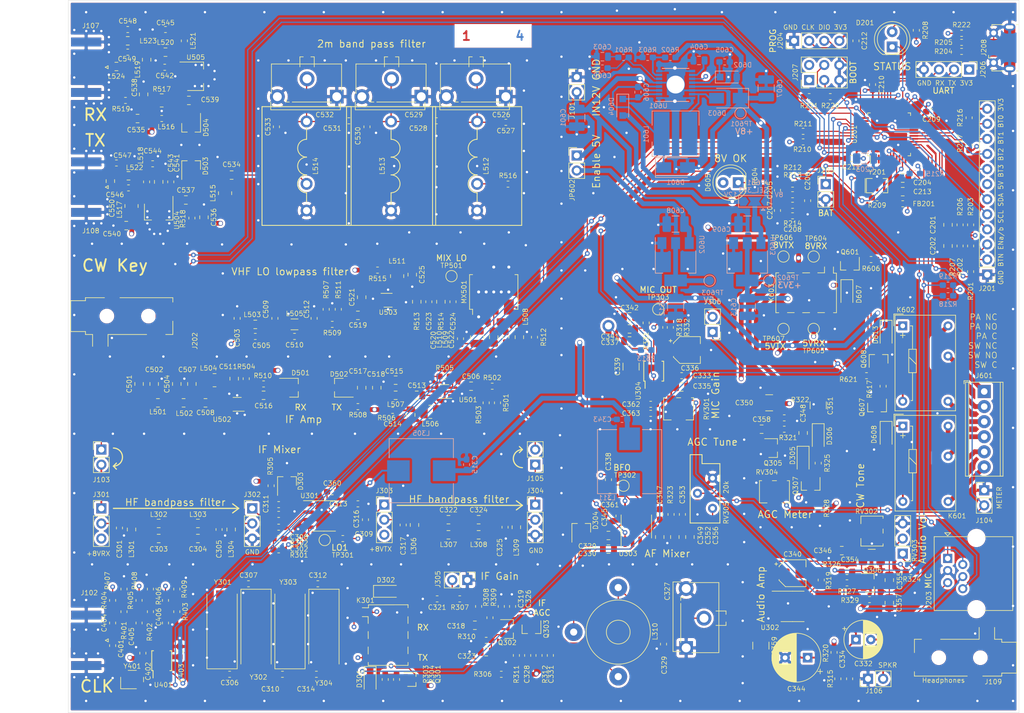
<source format=kicad_pcb>
(kicad_pcb (version 20171130) (host pcbnew 5.1.5)

  (general
    (thickness 1.6)
    (drawings 108)
    (tracks 2171)
    (zones 0)
    (modules 360)
    (nets 225)
  )

  (page A4)
  (layers
    (0 F.Cu signal)
    (1 In1.Cu signal hide)
    (2 In2.Cu signal hide)
    (31 B.Cu signal hide)
    (32 B.Adhes user hide)
    (33 F.Adhes user hide)
    (34 B.Paste user hide)
    (35 F.Paste user hide)
    (36 B.SilkS user hide)
    (37 F.SilkS user)
    (38 B.Mask user hide)
    (39 F.Mask user)
    (40 Dwgs.User user hide)
    (41 Cmts.User user hide)
    (42 Eco1.User user hide)
    (43 Eco2.User user hide)
    (44 Edge.Cuts user hide)
    (45 Margin user)
    (46 B.CrtYd user)
    (47 F.CrtYd user)
    (48 B.Fab user hide)
    (49 F.Fab user hide)
  )

  (setup
    (last_trace_width 0.2)
    (user_trace_width 0.2)
    (user_trace_width 0.3)
    (user_trace_width 0.8)
    (trace_clearance 0.2)
    (zone_clearance 0.8)
    (zone_45_only no)
    (trace_min 0.2)
    (via_size 0.8)
    (via_drill 0.4)
    (via_min_size 0.4)
    (via_min_drill 0.3)
    (user_via 0.8 0.4)
    (user_via 0.8 0.6)
    (uvia_size 0.3)
    (uvia_drill 0.1)
    (uvias_allowed no)
    (uvia_min_size 0.2)
    (uvia_min_drill 0.1)
    (edge_width 0.05)
    (segment_width 0.2)
    (pcb_text_width 0.3)
    (pcb_text_size 1.5 1.5)
    (mod_edge_width 0.1)
    (mod_text_size 0.8 0.8)
    (mod_text_width 0.1)
    (pad_size 1.524 1.524)
    (pad_drill 0.762)
    (pad_to_mask_clearance 0.051)
    (solder_mask_min_width 0.25)
    (aux_axis_origin 0 0)
    (visible_elements FFFFF77F)
    (pcbplotparams
      (layerselection 0x010fc_ffffffff)
      (usegerberextensions false)
      (usegerberattributes false)
      (usegerberadvancedattributes false)
      (creategerberjobfile false)
      (excludeedgelayer true)
      (linewidth 0.100000)
      (plotframeref false)
      (viasonmask false)
      (mode 1)
      (useauxorigin false)
      (hpglpennumber 1)
      (hpglpenspeed 20)
      (hpglpendiameter 15.000000)
      (psnegative false)
      (psa4output false)
      (plotreference true)
      (plotvalue true)
      (plotinvisibletext false)
      (padsonsilk false)
      (subtractmaskfromsilk false)
      (outputformat 1)
      (mirror false)
      (drillshape 0)
      (scaleselection 1)
      (outputdirectory "out"))
  )

  (net 0 "")
  (net 1 /Control/ENC_B)
  (net 2 GND)
  (net 3 /Control/ENC_A)
  (net 4 +3V3)
  (net 5 "Net-(C205-Pad1)")
  (net 6 "Net-(C206-Pad1)")
  (net 7 "Net-(C207-Pad1)")
  (net 8 /Baseband/CW_TONE)
  (net 9 "Net-(C301-Pad2)")
  (net 10 "Net-(C302-Pad2)")
  (net 11 "Net-(C303-Pad2)")
  (net 12 "Net-(C304-Pad2)")
  (net 13 "Net-(C306-Pad2)")
  (net 14 "Net-(C307-Pad2)")
  (net 15 "Net-(C308-Pad2)")
  (net 16 "Net-(C308-Pad1)")
  (net 17 /Baseband/LO1)
  (net 18 "Net-(C309-Pad1)")
  (net 19 "Net-(C310-Pad2)")
  (net 20 "Net-(C311-Pad2)")
  (net 21 "Net-(C312-Pad2)")
  (net 22 "Net-(C313-Pad2)")
  (net 23 "Net-(C314-Pad2)")
  (net 24 +8V)
  (net 25 "Net-(C316-Pad2)")
  (net 26 "Net-(C316-Pad1)")
  (net 27 "Net-(C317-Pad2)")
  (net 28 "Net-(C318-Pad2)")
  (net 29 "Net-(C318-Pad1)")
  (net 30 "Net-(C320-Pad2)")
  (net 31 "Net-(C320-Pad1)")
  (net 32 "Net-(C321-Pad1)")
  (net 33 "Net-(C322-Pad2)")
  (net 34 "Net-(C323-Pad2)")
  (net 35 "Net-(C324-Pad2)")
  (net 36 "Net-(C327-Pad2)")
  (net 37 "Net-(C328-Pad2)")
  (net 38 "Net-(C330-Pad2)")
  (net 39 "Net-(C330-Pad1)")
  (net 40 +8VRX)
  (net 41 /Baseband/SPKR)
  (net 42 "Net-(C332-Pad1)")
  (net 43 "Net-(C333-Pad2)")
  (net 44 "Net-(C333-Pad1)")
  (net 45 "Net-(C334-Pad2)")
  (net 46 "Net-(C336-Pad1)")
  (net 47 "Net-(C337-Pad2)")
  (net 48 /Baseband/BFO)
  (net 49 "Net-(C338-Pad1)")
  (net 50 "Net-(C340-Pad2)")
  (net 51 "Net-(C340-Pad1)")
  (net 52 "Net-(C342-Pad2)")
  (net 53 "Net-(C344-Pad1)")
  (net 54 "Net-(C345-Pad2)")
  (net 55 "Net-(C346-Pad2)")
  (net 56 "Net-(C347-Pad2)")
  (net 57 "Net-(C347-Pad1)")
  (net 58 "Net-(C348-Pad2)")
  (net 59 "Net-(C348-Pad1)")
  (net 60 "Net-(C351-Pad1)")
  (net 61 "Net-(C352-Pad2)")
  (net 62 "Net-(C353-Pad1)")
  (net 63 "Net-(C354-Pad1)")
  (net 64 "Net-(C355-Pad2)")
  (net 65 "Net-(C355-Pad1)")
  (net 66 "Net-(C356-Pad2)")
  (net 67 "Net-(C358-Pad2)")
  (net 68 "Net-(C358-Pad1)")
  (net 69 "Net-(C401-Pad2)")
  (net 70 /Clock/REF_25MHz)
  (net 71 "Net-(C404-Pad2)")
  (net 72 "Net-(C404-Pad1)")
  (net 73 "Net-(C405-Pad2)")
  (net 74 "Net-(C405-Pad1)")
  (net 75 "Net-(C406-Pad2)")
  (net 76 "Net-(C406-Pad1)")
  (net 77 /HF_RX)
  (net 78 "Net-(C501-Pad1)")
  (net 79 /VHF_LO)
  (net 80 "Net-(C504-Pad1)")
  (net 81 "Net-(C505-Pad1)")
  (net 82 "Net-(C506-Pad2)")
  (net 83 "Net-(C506-Pad1)")
  (net 84 "Net-(C507-Pad1)")
  (net 85 "Net-(C508-Pad1)")
  (net 86 "Net-(C510-Pad1)")
  (net 87 "Net-(C511-Pad1)")
  (net 88 "Net-(C513-Pad2)")
  (net 89 "Net-(C513-Pad1)")
  (net 90 "Net-(C514-Pad1)")
  (net 91 "Net-(C516-Pad2)")
  (net 92 "Net-(C516-Pad1)")
  (net 93 "Net-(C517-Pad2)")
  (net 94 "Net-(C517-Pad1)")
  (net 95 "Net-(C519-Pad2)")
  (net 96 "Net-(C519-Pad1)")
  (net 97 "Net-(C520-Pad1)")
  (net 98 "Net-(C522-Pad2)")
  (net 99 "Net-(C522-Pad1)")
  (net 100 "Net-(C523-Pad2)")
  (net 101 "Net-(C523-Pad1)")
  (net 102 "Net-(C524-Pad2)")
  (net 103 "Net-(C524-Pad1)")
  (net 104 "Net-(C525-Pad1)")
  (net 105 "Net-(C526-Pad2)")
  (net 106 "Net-(C528-Pad2)")
  (net 107 "Net-(C531-Pad2)")
  (net 108 "Net-(C534-Pad2)")
  (net 109 "Net-(C534-Pad1)")
  (net 110 +5RX)
  (net 111 +5TX)
  (net 112 "Net-(C537-Pad2)")
  (net 113 "Net-(C537-Pad1)")
  (net 114 "Net-(C538-Pad2)")
  (net 115 "Net-(C539-Pad2)")
  (net 116 "Net-(C539-Pad1)")
  (net 117 "Net-(C541-Pad1)")
  (net 118 "Net-(C542-Pad2)")
  (net 119 "Net-(C542-Pad1)")
  (net 120 "Net-(C543-Pad1)")
  (net 121 "Net-(C545-Pad1)")
  (net 122 "Net-(C546-Pad1)")
  (net 123 "Net-(C548-Pad1)")
  (net 124 "Net-(C549-Pad2)")
  (net 125 "Net-(C549-Pad1)")
  (net 126 /VHF_TX)
  (net 127 +12V)
  (net 128 "Net-(C602-Pad1)")
  (net 129 "Net-(C603-Pad1)")
  (net 130 "Net-(C604-Pad1)")
  (net 131 "Net-(C605-Pad2)")
  (net 132 "Net-(C606-Pad2)")
  (net 133 "Net-(C606-Pad1)")
  (net 134 "Net-(C608-Pad1)")
  (net 135 "Net-(C609-Pad1)")
  (net 136 +5VA)
  (net 137 "Net-(D201-Pad2)")
  (net 138 /Control/RESETn)
  (net 139 "Net-(D301-Pad2)")
  (net 140 /Control/SEQ0n)
  (net 141 "Net-(D302-Pad1)")
  (net 142 "Net-(D603-Pad2)")
  (net 143 "Net-(D605-Pad1)")
  (net 144 /Control/SEQ2n)
  (net 145 /Baseband/METER)
  (net 146 /HF_TX)
  (net 147 /VHF_RX)
  (net 148 /Control/BTN0)
  (net 149 /Control/BTN1)
  (net 150 /Control/BTN2)
  (net 151 /Control/BTN3)
  (net 152 SDA)
  (net 153 SCL)
  (net 154 "Net-(J201-Pad4)")
  (net 155 "Net-(J201-Pad3)")
  (net 156 "Net-(J201-Pad2)")
  (net 157 /Control/MIC_SW2)
  (net 158 /Baseband/MIC)
  (net 159 /Control/MIC_SW1)
  (net 160 +8VTX)
  (net 161 "Net-(J601-Pad5)")
  (net 162 "Net-(J601-Pad4)")
  (net 163 "Net-(J601-Pad3)")
  (net 164 "Net-(J601-Pad2)")
  (net 165 "Net-(K301-Pad2)")
  (net 166 "Net-(K301-Pad4)")
  (net 167 "Net-(L512-Pad2)")
  (net 168 "Net-(L520-Pad2)")
  (net 169 "Net-(MX501-Pad3)")
  (net 170 "Net-(MX501-Pad6)")
  (net 171 "Net-(Q301-Pad1)")
  (net 172 "Net-(Q302-Pad3)")
  (net 173 "Net-(Q307-Pad2)")
  (net 174 "Net-(Q307-Pad1)")
  (net 175 "Net-(Q601-Pad1)")
  (net 176 "Net-(Q607-Pad1)")
  (net 177 /Control/ENC_BTN)
  (net 178 /Control/XTAL1)
  (net 179 /Control/XTAL2)
  (net 180 /Baseband/CW_KEYn)
  (net 181 "Net-(R319-Pad1)")
  (net 182 "Net-(R324-Pad1)")
  (net 183 /Baseband/MUTE_SPKR)
  (net 184 "Net-(R602-Pad1)")
  (net 185 "Net-(U401-Pad3)")
  (net 186 /IF_RX)
  (net 187 /IF_TX)
  (net 188 /Control/SEQ1n)
  (net 189 "Net-(J106-Pad2)")
  (net 190 /AF_OUT)
  (net 191 "Net-(Q608-Pad1)")
  (net 192 "Net-(C362-Pad2)")
  (net 193 "Net-(C362-Pad1)")
  (net 194 "Net-(J601-Pad6)")
  (net 195 "Net-(J601-Pad1)")
  (net 196 /Baseband/MIC_SDn)
  (net 197 "Net-(R318-Pad2)")
  (net 198 "Net-(R332-Pad2)")
  (net 199 /Control/STATUSn)
  (net 200 /Control/PWM_CW)
  (net 201 "Net-(C359-Pad1)")
  (net 202 "Net-(C360-Pad1)")
  (net 203 "Net-(C361-Pad1)")
  (net 204 /Baseband/AGC)
  (net 205 "Net-(D607-Pad2)")
  (net 206 "Net-(D608-Pad2)")
  (net 207 "Net-(D613-Pad2)")
  (net 208 /Baseband/MIC_OUT)
  (net 209 "Net-(C204-Pad2)")
  (net 210 /Control/CW_RING)
  (net 211 /Control/CW_TIP)
  (net 212 /Control/SWDIO)
  (net 213 /Control/SWCLK)
  (net 214 "Net-(J205-Pad1)")
  (net 215 /Control/USART1_RX)
  (net 216 /Control/USART1_TX)
  (net 217 "Net-(J207-Pad4)")
  (net 218 "Net-(J207-Pad3)")
  (net 219 /Control/USB_DP)
  (net 220 /Control/USB_DM)
  (net 221 "Net-(R204-Pad2)")
  (net 222 "Net-(R205-Pad2)")
  (net 223 /Control/BOOT0)
  (net 224 /Control/BOOT1)

  (net_class Default "This is the default net class."
    (clearance 0.2)
    (trace_width 0.2)
    (via_dia 0.8)
    (via_drill 0.4)
    (uvia_dia 0.3)
    (uvia_drill 0.1)
    (add_net /AF_OUT)
    (add_net /Baseband/AGC)
    (add_net /Baseband/BFO)
    (add_net /Baseband/CW_KEYn)
    (add_net /Baseband/CW_TONE)
    (add_net /Baseband/LO1)
    (add_net /Baseband/METER)
    (add_net /Baseband/MIC)
    (add_net /Baseband/MIC_OUT)
    (add_net /Baseband/MIC_SDn)
    (add_net /Baseband/MUTE_SPKR)
    (add_net /Baseband/SPKR)
    (add_net /Clock/REF_25MHz)
    (add_net /Control/BOOT0)
    (add_net /Control/BOOT1)
    (add_net /Control/BTN0)
    (add_net /Control/BTN1)
    (add_net /Control/BTN2)
    (add_net /Control/BTN3)
    (add_net /Control/CW_RING)
    (add_net /Control/CW_TIP)
    (add_net /Control/ENC_A)
    (add_net /Control/ENC_B)
    (add_net /Control/ENC_BTN)
    (add_net /Control/MIC_SW1)
    (add_net /Control/MIC_SW2)
    (add_net /Control/PWM_CW)
    (add_net /Control/RESETn)
    (add_net /Control/SEQ0n)
    (add_net /Control/SEQ1n)
    (add_net /Control/SEQ2n)
    (add_net /Control/STATUSn)
    (add_net /Control/SWCLK)
    (add_net /Control/SWDIO)
    (add_net /Control/USART1_RX)
    (add_net /Control/USART1_TX)
    (add_net /Control/USB_DM)
    (add_net /Control/USB_DP)
    (add_net /Control/XTAL1)
    (add_net /Control/XTAL2)
    (add_net /HF_RX)
    (add_net /HF_TX)
    (add_net /IF_RX)
    (add_net /IF_TX)
    (add_net /VHF_LO)
    (add_net /VHF_RX)
    (add_net /VHF_TX)
    (add_net "Net-(C204-Pad2)")
    (add_net "Net-(C205-Pad1)")
    (add_net "Net-(C206-Pad1)")
    (add_net "Net-(C207-Pad1)")
    (add_net "Net-(C301-Pad2)")
    (add_net "Net-(C302-Pad2)")
    (add_net "Net-(C303-Pad2)")
    (add_net "Net-(C304-Pad2)")
    (add_net "Net-(C306-Pad2)")
    (add_net "Net-(C307-Pad2)")
    (add_net "Net-(C308-Pad1)")
    (add_net "Net-(C308-Pad2)")
    (add_net "Net-(C309-Pad1)")
    (add_net "Net-(C310-Pad2)")
    (add_net "Net-(C311-Pad2)")
    (add_net "Net-(C312-Pad2)")
    (add_net "Net-(C313-Pad2)")
    (add_net "Net-(C314-Pad2)")
    (add_net "Net-(C316-Pad1)")
    (add_net "Net-(C316-Pad2)")
    (add_net "Net-(C317-Pad2)")
    (add_net "Net-(C318-Pad1)")
    (add_net "Net-(C318-Pad2)")
    (add_net "Net-(C320-Pad1)")
    (add_net "Net-(C320-Pad2)")
    (add_net "Net-(C321-Pad1)")
    (add_net "Net-(C322-Pad2)")
    (add_net "Net-(C323-Pad2)")
    (add_net "Net-(C324-Pad2)")
    (add_net "Net-(C327-Pad2)")
    (add_net "Net-(C328-Pad2)")
    (add_net "Net-(C330-Pad1)")
    (add_net "Net-(C330-Pad2)")
    (add_net "Net-(C332-Pad1)")
    (add_net "Net-(C333-Pad1)")
    (add_net "Net-(C333-Pad2)")
    (add_net "Net-(C334-Pad2)")
    (add_net "Net-(C336-Pad1)")
    (add_net "Net-(C337-Pad2)")
    (add_net "Net-(C338-Pad1)")
    (add_net "Net-(C340-Pad1)")
    (add_net "Net-(C340-Pad2)")
    (add_net "Net-(C342-Pad2)")
    (add_net "Net-(C344-Pad1)")
    (add_net "Net-(C345-Pad2)")
    (add_net "Net-(C346-Pad2)")
    (add_net "Net-(C347-Pad1)")
    (add_net "Net-(C347-Pad2)")
    (add_net "Net-(C348-Pad1)")
    (add_net "Net-(C348-Pad2)")
    (add_net "Net-(C351-Pad1)")
    (add_net "Net-(C352-Pad2)")
    (add_net "Net-(C353-Pad1)")
    (add_net "Net-(C354-Pad1)")
    (add_net "Net-(C355-Pad1)")
    (add_net "Net-(C355-Pad2)")
    (add_net "Net-(C356-Pad2)")
    (add_net "Net-(C358-Pad1)")
    (add_net "Net-(C358-Pad2)")
    (add_net "Net-(C359-Pad1)")
    (add_net "Net-(C360-Pad1)")
    (add_net "Net-(C361-Pad1)")
    (add_net "Net-(C362-Pad1)")
    (add_net "Net-(C362-Pad2)")
    (add_net "Net-(C401-Pad2)")
    (add_net "Net-(C404-Pad1)")
    (add_net "Net-(C404-Pad2)")
    (add_net "Net-(C405-Pad1)")
    (add_net "Net-(C405-Pad2)")
    (add_net "Net-(C406-Pad1)")
    (add_net "Net-(C406-Pad2)")
    (add_net "Net-(C501-Pad1)")
    (add_net "Net-(C504-Pad1)")
    (add_net "Net-(C505-Pad1)")
    (add_net "Net-(C506-Pad1)")
    (add_net "Net-(C506-Pad2)")
    (add_net "Net-(C507-Pad1)")
    (add_net "Net-(C508-Pad1)")
    (add_net "Net-(C510-Pad1)")
    (add_net "Net-(C511-Pad1)")
    (add_net "Net-(C513-Pad1)")
    (add_net "Net-(C513-Pad2)")
    (add_net "Net-(C514-Pad1)")
    (add_net "Net-(C516-Pad1)")
    (add_net "Net-(C516-Pad2)")
    (add_net "Net-(C517-Pad1)")
    (add_net "Net-(C517-Pad2)")
    (add_net "Net-(C519-Pad1)")
    (add_net "Net-(C519-Pad2)")
    (add_net "Net-(C520-Pad1)")
    (add_net "Net-(C522-Pad1)")
    (add_net "Net-(C522-Pad2)")
    (add_net "Net-(C523-Pad1)")
    (add_net "Net-(C523-Pad2)")
    (add_net "Net-(C524-Pad1)")
    (add_net "Net-(C524-Pad2)")
    (add_net "Net-(C525-Pad1)")
    (add_net "Net-(C526-Pad2)")
    (add_net "Net-(C528-Pad2)")
    (add_net "Net-(C531-Pad2)")
    (add_net "Net-(C534-Pad1)")
    (add_net "Net-(C534-Pad2)")
    (add_net "Net-(C537-Pad1)")
    (add_net "Net-(C537-Pad2)")
    (add_net "Net-(C538-Pad2)")
    (add_net "Net-(C539-Pad1)")
    (add_net "Net-(C539-Pad2)")
    (add_net "Net-(C541-Pad1)")
    (add_net "Net-(C542-Pad1)")
    (add_net "Net-(C542-Pad2)")
    (add_net "Net-(C543-Pad1)")
    (add_net "Net-(C545-Pad1)")
    (add_net "Net-(C546-Pad1)")
    (add_net "Net-(C548-Pad1)")
    (add_net "Net-(C549-Pad1)")
    (add_net "Net-(C549-Pad2)")
    (add_net "Net-(C602-Pad1)")
    (add_net "Net-(C603-Pad1)")
    (add_net "Net-(C604-Pad1)")
    (add_net "Net-(C605-Pad2)")
    (add_net "Net-(C606-Pad1)")
    (add_net "Net-(C606-Pad2)")
    (add_net "Net-(C608-Pad1)")
    (add_net "Net-(C609-Pad1)")
    (add_net "Net-(D201-Pad2)")
    (add_net "Net-(D301-Pad2)")
    (add_net "Net-(D302-Pad1)")
    (add_net "Net-(D603-Pad2)")
    (add_net "Net-(D605-Pad1)")
    (add_net "Net-(D607-Pad2)")
    (add_net "Net-(D608-Pad2)")
    (add_net "Net-(D613-Pad2)")
    (add_net "Net-(J106-Pad2)")
    (add_net "Net-(J109-PadR)")
    (add_net "Net-(J201-Pad2)")
    (add_net "Net-(J201-Pad3)")
    (add_net "Net-(J201-Pad4)")
    (add_net "Net-(J202-PadTN)")
    (add_net "Net-(J205-Pad1)")
    (add_net "Net-(J207-Pad3)")
    (add_net "Net-(J207-Pad4)")
    (add_net "Net-(J208-Pad1)")
    (add_net "Net-(J601-Pad1)")
    (add_net "Net-(J601-Pad2)")
    (add_net "Net-(J601-Pad3)")
    (add_net "Net-(J601-Pad4)")
    (add_net "Net-(J601-Pad5)")
    (add_net "Net-(J601-Pad6)")
    (add_net "Net-(K301-Pad2)")
    (add_net "Net-(K301-Pad4)")
    (add_net "Net-(L512-Pad2)")
    (add_net "Net-(L520-Pad2)")
    (add_net "Net-(MX501-Pad3)")
    (add_net "Net-(MX501-Pad6)")
    (add_net "Net-(Q301-Pad1)")
    (add_net "Net-(Q302-Pad3)")
    (add_net "Net-(Q307-Pad1)")
    (add_net "Net-(Q307-Pad2)")
    (add_net "Net-(Q601-Pad1)")
    (add_net "Net-(Q607-Pad1)")
    (add_net "Net-(Q608-Pad1)")
    (add_net "Net-(R204-Pad2)")
    (add_net "Net-(R205-Pad2)")
    (add_net "Net-(R318-Pad2)")
    (add_net "Net-(R319-Pad1)")
    (add_net "Net-(R324-Pad1)")
    (add_net "Net-(R332-Pad2)")
    (add_net "Net-(R602-Pad1)")
    (add_net "Net-(U201-Pad10)")
    (add_net "Net-(U201-Pad2)")
    (add_net "Net-(U201-Pad21)")
    (add_net "Net-(U201-Pad22)")
    (add_net "Net-(U201-Pad28)")
    (add_net "Net-(U201-Pad3)")
    (add_net "Net-(U401-Pad3)")
    (add_net SCL)
    (add_net SDA)
  )

  (net_class Power ""
    (clearance 0.2)
    (trace_width 0.8)
    (via_dia 0.8)
    (via_drill 0.6)
    (uvia_dia 0.3)
    (uvia_drill 0.1)
    (add_net +12V)
    (add_net +3V3)
    (add_net +5RX)
    (add_net +5TX)
    (add_net +5VA)
    (add_net +8V)
    (add_net +8VRX)
    (add_net +8VTX)
    (add_net GND)
  )

  (module Connector_PinHeader_2.54mm:PinHeader_1x04_P2.54mm_Vertical (layer F.Cu) (tedit 59FED5CC) (tstamp 5E90D3B8)
    (at 181.61 41.656 270)
    (descr "Through hole straight pin header, 1x04, 2.54mm pitch, single row")
    (tags "Through hole pin header THT 1x04 2.54mm single row")
    (path /5E2FA006/5EB61AEC)
    (fp_text reference J206 (at 0 -2.33 90) (layer F.SilkS)
      (effects (font (size 0.8 0.8) (thickness 0.1)))
    )
    (fp_text value UART (at 3.556 4.318 180) (layer F.SilkS)
      (effects (font (size 1 1) (thickness 0.15)))
    )
    (fp_text user %R (at 0 3.81) (layer F.Fab)
      (effects (font (size 1 1) (thickness 0.15)))
    )
    (fp_line (start 1.8 -1.8) (end -1.8 -1.8) (layer F.CrtYd) (width 0.05))
    (fp_line (start 1.8 9.4) (end 1.8 -1.8) (layer F.CrtYd) (width 0.05))
    (fp_line (start -1.8 9.4) (end 1.8 9.4) (layer F.CrtYd) (width 0.05))
    (fp_line (start -1.8 -1.8) (end -1.8 9.4) (layer F.CrtYd) (width 0.05))
    (fp_line (start -1.33 -1.33) (end 0 -1.33) (layer F.SilkS) (width 0.12))
    (fp_line (start -1.33 0) (end -1.33 -1.33) (layer F.SilkS) (width 0.12))
    (fp_line (start -1.33 1.27) (end 1.33 1.27) (layer F.SilkS) (width 0.12))
    (fp_line (start 1.33 1.27) (end 1.33 8.95) (layer F.SilkS) (width 0.12))
    (fp_line (start -1.33 1.27) (end -1.33 8.95) (layer F.SilkS) (width 0.12))
    (fp_line (start -1.33 8.95) (end 1.33 8.95) (layer F.SilkS) (width 0.12))
    (fp_line (start -1.27 -0.635) (end -0.635 -1.27) (layer F.Fab) (width 0.1))
    (fp_line (start -1.27 8.89) (end -1.27 -0.635) (layer F.Fab) (width 0.1))
    (fp_line (start 1.27 8.89) (end -1.27 8.89) (layer F.Fab) (width 0.1))
    (fp_line (start 1.27 -1.27) (end 1.27 8.89) (layer F.Fab) (width 0.1))
    (fp_line (start -0.635 -1.27) (end 1.27 -1.27) (layer F.Fab) (width 0.1))
    (pad 4 thru_hole oval (at 0 7.62 270) (size 1.7 1.7) (drill 1) (layers *.Cu *.Mask)
      (net 2 GND))
    (pad 3 thru_hole oval (at 0 5.08 270) (size 1.7 1.7) (drill 1) (layers *.Cu *.Mask)
      (net 215 /Control/USART1_RX))
    (pad 2 thru_hole oval (at 0 2.54 270) (size 1.7 1.7) (drill 1) (layers *.Cu *.Mask)
      (net 216 /Control/USART1_TX))
    (pad 1 thru_hole rect (at 0 0 270) (size 1.7 1.7) (drill 1) (layers *.Cu *.Mask)
      (net 4 +3V3))
    (model ${KISYS3DMOD}/Connector_PinHeader_2.54mm.3dshapes/PinHeader_1x04_P2.54mm_Vertical.wrl
      (at (xyz 0 0 0))
      (scale (xyz 1 1 1))
      (rotate (xyz 0 0 0))
    )
  )

  (module Resistor_SMD:R_0603_1608Metric_Pad1.05x0.95mm_HandSolder (layer F.Cu) (tedit 5B301BBD) (tstamp 5E90DFC0)
    (at 180.34 35.56)
    (descr "Resistor SMD 0603 (1608 Metric), square (rectangular) end terminal, IPC_7351 nominal with elongated pad for handsoldering. (Body size source: http://www.tortai-tech.com/upload/download/2011102023233369053.pdf), generated with kicad-footprint-generator")
    (tags "resistor handsolder")
    (path /5E2FA006/5E92C2BE)
    (attr smd)
    (fp_text reference R222 (at 0 -1.43) (layer F.SilkS)
      (effects (font (size 0.8 0.8) (thickness 0.1)))
    )
    (fp_text value 4.7k (at 0 1.43) (layer F.Fab)
      (effects (font (size 1 1) (thickness 0.15)))
    )
    (fp_text user %R (at 0 0) (layer F.Fab)
      (effects (font (size 0.8 0.8) (thickness 0.1)))
    )
    (fp_line (start 1.65 0.73) (end -1.65 0.73) (layer F.CrtYd) (width 0.05))
    (fp_line (start 1.65 -0.73) (end 1.65 0.73) (layer F.CrtYd) (width 0.05))
    (fp_line (start -1.65 -0.73) (end 1.65 -0.73) (layer F.CrtYd) (width 0.05))
    (fp_line (start -1.65 0.73) (end -1.65 -0.73) (layer F.CrtYd) (width 0.05))
    (fp_line (start -0.171267 0.51) (end 0.171267 0.51) (layer F.SilkS) (width 0.12))
    (fp_line (start -0.171267 -0.51) (end 0.171267 -0.51) (layer F.SilkS) (width 0.12))
    (fp_line (start 0.8 0.4) (end -0.8 0.4) (layer F.Fab) (width 0.1))
    (fp_line (start 0.8 -0.4) (end 0.8 0.4) (layer F.Fab) (width 0.1))
    (fp_line (start -0.8 -0.4) (end 0.8 -0.4) (layer F.Fab) (width 0.1))
    (fp_line (start -0.8 0.4) (end -0.8 -0.4) (layer F.Fab) (width 0.1))
    (pad 2 smd roundrect (at 0.875 0) (size 1.05 0.95) (layers F.Cu F.Paste F.Mask) (roundrect_rratio 0.25)
      (net 219 /Control/USB_DP))
    (pad 1 smd roundrect (at -0.875 0) (size 1.05 0.95) (layers F.Cu F.Paste F.Mask) (roundrect_rratio 0.25)
      (net 4 +3V3))
    (model ${KISYS3DMOD}/Resistor_SMD.3dshapes/R_0603_1608Metric.wrl
      (at (xyz 0 0 0))
      (scale (xyz 1 1 1))
      (rotate (xyz 0 0 0))
    )
  )

  (module Resistor_SMD:R_0603_1608Metric_Pad1.05x0.95mm_HandSolder (layer F.Cu) (tedit 5B301BBD) (tstamp 5E90DDAF)
    (at 180.34 37.084 180)
    (descr "Resistor SMD 0603 (1608 Metric), square (rectangular) end terminal, IPC_7351 nominal with elongated pad for handsoldering. (Body size source: http://www.tortai-tech.com/upload/download/2011102023233369053.pdf), generated with kicad-footprint-generator")
    (tags "resistor handsolder")
    (path /5E2FA006/5E91B437)
    (attr smd)
    (fp_text reference R205 (at 3.048 0) (layer F.SilkS)
      (effects (font (size 0.8 0.8) (thickness 0.1)))
    )
    (fp_text value 22 (at 0 1.43) (layer F.Fab)
      (effects (font (size 1 1) (thickness 0.15)))
    )
    (fp_text user %R (at 0 0) (layer F.Fab)
      (effects (font (size 0.8 0.8) (thickness 0.1)))
    )
    (fp_line (start 1.65 0.73) (end -1.65 0.73) (layer F.CrtYd) (width 0.05))
    (fp_line (start 1.65 -0.73) (end 1.65 0.73) (layer F.CrtYd) (width 0.05))
    (fp_line (start -1.65 -0.73) (end 1.65 -0.73) (layer F.CrtYd) (width 0.05))
    (fp_line (start -1.65 0.73) (end -1.65 -0.73) (layer F.CrtYd) (width 0.05))
    (fp_line (start -0.171267 0.51) (end 0.171267 0.51) (layer F.SilkS) (width 0.12))
    (fp_line (start -0.171267 -0.51) (end 0.171267 -0.51) (layer F.SilkS) (width 0.12))
    (fp_line (start 0.8 0.4) (end -0.8 0.4) (layer F.Fab) (width 0.1))
    (fp_line (start 0.8 -0.4) (end 0.8 0.4) (layer F.Fab) (width 0.1))
    (fp_line (start -0.8 -0.4) (end 0.8 -0.4) (layer F.Fab) (width 0.1))
    (fp_line (start -0.8 0.4) (end -0.8 -0.4) (layer F.Fab) (width 0.1))
    (pad 2 smd roundrect (at 0.875 0 180) (size 1.05 0.95) (layers F.Cu F.Paste F.Mask) (roundrect_rratio 0.25)
      (net 222 "Net-(R205-Pad2)"))
    (pad 1 smd roundrect (at -0.875 0 180) (size 1.05 0.95) (layers F.Cu F.Paste F.Mask) (roundrect_rratio 0.25)
      (net 219 /Control/USB_DP))
    (model ${KISYS3DMOD}/Resistor_SMD.3dshapes/R_0603_1608Metric.wrl
      (at (xyz 0 0 0))
      (scale (xyz 1 1 1))
      (rotate (xyz 0 0 0))
    )
  )

  (module Resistor_SMD:R_0603_1608Metric_Pad1.05x0.95mm_HandSolder (layer F.Cu) (tedit 5B301BBD) (tstamp 5E90DD9E)
    (at 180.34 38.608 180)
    (descr "Resistor SMD 0603 (1608 Metric), square (rectangular) end terminal, IPC_7351 nominal with elongated pad for handsoldering. (Body size source: http://www.tortai-tech.com/upload/download/2011102023233369053.pdf), generated with kicad-footprint-generator")
    (tags "resistor handsolder")
    (path /5E2FA006/5E91AF64)
    (attr smd)
    (fp_text reference R204 (at 3.048 0) (layer F.SilkS)
      (effects (font (size 0.8 0.8) (thickness 0.1)))
    )
    (fp_text value 22 (at 0 1.43) (layer F.Fab)
      (effects (font (size 1 1) (thickness 0.15)))
    )
    (fp_text user %R (at 0 0) (layer F.Fab)
      (effects (font (size 0.8 0.8) (thickness 0.1)))
    )
    (fp_line (start 1.65 0.73) (end -1.65 0.73) (layer F.CrtYd) (width 0.05))
    (fp_line (start 1.65 -0.73) (end 1.65 0.73) (layer F.CrtYd) (width 0.05))
    (fp_line (start -1.65 -0.73) (end 1.65 -0.73) (layer F.CrtYd) (width 0.05))
    (fp_line (start -1.65 0.73) (end -1.65 -0.73) (layer F.CrtYd) (width 0.05))
    (fp_line (start -0.171267 0.51) (end 0.171267 0.51) (layer F.SilkS) (width 0.12))
    (fp_line (start -0.171267 -0.51) (end 0.171267 -0.51) (layer F.SilkS) (width 0.12))
    (fp_line (start 0.8 0.4) (end -0.8 0.4) (layer F.Fab) (width 0.1))
    (fp_line (start 0.8 -0.4) (end 0.8 0.4) (layer F.Fab) (width 0.1))
    (fp_line (start -0.8 -0.4) (end 0.8 -0.4) (layer F.Fab) (width 0.1))
    (fp_line (start -0.8 0.4) (end -0.8 -0.4) (layer F.Fab) (width 0.1))
    (pad 2 smd roundrect (at 0.875 0 180) (size 1.05 0.95) (layers F.Cu F.Paste F.Mask) (roundrect_rratio 0.25)
      (net 221 "Net-(R204-Pad2)"))
    (pad 1 smd roundrect (at -0.875 0 180) (size 1.05 0.95) (layers F.Cu F.Paste F.Mask) (roundrect_rratio 0.25)
      (net 220 /Control/USB_DM))
    (model ${KISYS3DMOD}/Resistor_SMD.3dshapes/R_0603_1608Metric.wrl
      (at (xyz 0 0 0))
      (scale (xyz 1 1 1))
      (rotate (xyz 0 0 0))
    )
  )

  (module Connector_USB:USB_Micro-B_Molex-105017-0001 (layer F.Cu) (tedit 5A1DC0BE) (tstamp 5E90D3FD)
    (at 187.198 38 90)
    (descr http://www.molex.com/pdm_docs/sd/1050170001_sd.pdf)
    (tags "Micro-USB SMD Typ-B")
    (path /5E2FA006/5E9D7021)
    (attr smd)
    (fp_text reference J208 (at 0 -3.1125 90) (layer F.SilkS)
      (effects (font (size 0.8 0.8) (thickness 0.1)))
    )
    (fp_text value USB (at 0.3 4.3375 90) (layer F.Fab)
      (effects (font (size 1 1) (thickness 0.15)))
    )
    (fp_line (start -1.1 -2.1225) (end -1.1 -1.9125) (layer F.Fab) (width 0.1))
    (fp_line (start -1.5 -2.1225) (end -1.5 -1.9125) (layer F.Fab) (width 0.1))
    (fp_line (start -1.5 -2.1225) (end -1.1 -2.1225) (layer F.Fab) (width 0.1))
    (fp_line (start -1.1 -1.9125) (end -1.3 -1.7125) (layer F.Fab) (width 0.1))
    (fp_line (start -1.3 -1.7125) (end -1.5 -1.9125) (layer F.Fab) (width 0.1))
    (fp_line (start -1.7 -2.3125) (end -1.7 -1.8625) (layer F.SilkS) (width 0.12))
    (fp_line (start -1.7 -2.3125) (end -1.25 -2.3125) (layer F.SilkS) (width 0.12))
    (fp_line (start 3.9 -1.7625) (end 3.45 -1.7625) (layer F.SilkS) (width 0.12))
    (fp_line (start 3.9 0.0875) (end 3.9 -1.7625) (layer F.SilkS) (width 0.12))
    (fp_line (start -3.9 2.6375) (end -3.9 2.3875) (layer F.SilkS) (width 0.12))
    (fp_line (start -3.75 3.3875) (end -3.75 -1.6125) (layer F.Fab) (width 0.1))
    (fp_line (start -3.75 -1.6125) (end 3.75 -1.6125) (layer F.Fab) (width 0.1))
    (fp_line (start -3.75 3.389204) (end 3.75 3.389204) (layer F.Fab) (width 0.1))
    (fp_line (start -3 2.689204) (end 3 2.689204) (layer F.Fab) (width 0.1))
    (fp_line (start 3.75 3.3875) (end 3.75 -1.6125) (layer F.Fab) (width 0.1))
    (fp_line (start 3.9 2.6375) (end 3.9 2.3875) (layer F.SilkS) (width 0.12))
    (fp_line (start -3.9 0.0875) (end -3.9 -1.7625) (layer F.SilkS) (width 0.12))
    (fp_line (start -3.9 -1.7625) (end -3.45 -1.7625) (layer F.SilkS) (width 0.12))
    (fp_line (start -4.4 3.64) (end -4.4 -2.46) (layer F.CrtYd) (width 0.05))
    (fp_line (start -4.4 -2.46) (end 4.4 -2.46) (layer F.CrtYd) (width 0.05))
    (fp_line (start 4.4 -2.46) (end 4.4 3.64) (layer F.CrtYd) (width 0.05))
    (fp_line (start -4.4 3.64) (end 4.4 3.64) (layer F.CrtYd) (width 0.05))
    (fp_text user %R (at 0 0.8875 90) (layer F.Fab)
      (effects (font (size 0.8 0.8) (thickness 0.1)))
    )
    (fp_text user "PCB Edge" (at 0 2.6875 90) (layer Dwgs.User)
      (effects (font (size 0.5 0.5) (thickness 0.08)))
    )
    (pad 6 smd rect (at -2.9 1.2375 90) (size 1.2 1.9) (layers F.Cu F.Mask)
      (net 2 GND))
    (pad 6 smd rect (at 2.9 1.2375 90) (size 1.2 1.9) (layers F.Cu F.Mask)
      (net 2 GND))
    (pad 6 thru_hole oval (at 3.5 1.2375 90) (size 1.2 1.9) (drill oval 0.6 1.3) (layers *.Cu *.Mask)
      (net 2 GND))
    (pad 6 thru_hole oval (at -3.5 1.2375 270) (size 1.2 1.9) (drill oval 0.6 1.3) (layers *.Cu *.Mask)
      (net 2 GND))
    (pad 6 smd rect (at -1 1.2375 90) (size 1.5 1.9) (layers F.Cu F.Paste F.Mask)
      (net 2 GND))
    (pad 6 thru_hole circle (at 2.5 -1.4625 90) (size 1.45 1.45) (drill 0.85) (layers *.Cu *.Mask)
      (net 2 GND))
    (pad 3 smd rect (at 0 -1.4625 90) (size 0.4 1.35) (layers F.Cu F.Paste F.Mask)
      (net 219 /Control/USB_DP))
    (pad 4 smd rect (at 0.65 -1.4625 90) (size 0.4 1.35) (layers F.Cu F.Paste F.Mask)
      (net 2 GND))
    (pad 5 smd rect (at 1.3 -1.4625 90) (size 0.4 1.35) (layers F.Cu F.Paste F.Mask)
      (net 2 GND))
    (pad 1 smd rect (at -1.3 -1.4625 90) (size 0.4 1.35) (layers F.Cu F.Paste F.Mask))
    (pad 2 smd rect (at -0.65 -1.4625 90) (size 0.4 1.35) (layers F.Cu F.Paste F.Mask)
      (net 220 /Control/USB_DM))
    (pad 6 thru_hole circle (at -2.5 -1.4625 90) (size 1.45 1.45) (drill 0.85) (layers *.Cu *.Mask)
      (net 2 GND))
    (pad 6 smd rect (at 1 1.2375 90) (size 1.5 1.9) (layers F.Cu F.Paste F.Mask)
      (net 2 GND))
    (model ${KISYS3DMOD}/Connector_USB.3dshapes/USB_Micro-B_Molex-105017-0001.wrl
      (at (xyz 0 0 0))
      (scale (xyz 1 1 1))
      (rotate (xyz 0 0 0))
    )
  )

  (module Connector_PinHeader_2.54mm:PinHeader_2x03_P2.54mm_Vertical (layer F.Cu) (tedit 59FED5CC) (tstamp 5E90D3D4)
    (at 154.686 43.434 90)
    (descr "Through hole straight pin header, 2x03, 2.54mm pitch, double rows")
    (tags "Through hole pin header THT 2x03 2.54mm double row")
    (path /5E2FA006/5EA2664B)
    (fp_text reference J207 (at 1.27 -2.33 90) (layer F.SilkS)
      (effects (font (size 0.8 0.8) (thickness 0.1)))
    )
    (fp_text value BOOT (at 1.27 7.41 90) (layer F.SilkS)
      (effects (font (size 1 1) (thickness 0.15)))
    )
    (fp_text user %R (at 1.27 2.54) (layer F.Fab)
      (effects (font (size 0.8 0.8) (thickness 0.1)))
    )
    (fp_line (start 4.35 -1.8) (end -1.8 -1.8) (layer F.CrtYd) (width 0.05))
    (fp_line (start 4.35 6.85) (end 4.35 -1.8) (layer F.CrtYd) (width 0.05))
    (fp_line (start -1.8 6.85) (end 4.35 6.85) (layer F.CrtYd) (width 0.05))
    (fp_line (start -1.8 -1.8) (end -1.8 6.85) (layer F.CrtYd) (width 0.05))
    (fp_line (start -1.33 -1.33) (end 0 -1.33) (layer F.SilkS) (width 0.12))
    (fp_line (start -1.33 0) (end -1.33 -1.33) (layer F.SilkS) (width 0.12))
    (fp_line (start 1.27 -1.33) (end 3.87 -1.33) (layer F.SilkS) (width 0.12))
    (fp_line (start 1.27 1.27) (end 1.27 -1.33) (layer F.SilkS) (width 0.12))
    (fp_line (start -1.33 1.27) (end 1.27 1.27) (layer F.SilkS) (width 0.12))
    (fp_line (start 3.87 -1.33) (end 3.87 6.41) (layer F.SilkS) (width 0.12))
    (fp_line (start -1.33 1.27) (end -1.33 6.41) (layer F.SilkS) (width 0.12))
    (fp_line (start -1.33 6.41) (end 3.87 6.41) (layer F.SilkS) (width 0.12))
    (fp_line (start -1.27 0) (end 0 -1.27) (layer F.Fab) (width 0.1))
    (fp_line (start -1.27 6.35) (end -1.27 0) (layer F.Fab) (width 0.1))
    (fp_line (start 3.81 6.35) (end -1.27 6.35) (layer F.Fab) (width 0.1))
    (fp_line (start 3.81 -1.27) (end 3.81 6.35) (layer F.Fab) (width 0.1))
    (fp_line (start 0 -1.27) (end 3.81 -1.27) (layer F.Fab) (width 0.1))
    (pad 6 thru_hole oval (at 2.54 5.08 90) (size 1.7 1.7) (drill 1) (layers *.Cu *.Mask)
      (net 2 GND))
    (pad 5 thru_hole oval (at 0 5.08 90) (size 1.7 1.7) (drill 1) (layers *.Cu *.Mask)
      (net 2 GND))
    (pad 4 thru_hole oval (at 2.54 2.54 90) (size 1.7 1.7) (drill 1) (layers *.Cu *.Mask)
      (net 217 "Net-(J207-Pad4)"))
    (pad 3 thru_hole oval (at 0 2.54 90) (size 1.7 1.7) (drill 1) (layers *.Cu *.Mask)
      (net 218 "Net-(J207-Pad3)"))
    (pad 2 thru_hole oval (at 2.54 0 90) (size 1.7 1.7) (drill 1) (layers *.Cu *.Mask)
      (net 4 +3V3))
    (pad 1 thru_hole rect (at 0 0 90) (size 1.7 1.7) (drill 1) (layers *.Cu *.Mask)
      (net 4 +3V3))
    (model ${KISYS3DMOD}/Connector_PinHeader_2.54mm.3dshapes/PinHeader_2x03_P2.54mm_Vertical.wrl
      (at (xyz 0 0 0))
      (scale (xyz 1 1 1))
      (rotate (xyz 0 0 0))
    )
  )

  (module Connector_PinHeader_2.54mm:PinHeader_1x02_P2.54mm_Vertical (layer F.Cu) (tedit 59FED5CC) (tstamp 5E90D3A2)
    (at 157.48 60.96)
    (descr "Through hole straight pin header, 1x02, 2.54mm pitch, single row")
    (tags "Through hole pin header THT 1x02 2.54mm single row")
    (path /5E2FA006/5E9C43BF)
    (fp_text reference J205 (at 0 -2.33) (layer F.SilkS)
      (effects (font (size 0.8 0.8) (thickness 0.1)))
    )
    (fp_text value BAT (at 0 4.87) (layer F.SilkS)
      (effects (font (size 1 1) (thickness 0.15)))
    )
    (fp_text user %R (at 0 1.27 90) (layer F.Fab)
      (effects (font (size 0.8 0.8) (thickness 0.1)))
    )
    (fp_line (start 1.8 -1.8) (end -1.8 -1.8) (layer F.CrtYd) (width 0.05))
    (fp_line (start 1.8 4.35) (end 1.8 -1.8) (layer F.CrtYd) (width 0.05))
    (fp_line (start -1.8 4.35) (end 1.8 4.35) (layer F.CrtYd) (width 0.05))
    (fp_line (start -1.8 -1.8) (end -1.8 4.35) (layer F.CrtYd) (width 0.05))
    (fp_line (start -1.33 -1.33) (end 0 -1.33) (layer F.SilkS) (width 0.12))
    (fp_line (start -1.33 0) (end -1.33 -1.33) (layer F.SilkS) (width 0.12))
    (fp_line (start -1.33 1.27) (end 1.33 1.27) (layer F.SilkS) (width 0.12))
    (fp_line (start 1.33 1.27) (end 1.33 3.87) (layer F.SilkS) (width 0.12))
    (fp_line (start -1.33 1.27) (end -1.33 3.87) (layer F.SilkS) (width 0.12))
    (fp_line (start -1.33 3.87) (end 1.33 3.87) (layer F.SilkS) (width 0.12))
    (fp_line (start -1.27 -0.635) (end -0.635 -1.27) (layer F.Fab) (width 0.1))
    (fp_line (start -1.27 3.81) (end -1.27 -0.635) (layer F.Fab) (width 0.1))
    (fp_line (start 1.27 3.81) (end -1.27 3.81) (layer F.Fab) (width 0.1))
    (fp_line (start 1.27 -1.27) (end 1.27 3.81) (layer F.Fab) (width 0.1))
    (fp_line (start -0.635 -1.27) (end 1.27 -1.27) (layer F.Fab) (width 0.1))
    (pad 2 thru_hole oval (at 0 2.54) (size 1.7 1.7) (drill 1) (layers *.Cu *.Mask)
      (net 2 GND))
    (pad 1 thru_hole rect (at 0 0) (size 1.7 1.7) (drill 1) (layers *.Cu *.Mask)
      (net 214 "Net-(J205-Pad1)"))
    (model ${KISYS3DMOD}/Connector_PinHeader_2.54mm.3dshapes/PinHeader_1x02_P2.54mm_Vertical.wrl
      (at (xyz 0 0 0))
      (scale (xyz 1 1 1))
      (rotate (xyz 0 0 0))
    )
  )

  (module Connector_PinHeader_2.54mm:PinHeader_1x04_P2.54mm_Vertical (layer F.Cu) (tedit 59FED5CC) (tstamp 5E90D38C)
    (at 152.146 36.83 90)
    (descr "Through hole straight pin header, 1x04, 2.54mm pitch, single row")
    (tags "Through hole pin header THT 1x04 2.54mm single row")
    (path /5E2FA006/5E9ED23F)
    (fp_text reference J204 (at 0 -2.33 90) (layer F.SilkS)
      (effects (font (size 0.8 0.8) (thickness 0.1)))
    )
    (fp_text value PROG (at 0 -3.556 90) (layer F.SilkS)
      (effects (font (size 1 1) (thickness 0.15)))
    )
    (fp_text user %R (at 0 3.81) (layer F.Fab)
      (effects (font (size 0.8 0.8) (thickness 0.1)))
    )
    (fp_line (start 1.8 -1.8) (end -1.8 -1.8) (layer F.CrtYd) (width 0.05))
    (fp_line (start 1.8 9.4) (end 1.8 -1.8) (layer F.CrtYd) (width 0.05))
    (fp_line (start -1.8 9.4) (end 1.8 9.4) (layer F.CrtYd) (width 0.05))
    (fp_line (start -1.8 -1.8) (end -1.8 9.4) (layer F.CrtYd) (width 0.05))
    (fp_line (start -1.33 -1.33) (end 0 -1.33) (layer F.SilkS) (width 0.12))
    (fp_line (start -1.33 0) (end -1.33 -1.33) (layer F.SilkS) (width 0.12))
    (fp_line (start -1.33 1.27) (end 1.33 1.27) (layer F.SilkS) (width 0.12))
    (fp_line (start 1.33 1.27) (end 1.33 8.95) (layer F.SilkS) (width 0.12))
    (fp_line (start -1.33 1.27) (end -1.33 8.95) (layer F.SilkS) (width 0.12))
    (fp_line (start -1.33 8.95) (end 1.33 8.95) (layer F.SilkS) (width 0.12))
    (fp_line (start -1.27 -0.635) (end -0.635 -1.27) (layer F.Fab) (width 0.1))
    (fp_line (start -1.27 8.89) (end -1.27 -0.635) (layer F.Fab) (width 0.1))
    (fp_line (start 1.27 8.89) (end -1.27 8.89) (layer F.Fab) (width 0.1))
    (fp_line (start 1.27 -1.27) (end 1.27 8.89) (layer F.Fab) (width 0.1))
    (fp_line (start -0.635 -1.27) (end 1.27 -1.27) (layer F.Fab) (width 0.1))
    (pad 4 thru_hole oval (at 0 7.62 90) (size 1.7 1.7) (drill 1) (layers *.Cu *.Mask)
      (net 4 +3V3))
    (pad 3 thru_hole oval (at 0 5.08 90) (size 1.7 1.7) (drill 1) (layers *.Cu *.Mask)
      (net 212 /Control/SWDIO))
    (pad 2 thru_hole oval (at 0 2.54 90) (size 1.7 1.7) (drill 1) (layers *.Cu *.Mask)
      (net 213 /Control/SWCLK))
    (pad 1 thru_hole rect (at 0 0 90) (size 1.7 1.7) (drill 1) (layers *.Cu *.Mask)
      (net 2 GND))
    (model ${KISYS3DMOD}/Connector_PinHeader_2.54mm.3dshapes/PinHeader_1x04_P2.54mm_Vertical.wrl
      (at (xyz 0 0 0))
      (scale (xyz 1 1 1))
      (rotate (xyz 0 0 0))
    )
  )

  (module Package_QFP:LQFP-48_7x7mm_P0.5mm (layer F.Cu) (tedit 5D9F72AF) (tstamp 5E8D813C)
    (at 168.148 52.578 90)
    (descr "LQFP, 48 Pin (https://www.analog.com/media/en/technical-documentation/data-sheets/ltc2358-16.pdf), generated with kicad-footprint-generator ipc_gullwing_generator.py")
    (tags "LQFP QFP")
    (path /5E2FA006/5E8E9EFD)
    (attr smd)
    (fp_text reference U201 (at 0 -5.85 90) (layer F.SilkS)
      (effects (font (size 0.8 0.8) (thickness 0.1)))
    )
    (fp_text value STM32F103C8Tx (at 0 5.85 90) (layer F.Fab)
      (effects (font (size 1 1) (thickness 0.15)))
    )
    (fp_text user %R (at 0 0 90) (layer F.Fab)
      (effects (font (size 0.8 0.8) (thickness 0.1)))
    )
    (fp_line (start 5.15 3.15) (end 5.15 0) (layer F.CrtYd) (width 0.05))
    (fp_line (start 3.75 3.15) (end 5.15 3.15) (layer F.CrtYd) (width 0.05))
    (fp_line (start 3.75 3.75) (end 3.75 3.15) (layer F.CrtYd) (width 0.05))
    (fp_line (start 3.15 3.75) (end 3.75 3.75) (layer F.CrtYd) (width 0.05))
    (fp_line (start 3.15 5.15) (end 3.15 3.75) (layer F.CrtYd) (width 0.05))
    (fp_line (start 0 5.15) (end 3.15 5.15) (layer F.CrtYd) (width 0.05))
    (fp_line (start -5.15 3.15) (end -5.15 0) (layer F.CrtYd) (width 0.05))
    (fp_line (start -3.75 3.15) (end -5.15 3.15) (layer F.CrtYd) (width 0.05))
    (fp_line (start -3.75 3.75) (end -3.75 3.15) (layer F.CrtYd) (width 0.05))
    (fp_line (start -3.15 3.75) (end -3.75 3.75) (layer F.CrtYd) (width 0.05))
    (fp_line (start -3.15 5.15) (end -3.15 3.75) (layer F.CrtYd) (width 0.05))
    (fp_line (start 0 5.15) (end -3.15 5.15) (layer F.CrtYd) (width 0.05))
    (fp_line (start 5.15 -3.15) (end 5.15 0) (layer F.CrtYd) (width 0.05))
    (fp_line (start 3.75 -3.15) (end 5.15 -3.15) (layer F.CrtYd) (width 0.05))
    (fp_line (start 3.75 -3.75) (end 3.75 -3.15) (layer F.CrtYd) (width 0.05))
    (fp_line (start 3.15 -3.75) (end 3.75 -3.75) (layer F.CrtYd) (width 0.05))
    (fp_line (start 3.15 -5.15) (end 3.15 -3.75) (layer F.CrtYd) (width 0.05))
    (fp_line (start 0 -5.15) (end 3.15 -5.15) (layer F.CrtYd) (width 0.05))
    (fp_line (start -5.15 -3.15) (end -5.15 0) (layer F.CrtYd) (width 0.05))
    (fp_line (start -3.75 -3.15) (end -5.15 -3.15) (layer F.CrtYd) (width 0.05))
    (fp_line (start -3.75 -3.75) (end -3.75 -3.15) (layer F.CrtYd) (width 0.05))
    (fp_line (start -3.15 -3.75) (end -3.75 -3.75) (layer F.CrtYd) (width 0.05))
    (fp_line (start -3.15 -5.15) (end -3.15 -3.75) (layer F.CrtYd) (width 0.05))
    (fp_line (start 0 -5.15) (end -3.15 -5.15) (layer F.CrtYd) (width 0.05))
    (fp_line (start -3.5 -2.5) (end -2.5 -3.5) (layer F.Fab) (width 0.1))
    (fp_line (start -3.5 3.5) (end -3.5 -2.5) (layer F.Fab) (width 0.1))
    (fp_line (start 3.5 3.5) (end -3.5 3.5) (layer F.Fab) (width 0.1))
    (fp_line (start 3.5 -3.5) (end 3.5 3.5) (layer F.Fab) (width 0.1))
    (fp_line (start -2.5 -3.5) (end 3.5 -3.5) (layer F.Fab) (width 0.1))
    (fp_line (start -3.61 -3.16) (end -4.9 -3.16) (layer F.SilkS) (width 0.12))
    (fp_line (start -3.61 -3.61) (end -3.61 -3.16) (layer F.SilkS) (width 0.12))
    (fp_line (start -3.16 -3.61) (end -3.61 -3.61) (layer F.SilkS) (width 0.12))
    (fp_line (start 3.61 -3.61) (end 3.61 -3.16) (layer F.SilkS) (width 0.12))
    (fp_line (start 3.16 -3.61) (end 3.61 -3.61) (layer F.SilkS) (width 0.12))
    (fp_line (start -3.61 3.61) (end -3.61 3.16) (layer F.SilkS) (width 0.12))
    (fp_line (start -3.16 3.61) (end -3.61 3.61) (layer F.SilkS) (width 0.12))
    (fp_line (start 3.61 3.61) (end 3.61 3.16) (layer F.SilkS) (width 0.12))
    (fp_line (start 3.16 3.61) (end 3.61 3.61) (layer F.SilkS) (width 0.12))
    (pad 48 smd roundrect (at -2.75 -4.1625 90) (size 0.3 1.475) (layers F.Cu F.Paste F.Mask) (roundrect_rratio 0.25)
      (net 4 +3V3))
    (pad 47 smd roundrect (at -2.25 -4.1625 90) (size 0.3 1.475) (layers F.Cu F.Paste F.Mask) (roundrect_rratio 0.25)
      (net 2 GND))
    (pad 46 smd roundrect (at -1.75 -4.1625 90) (size 0.3 1.475) (layers F.Cu F.Paste F.Mask) (roundrect_rratio 0.25)
      (net 210 /Control/CW_RING))
    (pad 45 smd roundrect (at -1.25 -4.1625 90) (size 0.3 1.475) (layers F.Cu F.Paste F.Mask) (roundrect_rratio 0.25)
      (net 211 /Control/CW_TIP))
    (pad 44 smd roundrect (at -0.75 -4.1625 90) (size 0.3 1.475) (layers F.Cu F.Paste F.Mask) (roundrect_rratio 0.25)
      (net 223 /Control/BOOT0))
    (pad 43 smd roundrect (at -0.25 -4.1625 90) (size 0.3 1.475) (layers F.Cu F.Paste F.Mask) (roundrect_rratio 0.25)
      (net 152 SDA))
    (pad 42 smd roundrect (at 0.25 -4.1625 90) (size 0.3 1.475) (layers F.Cu F.Paste F.Mask) (roundrect_rratio 0.25)
      (net 153 SCL))
    (pad 41 smd roundrect (at 0.75 -4.1625 90) (size 0.3 1.475) (layers F.Cu F.Paste F.Mask) (roundrect_rratio 0.25)
      (net 144 /Control/SEQ2n))
    (pad 40 smd roundrect (at 1.25 -4.1625 90) (size 0.3 1.475) (layers F.Cu F.Paste F.Mask) (roundrect_rratio 0.25)
      (net 188 /Control/SEQ1n))
    (pad 39 smd roundrect (at 1.75 -4.1625 90) (size 0.3 1.475) (layers F.Cu F.Paste F.Mask) (roundrect_rratio 0.25)
      (net 140 /Control/SEQ0n))
    (pad 38 smd roundrect (at 2.25 -4.1625 90) (size 0.3 1.475) (layers F.Cu F.Paste F.Mask) (roundrect_rratio 0.25)
      (net 180 /Baseband/CW_KEYn))
    (pad 37 smd roundrect (at 2.75 -4.1625 90) (size 0.3 1.475) (layers F.Cu F.Paste F.Mask) (roundrect_rratio 0.25)
      (net 213 /Control/SWCLK))
    (pad 36 smd roundrect (at 4.1625 -2.75 90) (size 1.475 0.3) (layers F.Cu F.Paste F.Mask) (roundrect_rratio 0.25)
      (net 4 +3V3))
    (pad 35 smd roundrect (at 4.1625 -2.25 90) (size 1.475 0.3) (layers F.Cu F.Paste F.Mask) (roundrect_rratio 0.25)
      (net 2 GND))
    (pad 34 smd roundrect (at 4.1625 -1.75 90) (size 1.475 0.3) (layers F.Cu F.Paste F.Mask) (roundrect_rratio 0.25)
      (net 212 /Control/SWDIO))
    (pad 33 smd roundrect (at 4.1625 -1.25 90) (size 1.475 0.3) (layers F.Cu F.Paste F.Mask) (roundrect_rratio 0.25)
      (net 222 "Net-(R205-Pad2)"))
    (pad 32 smd roundrect (at 4.1625 -0.75 90) (size 1.475 0.3) (layers F.Cu F.Paste F.Mask) (roundrect_rratio 0.25)
      (net 221 "Net-(R204-Pad2)"))
    (pad 31 smd roundrect (at 4.1625 -0.25 90) (size 1.475 0.3) (layers F.Cu F.Paste F.Mask) (roundrect_rratio 0.25)
      (net 215 /Control/USART1_RX))
    (pad 30 smd roundrect (at 4.1625 0.25 90) (size 1.475 0.3) (layers F.Cu F.Paste F.Mask) (roundrect_rratio 0.25)
      (net 216 /Control/USART1_TX))
    (pad 29 smd roundrect (at 4.1625 0.75 90) (size 1.475 0.3) (layers F.Cu F.Paste F.Mask) (roundrect_rratio 0.25)
      (net 200 /Control/PWM_CW))
    (pad 28 smd roundrect (at 4.1625 1.25 90) (size 1.475 0.3) (layers F.Cu F.Paste F.Mask) (roundrect_rratio 0.25))
    (pad 27 smd roundrect (at 4.1625 1.75 90) (size 1.475 0.3) (layers F.Cu F.Paste F.Mask) (roundrect_rratio 0.25)
      (net 199 /Control/STATUSn))
    (pad 26 smd roundrect (at 4.1625 2.25 90) (size 1.475 0.3) (layers F.Cu F.Paste F.Mask) (roundrect_rratio 0.25)
      (net 151 /Control/BTN3))
    (pad 25 smd roundrect (at 4.1625 2.75 90) (size 1.475 0.3) (layers F.Cu F.Paste F.Mask) (roundrect_rratio 0.25)
      (net 150 /Control/BTN2))
    (pad 24 smd roundrect (at 2.75 4.1625 90) (size 0.3 1.475) (layers F.Cu F.Paste F.Mask) (roundrect_rratio 0.25)
      (net 4 +3V3))
    (pad 23 smd roundrect (at 2.25 4.1625 90) (size 0.3 1.475) (layers F.Cu F.Paste F.Mask) (roundrect_rratio 0.25)
      (net 2 GND))
    (pad 22 smd roundrect (at 1.75 4.1625 90) (size 0.3 1.475) (layers F.Cu F.Paste F.Mask) (roundrect_rratio 0.25))
    (pad 21 smd roundrect (at 1.25 4.1625 90) (size 0.3 1.475) (layers F.Cu F.Paste F.Mask) (roundrect_rratio 0.25))
    (pad 20 smd roundrect (at 0.75 4.1625 90) (size 0.3 1.475) (layers F.Cu F.Paste F.Mask) (roundrect_rratio 0.25)
      (net 224 /Control/BOOT1))
    (pad 19 smd roundrect (at 0.25 4.1625 90) (size 0.3 1.475) (layers F.Cu F.Paste F.Mask) (roundrect_rratio 0.25)
      (net 148 /Control/BTN0))
    (pad 18 smd roundrect (at -0.25 4.1625 90) (size 0.3 1.475) (layers F.Cu F.Paste F.Mask) (roundrect_rratio 0.25)
      (net 149 /Control/BTN1))
    (pad 17 smd roundrect (at -0.75 4.1625 90) (size 0.3 1.475) (layers F.Cu F.Paste F.Mask) (roundrect_rratio 0.25)
      (net 1 /Control/ENC_B))
    (pad 16 smd roundrect (at -1.25 4.1625 90) (size 0.3 1.475) (layers F.Cu F.Paste F.Mask) (roundrect_rratio 0.25)
      (net 3 /Control/ENC_A))
    (pad 15 smd roundrect (at -1.75 4.1625 90) (size 0.3 1.475) (layers F.Cu F.Paste F.Mask) (roundrect_rratio 0.25)
      (net 145 /Baseband/METER))
    (pad 14 smd roundrect (at -2.25 4.1625 90) (size 0.3 1.475) (layers F.Cu F.Paste F.Mask) (roundrect_rratio 0.25)
      (net 157 /Control/MIC_SW2))
    (pad 13 smd roundrect (at -2.75 4.1625 90) (size 0.3 1.475) (layers F.Cu F.Paste F.Mask) (roundrect_rratio 0.25)
      (net 159 /Control/MIC_SW1))
    (pad 12 smd roundrect (at -4.1625 2.75 90) (size 1.475 0.3) (layers F.Cu F.Paste F.Mask) (roundrect_rratio 0.25)
      (net 183 /Baseband/MUTE_SPKR))
    (pad 11 smd roundrect (at -4.1625 2.25 90) (size 1.475 0.3) (layers F.Cu F.Paste F.Mask) (roundrect_rratio 0.25)
      (net 196 /Baseband/MIC_SDn))
    (pad 10 smd roundrect (at -4.1625 1.75 90) (size 1.475 0.3) (layers F.Cu F.Paste F.Mask) (roundrect_rratio 0.25))
    (pad 9 smd roundrect (at -4.1625 1.25 90) (size 1.475 0.3) (layers F.Cu F.Paste F.Mask) (roundrect_rratio 0.25)
      (net 209 "Net-(C204-Pad2)"))
    (pad 8 smd roundrect (at -4.1625 0.75 90) (size 1.475 0.3) (layers F.Cu F.Paste F.Mask) (roundrect_rratio 0.25)
      (net 2 GND))
    (pad 7 smd roundrect (at -4.1625 0.25 90) (size 1.475 0.3) (layers F.Cu F.Paste F.Mask) (roundrect_rratio 0.25)
      (net 138 /Control/RESETn))
    (pad 6 smd roundrect (at -4.1625 -0.25 90) (size 1.475 0.3) (layers F.Cu F.Paste F.Mask) (roundrect_rratio 0.25)
      (net 179 /Control/XTAL2))
    (pad 5 smd roundrect (at -4.1625 -0.75 90) (size 1.475 0.3) (layers F.Cu F.Paste F.Mask) (roundrect_rratio 0.25)
      (net 178 /Control/XTAL1))
    (pad 4 smd roundrect (at -4.1625 -1.25 90) (size 1.475 0.3) (layers F.Cu F.Paste F.Mask) (roundrect_rratio 0.25)
      (net 177 /Control/ENC_BTN))
    (pad 3 smd roundrect (at -4.1625 -1.75 90) (size 1.475 0.3) (layers F.Cu F.Paste F.Mask) (roundrect_rratio 0.25))
    (pad 2 smd roundrect (at -4.1625 -2.25 90) (size 1.475 0.3) (layers F.Cu F.Paste F.Mask) (roundrect_rratio 0.25))
    (pad 1 smd roundrect (at -4.1625 -2.75 90) (size 1.475 0.3) (layers F.Cu F.Paste F.Mask) (roundrect_rratio 0.25)
      (net 214 "Net-(J205-Pad1)"))
    (model ${KISYS3DMOD}/Package_QFP.3dshapes/LQFP-48_7x7mm_P0.5mm.wrl
      (at (xyz 0 0 0))
      (scale (xyz 1 1 1))
      (rotate (xyz 0 0 0))
    )
  )

  (module Resistor_SMD:R_0603_1608Metric_Pad1.05x0.95mm_HandSolder (layer F.Cu) (tedit 5B301BBD) (tstamp 5E8D7774)
    (at 154.686 46.228 180)
    (descr "Resistor SMD 0603 (1608 Metric), square (rectangular) end terminal, IPC_7351 nominal with elongated pad for handsoldering. (Body size source: http://www.tortai-tech.com/upload/download/2011102023233369053.pdf), generated with kicad-footprint-generator")
    (tags "resistor handsolder")
    (path /5E2FA006/5E9FA9C2)
    (attr smd)
    (fp_text reference R221 (at 0 -1.524) (layer F.SilkS)
      (effects (font (size 0.8 0.8) (thickness 0.1)))
    )
    (fp_text value 100k (at 0 1.43) (layer F.Fab)
      (effects (font (size 1 1) (thickness 0.15)))
    )
    (fp_text user %R (at 0 0) (layer F.Fab)
      (effects (font (size 0.8 0.8) (thickness 0.1)))
    )
    (fp_line (start 1.65 0.73) (end -1.65 0.73) (layer F.CrtYd) (width 0.05))
    (fp_line (start 1.65 -0.73) (end 1.65 0.73) (layer F.CrtYd) (width 0.05))
    (fp_line (start -1.65 -0.73) (end 1.65 -0.73) (layer F.CrtYd) (width 0.05))
    (fp_line (start -1.65 0.73) (end -1.65 -0.73) (layer F.CrtYd) (width 0.05))
    (fp_line (start -0.171267 0.51) (end 0.171267 0.51) (layer F.SilkS) (width 0.12))
    (fp_line (start -0.171267 -0.51) (end 0.171267 -0.51) (layer F.SilkS) (width 0.12))
    (fp_line (start 0.8 0.4) (end -0.8 0.4) (layer F.Fab) (width 0.1))
    (fp_line (start 0.8 -0.4) (end 0.8 0.4) (layer F.Fab) (width 0.1))
    (fp_line (start -0.8 -0.4) (end 0.8 -0.4) (layer F.Fab) (width 0.1))
    (fp_line (start -0.8 0.4) (end -0.8 -0.4) (layer F.Fab) (width 0.1))
    (pad 2 smd roundrect (at 0.875 0 180) (size 1.05 0.95) (layers F.Cu F.Paste F.Mask) (roundrect_rratio 0.25)
      (net 224 /Control/BOOT1))
    (pad 1 smd roundrect (at -0.875 0 180) (size 1.05 0.95) (layers F.Cu F.Paste F.Mask) (roundrect_rratio 0.25)
      (net 217 "Net-(J207-Pad4)"))
    (model ${KISYS3DMOD}/Resistor_SMD.3dshapes/R_0603_1608Metric.wrl
      (at (xyz 0 0 0))
      (scale (xyz 1 1 1))
      (rotate (xyz 0 0 0))
    )
  )

  (module Resistor_SMD:R_0603_1608Metric_Pad1.05x0.95mm_HandSolder (layer F.Cu) (tedit 5B301BBD) (tstamp 5E8D7763)
    (at 158.242 46.228)
    (descr "Resistor SMD 0603 (1608 Metric), square (rectangular) end terminal, IPC_7351 nominal with elongated pad for handsoldering. (Body size source: http://www.tortai-tech.com/upload/download/2011102023233369053.pdf), generated with kicad-footprint-generator")
    (tags "resistor handsolder")
    (path /5E2FA006/5E8F622A)
    (attr smd)
    (fp_text reference R220 (at 0 1.524) (layer F.SilkS)
      (effects (font (size 0.8 0.8) (thickness 0.1)))
    )
    (fp_text value 100k (at 0 1.43) (layer F.Fab)
      (effects (font (size 1 1) (thickness 0.15)))
    )
    (fp_text user %R (at 0 0) (layer F.Fab)
      (effects (font (size 0.8 0.8) (thickness 0.1)))
    )
    (fp_line (start 1.65 0.73) (end -1.65 0.73) (layer F.CrtYd) (width 0.05))
    (fp_line (start 1.65 -0.73) (end 1.65 0.73) (layer F.CrtYd) (width 0.05))
    (fp_line (start -1.65 -0.73) (end 1.65 -0.73) (layer F.CrtYd) (width 0.05))
    (fp_line (start -1.65 0.73) (end -1.65 -0.73) (layer F.CrtYd) (width 0.05))
    (fp_line (start -0.171267 0.51) (end 0.171267 0.51) (layer F.SilkS) (width 0.12))
    (fp_line (start -0.171267 -0.51) (end 0.171267 -0.51) (layer F.SilkS) (width 0.12))
    (fp_line (start 0.8 0.4) (end -0.8 0.4) (layer F.Fab) (width 0.1))
    (fp_line (start 0.8 -0.4) (end 0.8 0.4) (layer F.Fab) (width 0.1))
    (fp_line (start -0.8 -0.4) (end 0.8 -0.4) (layer F.Fab) (width 0.1))
    (fp_line (start -0.8 0.4) (end -0.8 -0.4) (layer F.Fab) (width 0.1))
    (pad 2 smd roundrect (at 0.875 0) (size 1.05 0.95) (layers F.Cu F.Paste F.Mask) (roundrect_rratio 0.25)
      (net 223 /Control/BOOT0))
    (pad 1 smd roundrect (at -0.875 0) (size 1.05 0.95) (layers F.Cu F.Paste F.Mask) (roundrect_rratio 0.25)
      (net 218 "Net-(J207-Pad3)"))
    (model ${KISYS3DMOD}/Resistor_SMD.3dshapes/R_0603_1608Metric.wrl
      (at (xyz 0 0 0))
      (scale (xyz 1 1 1))
      (rotate (xyz 0 0 0))
    )
  )

  (module Capacitor_SMD:C_0805_2012Metric (layer F.Cu) (tedit 5B36C52B) (tstamp 5E8D51F5)
    (at 170.434 62.23 180)
    (descr "Capacitor SMD 0805 (2012 Metric), square (rectangular) end terminal, IPC_7351 nominal, (Body size source: https://docs.google.com/spreadsheets/d/1BsfQQcO9C6DZCsRaXUlFlo91Tg2WpOkGARC1WS5S8t0/edit?usp=sharing), generated with kicad-footprint-generator")
    (tags capacitor)
    (path /5E2FA006/5E9B95E1)
    (attr smd)
    (fp_text reference C213 (at -3.302 0) (layer F.SilkS)
      (effects (font (size 0.8 0.8) (thickness 0.1)))
    )
    (fp_text value 10nF (at 0 1.65) (layer F.Fab)
      (effects (font (size 1 1) (thickness 0.15)))
    )
    (fp_text user %R (at 0 0) (layer F.Fab)
      (effects (font (size 0.8 0.8) (thickness 0.1)))
    )
    (fp_line (start 1.68 0.95) (end -1.68 0.95) (layer F.CrtYd) (width 0.05))
    (fp_line (start 1.68 -0.95) (end 1.68 0.95) (layer F.CrtYd) (width 0.05))
    (fp_line (start -1.68 -0.95) (end 1.68 -0.95) (layer F.CrtYd) (width 0.05))
    (fp_line (start -1.68 0.95) (end -1.68 -0.95) (layer F.CrtYd) (width 0.05))
    (fp_line (start -0.258578 0.71) (end 0.258578 0.71) (layer F.SilkS) (width 0.12))
    (fp_line (start -0.258578 -0.71) (end 0.258578 -0.71) (layer F.SilkS) (width 0.12))
    (fp_line (start 1 0.6) (end -1 0.6) (layer F.Fab) (width 0.1))
    (fp_line (start 1 -0.6) (end 1 0.6) (layer F.Fab) (width 0.1))
    (fp_line (start -1 -0.6) (end 1 -0.6) (layer F.Fab) (width 0.1))
    (fp_line (start -1 0.6) (end -1 -0.6) (layer F.Fab) (width 0.1))
    (pad 2 smd roundrect (at 0.9375 0 180) (size 0.975 1.4) (layers F.Cu F.Paste F.Mask) (roundrect_rratio 0.25)
      (net 209 "Net-(C204-Pad2)"))
    (pad 1 smd roundrect (at -0.9375 0 180) (size 0.975 1.4) (layers F.Cu F.Paste F.Mask) (roundrect_rratio 0.25)
      (net 2 GND))
    (model ${KISYS3DMOD}/Capacitor_SMD.3dshapes/C_0805_2012Metric.wrl
      (at (xyz 0 0 0))
      (scale (xyz 1 1 1))
      (rotate (xyz 0 0 0))
    )
  )

  (module Capacitor_SMD:C_0603_1608Metric_Pad1.05x0.95mm_HandSolder (layer F.Cu) (tedit 5B301BBE) (tstamp 5E8D51E4)
    (at 162.56 36.83 270)
    (descr "Capacitor SMD 0603 (1608 Metric), square (rectangular) end terminal, IPC_7351 nominal with elongated pad for handsoldering. (Body size source: http://www.tortai-tech.com/upload/download/2011102023233369053.pdf), generated with kicad-footprint-generator")
    (tags "capacitor handsolder")
    (path /5E2FA006/5E9EDAB8)
    (attr smd)
    (fp_text reference C212 (at 0 -1.43 90) (layer F.SilkS)
      (effects (font (size 0.8 0.8) (thickness 0.1)))
    )
    (fp_text value 0.1uF (at 0 1.43 90) (layer F.Fab)
      (effects (font (size 1 1) (thickness 0.15)))
    )
    (fp_text user %R (at 0 0 90) (layer F.Fab)
      (effects (font (size 0.8 0.8) (thickness 0.1)))
    )
    (fp_line (start 1.65 0.73) (end -1.65 0.73) (layer F.CrtYd) (width 0.05))
    (fp_line (start 1.65 -0.73) (end 1.65 0.73) (layer F.CrtYd) (width 0.05))
    (fp_line (start -1.65 -0.73) (end 1.65 -0.73) (layer F.CrtYd) (width 0.05))
    (fp_line (start -1.65 0.73) (end -1.65 -0.73) (layer F.CrtYd) (width 0.05))
    (fp_line (start -0.171267 0.51) (end 0.171267 0.51) (layer F.SilkS) (width 0.12))
    (fp_line (start -0.171267 -0.51) (end 0.171267 -0.51) (layer F.SilkS) (width 0.12))
    (fp_line (start 0.8 0.4) (end -0.8 0.4) (layer F.Fab) (width 0.1))
    (fp_line (start 0.8 -0.4) (end 0.8 0.4) (layer F.Fab) (width 0.1))
    (fp_line (start -0.8 -0.4) (end 0.8 -0.4) (layer F.Fab) (width 0.1))
    (fp_line (start -0.8 0.4) (end -0.8 -0.4) (layer F.Fab) (width 0.1))
    (pad 2 smd roundrect (at 0.875 0 270) (size 1.05 0.95) (layers F.Cu F.Paste F.Mask) (roundrect_rratio 0.25)
      (net 2 GND))
    (pad 1 smd roundrect (at -0.875 0 270) (size 1.05 0.95) (layers F.Cu F.Paste F.Mask) (roundrect_rratio 0.25)
      (net 4 +3V3))
    (model ${KISYS3DMOD}/Capacitor_SMD.3dshapes/C_0603_1608Metric.wrl
      (at (xyz 0 0 0))
      (scale (xyz 1 1 1))
      (rotate (xyz 0 0 0))
    )
  )

  (module Capacitor_SMD:C_0603_1608Metric_Pad1.05x0.95mm_HandSolder (layer F.Cu) (tedit 5B301BBE) (tstamp 5E8D51D3)
    (at 161.798 56.642 180)
    (descr "Capacitor SMD 0603 (1608 Metric), square (rectangular) end terminal, IPC_7351 nominal with elongated pad for handsoldering. (Body size source: http://www.tortai-tech.com/upload/download/2011102023233369053.pdf), generated with kicad-footprint-generator")
    (tags "capacitor handsolder")
    (path /5E2FA006/5E9B837A)
    (attr smd)
    (fp_text reference C211 (at 0 -1.43 180) (layer F.SilkS)
      (effects (font (size 0.8 0.8) (thickness 0.1)))
    )
    (fp_text value 0.1uF (at 0 1.43 180) (layer F.Fab)
      (effects (font (size 1 1) (thickness 0.15)))
    )
    (fp_text user %R (at 0 0 180) (layer F.Fab)
      (effects (font (size 0.8 0.8) (thickness 0.1)))
    )
    (fp_line (start 1.65 0.73) (end -1.65 0.73) (layer F.CrtYd) (width 0.05))
    (fp_line (start 1.65 -0.73) (end 1.65 0.73) (layer F.CrtYd) (width 0.05))
    (fp_line (start -1.65 -0.73) (end 1.65 -0.73) (layer F.CrtYd) (width 0.05))
    (fp_line (start -1.65 0.73) (end -1.65 -0.73) (layer F.CrtYd) (width 0.05))
    (fp_line (start -0.171267 0.51) (end 0.171267 0.51) (layer F.SilkS) (width 0.12))
    (fp_line (start -0.171267 -0.51) (end 0.171267 -0.51) (layer F.SilkS) (width 0.12))
    (fp_line (start 0.8 0.4) (end -0.8 0.4) (layer F.Fab) (width 0.1))
    (fp_line (start 0.8 -0.4) (end 0.8 0.4) (layer F.Fab) (width 0.1))
    (fp_line (start -0.8 -0.4) (end 0.8 -0.4) (layer F.Fab) (width 0.1))
    (fp_line (start -0.8 0.4) (end -0.8 -0.4) (layer F.Fab) (width 0.1))
    (pad 2 smd roundrect (at 0.875 0 180) (size 1.05 0.95) (layers F.Cu F.Paste F.Mask) (roundrect_rratio 0.25)
      (net 2 GND))
    (pad 1 smd roundrect (at -0.875 0 180) (size 1.05 0.95) (layers F.Cu F.Paste F.Mask) (roundrect_rratio 0.25)
      (net 4 +3V3))
    (model ${KISYS3DMOD}/Capacitor_SMD.3dshapes/C_0603_1608Metric.wrl
      (at (xyz 0 0 0))
      (scale (xyz 1 1 1))
      (rotate (xyz 0 0 0))
    )
  )

  (module Capacitor_SMD:C_0603_1608Metric_Pad1.05x0.95mm_HandSolder (layer F.Cu) (tedit 5B301BBE) (tstamp 5E8D51C2)
    (at 165.354 44.196 90)
    (descr "Capacitor SMD 0603 (1608 Metric), square (rectangular) end terminal, IPC_7351 nominal with elongated pad for handsoldering. (Body size source: http://www.tortai-tech.com/upload/download/2011102023233369053.pdf), generated with kicad-footprint-generator")
    (tags "capacitor handsolder")
    (path /5E2FA006/5E9B800A)
    (attr smd)
    (fp_text reference C210 (at 0 1.524 90) (layer F.SilkS)
      (effects (font (size 0.8 0.8) (thickness 0.1)))
    )
    (fp_text value 0.1uF (at 0 1.43 90) (layer F.Fab)
      (effects (font (size 1 1) (thickness 0.15)))
    )
    (fp_text user %R (at 0 0 90) (layer F.Fab)
      (effects (font (size 0.8 0.8) (thickness 0.1)))
    )
    (fp_line (start 1.65 0.73) (end -1.65 0.73) (layer F.CrtYd) (width 0.05))
    (fp_line (start 1.65 -0.73) (end 1.65 0.73) (layer F.CrtYd) (width 0.05))
    (fp_line (start -1.65 -0.73) (end 1.65 -0.73) (layer F.CrtYd) (width 0.05))
    (fp_line (start -1.65 0.73) (end -1.65 -0.73) (layer F.CrtYd) (width 0.05))
    (fp_line (start -0.171267 0.51) (end 0.171267 0.51) (layer F.SilkS) (width 0.12))
    (fp_line (start -0.171267 -0.51) (end 0.171267 -0.51) (layer F.SilkS) (width 0.12))
    (fp_line (start 0.8 0.4) (end -0.8 0.4) (layer F.Fab) (width 0.1))
    (fp_line (start 0.8 -0.4) (end 0.8 0.4) (layer F.Fab) (width 0.1))
    (fp_line (start -0.8 -0.4) (end 0.8 -0.4) (layer F.Fab) (width 0.1))
    (fp_line (start -0.8 0.4) (end -0.8 -0.4) (layer F.Fab) (width 0.1))
    (pad 2 smd roundrect (at 0.875 0 90) (size 1.05 0.95) (layers F.Cu F.Paste F.Mask) (roundrect_rratio 0.25)
      (net 2 GND))
    (pad 1 smd roundrect (at -0.875 0 90) (size 1.05 0.95) (layers F.Cu F.Paste F.Mask) (roundrect_rratio 0.25)
      (net 4 +3V3))
    (model ${KISYS3DMOD}/Capacitor_SMD.3dshapes/C_0603_1608Metric.wrl
      (at (xyz 0 0 0))
      (scale (xyz 1 1 1))
      (rotate (xyz 0 0 0))
    )
  )

  (module Capacitor_SMD:C_0603_1608Metric_Pad1.05x0.95mm_HandSolder (layer F.Cu) (tedit 5B301BBE) (tstamp 5E8D51B1)
    (at 175.26 48.768)
    (descr "Capacitor SMD 0603 (1608 Metric), square (rectangular) end terminal, IPC_7351 nominal with elongated pad for handsoldering. (Body size source: http://www.tortai-tech.com/upload/download/2011102023233369053.pdf), generated with kicad-footprint-generator")
    (tags "capacitor handsolder")
    (path /5E2FA006/5E9B744B)
    (attr smd)
    (fp_text reference C209 (at 0 1.27) (layer F.SilkS)
      (effects (font (size 0.8 0.8) (thickness 0.1)))
    )
    (fp_text value 0.1uF (at 0 1.43) (layer F.Fab)
      (effects (font (size 1 1) (thickness 0.15)))
    )
    (fp_text user %R (at 0 0) (layer F.Fab)
      (effects (font (size 0.8 0.8) (thickness 0.1)))
    )
    (fp_line (start 1.65 0.73) (end -1.65 0.73) (layer F.CrtYd) (width 0.05))
    (fp_line (start 1.65 -0.73) (end 1.65 0.73) (layer F.CrtYd) (width 0.05))
    (fp_line (start -1.65 -0.73) (end 1.65 -0.73) (layer F.CrtYd) (width 0.05))
    (fp_line (start -1.65 0.73) (end -1.65 -0.73) (layer F.CrtYd) (width 0.05))
    (fp_line (start -0.171267 0.51) (end 0.171267 0.51) (layer F.SilkS) (width 0.12))
    (fp_line (start -0.171267 -0.51) (end 0.171267 -0.51) (layer F.SilkS) (width 0.12))
    (fp_line (start 0.8 0.4) (end -0.8 0.4) (layer F.Fab) (width 0.1))
    (fp_line (start 0.8 -0.4) (end 0.8 0.4) (layer F.Fab) (width 0.1))
    (fp_line (start -0.8 -0.4) (end 0.8 -0.4) (layer F.Fab) (width 0.1))
    (fp_line (start -0.8 0.4) (end -0.8 -0.4) (layer F.Fab) (width 0.1))
    (pad 2 smd roundrect (at 0.875 0) (size 1.05 0.95) (layers F.Cu F.Paste F.Mask) (roundrect_rratio 0.25)
      (net 2 GND))
    (pad 1 smd roundrect (at -0.875 0) (size 1.05 0.95) (layers F.Cu F.Paste F.Mask) (roundrect_rratio 0.25)
      (net 4 +3V3))
    (model ${KISYS3DMOD}/Capacitor_SMD.3dshapes/C_0603_1608Metric.wrl
      (at (xyz 0 0 0))
      (scale (xyz 1 1 1))
      (rotate (xyz 0 0 0))
    )
  )

  (module Capacitor_SMD:C_1206_3216Metric (layer B.Cu) (tedit 5B301BBE) (tstamp 5E8D5100)
    (at 164.084 56.642)
    (descr "Capacitor SMD 1206 (3216 Metric), square (rectangular) end terminal, IPC_7351 nominal, (Body size source: http://www.tortai-tech.com/upload/download/2011102023233369053.pdf), generated with kicad-footprint-generator")
    (tags capacitor)
    (path /5E2FA006/5E9A0781)
    (attr smd)
    (fp_text reference C203 (at 0 1.82) (layer B.SilkS)
      (effects (font (size 0.8 0.8) (thickness 0.1)) (justify mirror))
    )
    (fp_text value 6.8uF (at 0 -1.82) (layer B.Fab)
      (effects (font (size 1 1) (thickness 0.15)) (justify mirror))
    )
    (fp_text user %R (at 0 0) (layer B.Fab)
      (effects (font (size 0.8 0.8) (thickness 0.1)) (justify mirror))
    )
    (fp_line (start 2.28 -1.12) (end -2.28 -1.12) (layer B.CrtYd) (width 0.05))
    (fp_line (start 2.28 1.12) (end 2.28 -1.12) (layer B.CrtYd) (width 0.05))
    (fp_line (start -2.28 1.12) (end 2.28 1.12) (layer B.CrtYd) (width 0.05))
    (fp_line (start -2.28 -1.12) (end -2.28 1.12) (layer B.CrtYd) (width 0.05))
    (fp_line (start -0.602064 -0.91) (end 0.602064 -0.91) (layer B.SilkS) (width 0.12))
    (fp_line (start -0.602064 0.91) (end 0.602064 0.91) (layer B.SilkS) (width 0.12))
    (fp_line (start 1.6 -0.8) (end -1.6 -0.8) (layer B.Fab) (width 0.1))
    (fp_line (start 1.6 0.8) (end 1.6 -0.8) (layer B.Fab) (width 0.1))
    (fp_line (start -1.6 0.8) (end 1.6 0.8) (layer B.Fab) (width 0.1))
    (fp_line (start -1.6 -0.8) (end -1.6 0.8) (layer B.Fab) (width 0.1))
    (pad 2 smd roundrect (at 1.4 0) (size 1.25 1.75) (layers B.Cu B.Paste B.Mask) (roundrect_rratio 0.2)
      (net 2 GND))
    (pad 1 smd roundrect (at -1.4 0) (size 1.25 1.75) (layers B.Cu B.Paste B.Mask) (roundrect_rratio 0.2)
      (net 4 +3V3))
    (model ${KISYS3DMOD}/Capacitor_SMD.3dshapes/C_1206_3216Metric.wrl
      (at (xyz 0 0 0))
      (scale (xyz 1 1 1))
      (rotate (xyz 0 0 0))
    )
  )

  (module Connector_PinHeader_2.54mm:PinHeader_1x02_P2.54mm_Vertical (layer F.Cu) (tedit 59FED5CC) (tstamp 5E812C37)
    (at 138.43 85.852 180)
    (descr "Through hole straight pin header, 1x02, 2.54mm pitch, single row")
    (tags "Through hole pin header THT 1x02 2.54mm single row")
    (path /5E3088F9/5E89C9A4)
    (fp_text reference J306 (at 0 5.08 180) (layer F.SilkS)
      (effects (font (size 0.8 0.8) (thickness 0.1)))
    )
    (fp_text value CW_TONE (at 0 4.87) (layer F.Fab)
      (effects (font (size 1 1) (thickness 0.15)))
    )
    (fp_text user %R (at 0 1.27 90) (layer F.Fab)
      (effects (font (size 0.8 0.8) (thickness 0.1)))
    )
    (fp_line (start 1.8 -1.8) (end -1.8 -1.8) (layer F.CrtYd) (width 0.05))
    (fp_line (start 1.8 4.35) (end 1.8 -1.8) (layer F.CrtYd) (width 0.05))
    (fp_line (start -1.8 4.35) (end 1.8 4.35) (layer F.CrtYd) (width 0.05))
    (fp_line (start -1.8 -1.8) (end -1.8 4.35) (layer F.CrtYd) (width 0.05))
    (fp_line (start -1.33 -1.33) (end 0 -1.33) (layer F.SilkS) (width 0.12))
    (fp_line (start -1.33 0) (end -1.33 -1.33) (layer F.SilkS) (width 0.12))
    (fp_line (start -1.33 1.27) (end 1.33 1.27) (layer F.SilkS) (width 0.12))
    (fp_line (start 1.33 1.27) (end 1.33 3.87) (layer F.SilkS) (width 0.12))
    (fp_line (start -1.33 1.27) (end -1.33 3.87) (layer F.SilkS) (width 0.12))
    (fp_line (start -1.33 3.87) (end 1.33 3.87) (layer F.SilkS) (width 0.12))
    (fp_line (start -1.27 -0.635) (end -0.635 -1.27) (layer F.Fab) (width 0.1))
    (fp_line (start -1.27 3.81) (end -1.27 -0.635) (layer F.Fab) (width 0.1))
    (fp_line (start 1.27 3.81) (end -1.27 3.81) (layer F.Fab) (width 0.1))
    (fp_line (start 1.27 -1.27) (end 1.27 3.81) (layer F.Fab) (width 0.1))
    (fp_line (start -0.635 -1.27) (end 1.27 -1.27) (layer F.Fab) (width 0.1))
    (pad 2 thru_hole oval (at 0 2.54 180) (size 1.7 1.7) (drill 1) (layers *.Cu *.Mask)
      (net 208 /Baseband/MIC_OUT))
    (pad 1 thru_hole rect (at 0 0 180) (size 1.7 1.7) (drill 1) (layers *.Cu *.Mask)
      (net 8 /Baseband/CW_TONE))
    (model ${KISYS3DMOD}/Connector_PinHeader_2.54mm.3dshapes/PinHeader_1x02_P2.54mm_Vertical.wrl
      (at (xyz 0 0 0))
      (scale (xyz 1 1 1))
      (rotate (xyz 0 0 0))
    )
  )

  (module Resistor_SMD:R_0603_1608Metric_Pad1.05x0.95mm_HandSolder (layer B.Cu) (tedit 5B301BBD) (tstamp 5E754A63)
    (at 178.054 77.978)
    (descr "Resistor SMD 0603 (1608 Metric), square (rectangular) end terminal, IPC_7351 nominal with elongated pad for handsoldering. (Body size source: http://www.tortai-tech.com/upload/download/2011102023233369053.pdf), generated with kicad-footprint-generator")
    (tags "resistor handsolder")
    (path /5E2FA006/5E75CF25)
    (attr smd)
    (fp_text reference R219 (at 0 -1.524 180) (layer B.SilkS)
      (effects (font (size 0.8 0.8) (thickness 0.1)) (justify mirror))
    )
    (fp_text value 120 (at 0 -1.43 180) (layer B.Fab)
      (effects (font (size 1 1) (thickness 0.15)) (justify mirror))
    )
    (fp_text user %R (at 0 0 180) (layer B.Fab)
      (effects (font (size 0.8 0.8) (thickness 0.1)) (justify mirror))
    )
    (fp_line (start 1.65 -0.73) (end -1.65 -0.73) (layer B.CrtYd) (width 0.05))
    (fp_line (start 1.65 0.73) (end 1.65 -0.73) (layer B.CrtYd) (width 0.05))
    (fp_line (start -1.65 0.73) (end 1.65 0.73) (layer B.CrtYd) (width 0.05))
    (fp_line (start -1.65 -0.73) (end -1.65 0.73) (layer B.CrtYd) (width 0.05))
    (fp_line (start -0.171267 -0.51) (end 0.171267 -0.51) (layer B.SilkS) (width 0.12))
    (fp_line (start -0.171267 0.51) (end 0.171267 0.51) (layer B.SilkS) (width 0.12))
    (fp_line (start 0.8 -0.4) (end -0.8 -0.4) (layer B.Fab) (width 0.1))
    (fp_line (start 0.8 0.4) (end 0.8 -0.4) (layer B.Fab) (width 0.1))
    (fp_line (start -0.8 0.4) (end 0.8 0.4) (layer B.Fab) (width 0.1))
    (fp_line (start -0.8 -0.4) (end -0.8 0.4) (layer B.Fab) (width 0.1))
    (pad 2 smd roundrect (at 0.875 0) (size 1.05 0.95) (layers B.Cu B.Paste B.Mask) (roundrect_rratio 0.25)
      (net 4 +3V3))
    (pad 1 smd roundrect (at -0.875 0) (size 1.05 0.95) (layers B.Cu B.Paste B.Mask) (roundrect_rratio 0.25)
      (net 159 /Control/MIC_SW1))
    (model ${KISYS3DMOD}/Resistor_SMD.3dshapes/R_0603_1608Metric.wrl
      (at (xyz 0 0 0))
      (scale (xyz 1 1 1))
      (rotate (xyz 0 0 0))
    )
  )

  (module Resistor_SMD:R_0603_1608Metric_Pad1.05x0.95mm_HandSolder (layer B.Cu) (tedit 5B301BBD) (tstamp 5E754A52)
    (at 178.054 79.756)
    (descr "Resistor SMD 0603 (1608 Metric), square (rectangular) end terminal, IPC_7351 nominal with elongated pad for handsoldering. (Body size source: http://www.tortai-tech.com/upload/download/2011102023233369053.pdf), generated with kicad-footprint-generator")
    (tags "resistor handsolder")
    (path /5E2FA006/5E75C12E)
    (attr smd)
    (fp_text reference R218 (at 0 1.43) (layer B.SilkS)
      (effects (font (size 0.8 0.8) (thickness 0.1)) (justify mirror))
    )
    (fp_text value 120 (at 0 -1.43) (layer B.Fab)
      (effects (font (size 1 1) (thickness 0.15)) (justify mirror))
    )
    (fp_text user %R (at 0 0) (layer B.Fab)
      (effects (font (size 0.8 0.8) (thickness 0.1)) (justify mirror))
    )
    (fp_line (start 1.65 -0.73) (end -1.65 -0.73) (layer B.CrtYd) (width 0.05))
    (fp_line (start 1.65 0.73) (end 1.65 -0.73) (layer B.CrtYd) (width 0.05))
    (fp_line (start -1.65 0.73) (end 1.65 0.73) (layer B.CrtYd) (width 0.05))
    (fp_line (start -1.65 -0.73) (end -1.65 0.73) (layer B.CrtYd) (width 0.05))
    (fp_line (start -0.171267 -0.51) (end 0.171267 -0.51) (layer B.SilkS) (width 0.12))
    (fp_line (start -0.171267 0.51) (end 0.171267 0.51) (layer B.SilkS) (width 0.12))
    (fp_line (start 0.8 -0.4) (end -0.8 -0.4) (layer B.Fab) (width 0.1))
    (fp_line (start 0.8 0.4) (end 0.8 -0.4) (layer B.Fab) (width 0.1))
    (fp_line (start -0.8 0.4) (end 0.8 0.4) (layer B.Fab) (width 0.1))
    (fp_line (start -0.8 -0.4) (end -0.8 0.4) (layer B.Fab) (width 0.1))
    (pad 2 smd roundrect (at 0.875 0) (size 1.05 0.95) (layers B.Cu B.Paste B.Mask) (roundrect_rratio 0.25)
      (net 4 +3V3))
    (pad 1 smd roundrect (at -0.875 0) (size 1.05 0.95) (layers B.Cu B.Paste B.Mask) (roundrect_rratio 0.25)
      (net 157 /Control/MIC_SW2))
    (model ${KISYS3DMOD}/Resistor_SMD.3dshapes/R_0603_1608Metric.wrl
      (at (xyz 0 0 0))
      (scale (xyz 1 1 1))
      (rotate (xyz 0 0 0))
    )
  )

  (module Resistor_SMD:R_0603_1608Metric_Pad1.05x0.95mm_HandSolder (layer F.Cu) (tedit 5B301BBD) (tstamp 5E7782BB)
    (at 181.61 54.356 270)
    (descr "Resistor SMD 0603 (1608 Metric), square (rectangular) end terminal, IPC_7351 nominal with elongated pad for handsoldering. (Body size source: http://www.tortai-tech.com/upload/download/2011102023233369053.pdf), generated with kicad-footprint-generator")
    (tags "resistor handsolder")
    (path /5E2FA006/5E769B25)
    (attr smd)
    (fp_text reference R217 (at -0.254 1.524 270) (layer F.SilkS)
      (effects (font (size 0.8 0.8) (thickness 0.1)))
    )
    (fp_text value 4k7 (at 0 1.43 90) (layer F.Fab)
      (effects (font (size 1 1) (thickness 0.15)))
    )
    (fp_text user %R (at 0 0 90) (layer F.Fab)
      (effects (font (size 0.8 0.8) (thickness 0.1)))
    )
    (fp_line (start 1.65 0.73) (end -1.65 0.73) (layer F.CrtYd) (width 0.05))
    (fp_line (start 1.65 -0.73) (end 1.65 0.73) (layer F.CrtYd) (width 0.05))
    (fp_line (start -1.65 -0.73) (end 1.65 -0.73) (layer F.CrtYd) (width 0.05))
    (fp_line (start -1.65 0.73) (end -1.65 -0.73) (layer F.CrtYd) (width 0.05))
    (fp_line (start -0.171267 0.51) (end 0.171267 0.51) (layer F.SilkS) (width 0.12))
    (fp_line (start -0.171267 -0.51) (end 0.171267 -0.51) (layer F.SilkS) (width 0.12))
    (fp_line (start 0.8 0.4) (end -0.8 0.4) (layer F.Fab) (width 0.1))
    (fp_line (start 0.8 -0.4) (end 0.8 0.4) (layer F.Fab) (width 0.1))
    (fp_line (start -0.8 -0.4) (end 0.8 -0.4) (layer F.Fab) (width 0.1))
    (fp_line (start -0.8 0.4) (end -0.8 -0.4) (layer F.Fab) (width 0.1))
    (pad 2 smd roundrect (at 0.875 0 270) (size 1.05 0.95) (layers F.Cu F.Paste F.Mask) (roundrect_rratio 0.25)
      (net 4 +3V3))
    (pad 1 smd roundrect (at -0.875 0 270) (size 1.05 0.95) (layers F.Cu F.Paste F.Mask) (roundrect_rratio 0.25)
      (net 149 /Control/BTN1))
    (model ${KISYS3DMOD}/Resistor_SMD.3dshapes/R_0603_1608Metric.wrl
      (at (xyz 0 0 0))
      (scale (xyz 1 1 1))
      (rotate (xyz 0 0 0))
    )
  )

  (module Resistor_SMD:R_0603_1608Metric_Pad1.05x0.95mm_HandSolder (layer F.Cu) (tedit 5B301BBD) (tstamp 5E78598D)
    (at 181.61 49.784 90)
    (descr "Resistor SMD 0603 (1608 Metric), square (rectangular) end terminal, IPC_7351 nominal with elongated pad for handsoldering. (Body size source: http://www.tortai-tech.com/upload/download/2011102023233369053.pdf), generated with kicad-footprint-generator")
    (tags "resistor handsolder")
    (path /5E2FA006/5E769B30)
    (attr smd)
    (fp_text reference R216 (at 0 -1.524 270) (layer F.SilkS)
      (effects (font (size 0.8 0.8) (thickness 0.1)))
    )
    (fp_text value 4k7 (at 0 1.43 90) (layer F.Fab)
      (effects (font (size 1 1) (thickness 0.15)))
    )
    (fp_text user %R (at 0 0 90) (layer F.Fab)
      (effects (font (size 0.8 0.8) (thickness 0.1)))
    )
    (fp_line (start 1.65 0.73) (end -1.65 0.73) (layer F.CrtYd) (width 0.05))
    (fp_line (start 1.65 -0.73) (end 1.65 0.73) (layer F.CrtYd) (width 0.05))
    (fp_line (start -1.65 -0.73) (end 1.65 -0.73) (layer F.CrtYd) (width 0.05))
    (fp_line (start -1.65 0.73) (end -1.65 -0.73) (layer F.CrtYd) (width 0.05))
    (fp_line (start -0.171267 0.51) (end 0.171267 0.51) (layer F.SilkS) (width 0.12))
    (fp_line (start -0.171267 -0.51) (end 0.171267 -0.51) (layer F.SilkS) (width 0.12))
    (fp_line (start 0.8 0.4) (end -0.8 0.4) (layer F.Fab) (width 0.1))
    (fp_line (start 0.8 -0.4) (end 0.8 0.4) (layer F.Fab) (width 0.1))
    (fp_line (start -0.8 -0.4) (end 0.8 -0.4) (layer F.Fab) (width 0.1))
    (fp_line (start -0.8 0.4) (end -0.8 -0.4) (layer F.Fab) (width 0.1))
    (pad 2 smd roundrect (at 0.875 0 90) (size 1.05 0.95) (layers F.Cu F.Paste F.Mask) (roundrect_rratio 0.25)
      (net 4 +3V3))
    (pad 1 smd roundrect (at -0.875 0 90) (size 1.05 0.95) (layers F.Cu F.Paste F.Mask) (roundrect_rratio 0.25)
      (net 148 /Control/BTN0))
    (model ${KISYS3DMOD}/Resistor_SMD.3dshapes/R_0603_1608Metric.wrl
      (at (xyz 0 0 0))
      (scale (xyz 1 1 1))
      (rotate (xyz 0 0 0))
    )
  )

  (module Package_TO_SOT_SMD:SOT-23 (layer F.Cu) (tedit 5A02FF57) (tstamp 5E72976E)
    (at 166.37 90.424 90)
    (descr "SOT-23, Standard")
    (tags SOT-23)
    (path /5E2DC494/5E792F7E)
    (attr smd)
    (fp_text reference Q608 (at 0 -2.5 90) (layer F.SilkS)
      (effects (font (size 0.8 0.8) (thickness 0.1)))
    )
    (fp_text value MMBT3904 (at 0 2.5 90) (layer F.Fab)
      (effects (font (size 1 1) (thickness 0.15)))
    )
    (fp_line (start 0.76 1.58) (end -0.7 1.58) (layer F.SilkS) (width 0.12))
    (fp_line (start 0.76 -1.58) (end -1.4 -1.58) (layer F.SilkS) (width 0.12))
    (fp_line (start -1.7 1.75) (end -1.7 -1.75) (layer F.CrtYd) (width 0.05))
    (fp_line (start 1.7 1.75) (end -1.7 1.75) (layer F.CrtYd) (width 0.05))
    (fp_line (start 1.7 -1.75) (end 1.7 1.75) (layer F.CrtYd) (width 0.05))
    (fp_line (start -1.7 -1.75) (end 1.7 -1.75) (layer F.CrtYd) (width 0.05))
    (fp_line (start 0.76 -1.58) (end 0.76 -0.65) (layer F.SilkS) (width 0.12))
    (fp_line (start 0.76 1.58) (end 0.76 0.65) (layer F.SilkS) (width 0.12))
    (fp_line (start -0.7 1.52) (end 0.7 1.52) (layer F.Fab) (width 0.1))
    (fp_line (start 0.7 -1.52) (end 0.7 1.52) (layer F.Fab) (width 0.1))
    (fp_line (start -0.7 -0.95) (end -0.15 -1.52) (layer F.Fab) (width 0.1))
    (fp_line (start -0.15 -1.52) (end 0.7 -1.52) (layer F.Fab) (width 0.1))
    (fp_line (start -0.7 -0.95) (end -0.7 1.5) (layer F.Fab) (width 0.1))
    (fp_text user %R (at 0 0) (layer F.Fab)
      (effects (font (size 0.8 0.8) (thickness 0.1)))
    )
    (pad 3 smd rect (at 1 0 90) (size 0.9 0.8) (layers F.Cu F.Paste F.Mask)
      (net 207 "Net-(D613-Pad2)"))
    (pad 2 smd rect (at -1 0.95 90) (size 0.9 0.8) (layers F.Cu F.Paste F.Mask)
      (net 2 GND))
    (pad 1 smd rect (at -1 -0.95 90) (size 0.9 0.8) (layers F.Cu F.Paste F.Mask)
      (net 191 "Net-(Q608-Pad1)"))
    (model ${KISYS3DMOD}/Package_TO_SOT_SMD.3dshapes/SOT-23.wrl
      (at (xyz 0 0 0))
      (scale (xyz 1 1 1))
      (rotate (xyz 0 0 0))
    )
  )

  (module Package_TO_SOT_SMD:SOT-23 (layer F.Cu) (tedit 5A02FF57) (tstamp 5E729759)
    (at 166.116 98.552 270)
    (descr "SOT-23, Standard")
    (tags SOT-23)
    (path /5E2DC494/5E74ECB6)
    (attr smd)
    (fp_text reference Q607 (at 0 2.54 90) (layer F.SilkS)
      (effects (font (size 0.8 0.8) (thickness 0.1)))
    )
    (fp_text value MMBT3904 (at 0 2.5 90) (layer F.Fab)
      (effects (font (size 1 1) (thickness 0.15)))
    )
    (fp_line (start 0.76 1.58) (end -0.7 1.58) (layer F.SilkS) (width 0.12))
    (fp_line (start 0.76 -1.58) (end -1.4 -1.58) (layer F.SilkS) (width 0.12))
    (fp_line (start -1.7 1.75) (end -1.7 -1.75) (layer F.CrtYd) (width 0.05))
    (fp_line (start 1.7 1.75) (end -1.7 1.75) (layer F.CrtYd) (width 0.05))
    (fp_line (start 1.7 -1.75) (end 1.7 1.75) (layer F.CrtYd) (width 0.05))
    (fp_line (start -1.7 -1.75) (end 1.7 -1.75) (layer F.CrtYd) (width 0.05))
    (fp_line (start 0.76 -1.58) (end 0.76 -0.65) (layer F.SilkS) (width 0.12))
    (fp_line (start 0.76 1.58) (end 0.76 0.65) (layer F.SilkS) (width 0.12))
    (fp_line (start -0.7 1.52) (end 0.7 1.52) (layer F.Fab) (width 0.1))
    (fp_line (start 0.7 -1.52) (end 0.7 1.52) (layer F.Fab) (width 0.1))
    (fp_line (start -0.7 -0.95) (end -0.15 -1.52) (layer F.Fab) (width 0.1))
    (fp_line (start -0.15 -1.52) (end 0.7 -1.52) (layer F.Fab) (width 0.1))
    (fp_line (start -0.7 -0.95) (end -0.7 1.5) (layer F.Fab) (width 0.1))
    (fp_text user %R (at 0 0) (layer F.Fab)
      (effects (font (size 0.8 0.8) (thickness 0.1)))
    )
    (pad 3 smd rect (at 1 0 270) (size 0.9 0.8) (layers F.Cu F.Paste F.Mask)
      (net 206 "Net-(D608-Pad2)"))
    (pad 2 smd rect (at -1 0.95 270) (size 0.9 0.8) (layers F.Cu F.Paste F.Mask)
      (net 2 GND))
    (pad 1 smd rect (at -1 -0.95 270) (size 0.9 0.8) (layers F.Cu F.Paste F.Mask)
      (net 176 "Net-(Q607-Pad1)"))
    (model ${KISYS3DMOD}/Package_TO_SOT_SMD.3dshapes/SOT-23.wrl
      (at (xyz 0 0 0))
      (scale (xyz 1 1 1))
      (rotate (xyz 0 0 0))
    )
  )

  (module Package_TO_SOT_SMD:SOT-23 (layer F.Cu) (tedit 5A02FF57) (tstamp 5E729744)
    (at 161.544 74.676 270)
    (descr "SOT-23, Standard")
    (tags SOT-23)
    (path /5E2DC494/5E7C9B0E)
    (attr smd)
    (fp_text reference Q601 (at -2.286 0 180) (layer F.SilkS)
      (effects (font (size 0.8 0.8) (thickness 0.1)))
    )
    (fp_text value MMBT3904 (at 0 2.5 90) (layer F.Fab)
      (effects (font (size 1 1) (thickness 0.15)))
    )
    (fp_line (start 0.76 1.58) (end -0.7 1.58) (layer F.SilkS) (width 0.12))
    (fp_line (start 0.76 -1.58) (end -1.4 -1.58) (layer F.SilkS) (width 0.12))
    (fp_line (start -1.7 1.75) (end -1.7 -1.75) (layer F.CrtYd) (width 0.05))
    (fp_line (start 1.7 1.75) (end -1.7 1.75) (layer F.CrtYd) (width 0.05))
    (fp_line (start 1.7 -1.75) (end 1.7 1.75) (layer F.CrtYd) (width 0.05))
    (fp_line (start -1.7 -1.75) (end 1.7 -1.75) (layer F.CrtYd) (width 0.05))
    (fp_line (start 0.76 -1.58) (end 0.76 -0.65) (layer F.SilkS) (width 0.12))
    (fp_line (start 0.76 1.58) (end 0.76 0.65) (layer F.SilkS) (width 0.12))
    (fp_line (start -0.7 1.52) (end 0.7 1.52) (layer F.Fab) (width 0.1))
    (fp_line (start 0.7 -1.52) (end 0.7 1.52) (layer F.Fab) (width 0.1))
    (fp_line (start -0.7 -0.95) (end -0.15 -1.52) (layer F.Fab) (width 0.1))
    (fp_line (start -0.15 -1.52) (end 0.7 -1.52) (layer F.Fab) (width 0.1))
    (fp_line (start -0.7 -0.95) (end -0.7 1.5) (layer F.Fab) (width 0.1))
    (fp_text user %R (at 0 0) (layer F.Fab)
      (effects (font (size 0.8 0.8) (thickness 0.1)))
    )
    (pad 3 smd rect (at 1 0 270) (size 0.9 0.8) (layers F.Cu F.Paste F.Mask)
      (net 205 "Net-(D607-Pad2)"))
    (pad 2 smd rect (at -1 0.95 270) (size 0.9 0.8) (layers F.Cu F.Paste F.Mask)
      (net 2 GND))
    (pad 1 smd rect (at -1 -0.95 270) (size 0.9 0.8) (layers F.Cu F.Paste F.Mask)
      (net 175 "Net-(Q601-Pad1)"))
    (model ${KISYS3DMOD}/Package_TO_SOT_SMD.3dshapes/SOT-23.wrl
      (at (xyz 0 0 0))
      (scale (xyz 1 1 1))
      (rotate (xyz 0 0 0))
    )
  )

  (module Connector_PinHeader_2.54mm:PinHeader_1x03_P2.54mm_Vertical (layer F.Cu) (tedit 59FED5CC) (tstamp 5E5828AA)
    (at 170.434 123.19 180)
    (descr "Through hole straight pin header, 1x03, 2.54mm pitch, single row")
    (tags "Through hole pin header THT 1x03 2.54mm single row")
    (path /5E3088F9/5E501314)
    (fp_text reference RV303 (at -2.032 0.508 90) (layer F.SilkS)
      (effects (font (size 0.8 0.8) (thickness 0.1)))
    )
    (fp_text value 10k (at 0 7.41) (layer F.Fab)
      (effects (font (size 1 1) (thickness 0.15)))
    )
    (fp_text user %R (at 0 2.54 90) (layer F.Fab)
      (effects (font (size 0.8 0.8) (thickness 0.1)))
    )
    (fp_line (start 1.8 -1.8) (end -1.8 -1.8) (layer F.CrtYd) (width 0.05))
    (fp_line (start 1.8 6.85) (end 1.8 -1.8) (layer F.CrtYd) (width 0.05))
    (fp_line (start -1.8 6.85) (end 1.8 6.85) (layer F.CrtYd) (width 0.05))
    (fp_line (start -1.8 -1.8) (end -1.8 6.85) (layer F.CrtYd) (width 0.05))
    (fp_line (start -1.33 -1.33) (end 0 -1.33) (layer F.SilkS) (width 0.12))
    (fp_line (start -1.33 0) (end -1.33 -1.33) (layer F.SilkS) (width 0.12))
    (fp_line (start -1.33 1.27) (end 1.33 1.27) (layer F.SilkS) (width 0.12))
    (fp_line (start 1.33 1.27) (end 1.33 6.41) (layer F.SilkS) (width 0.12))
    (fp_line (start -1.33 1.27) (end -1.33 6.41) (layer F.SilkS) (width 0.12))
    (fp_line (start -1.33 6.41) (end 1.33 6.41) (layer F.SilkS) (width 0.12))
    (fp_line (start -1.27 -0.635) (end -0.635 -1.27) (layer F.Fab) (width 0.1))
    (fp_line (start -1.27 6.35) (end -1.27 -0.635) (layer F.Fab) (width 0.1))
    (fp_line (start 1.27 6.35) (end -1.27 6.35) (layer F.Fab) (width 0.1))
    (fp_line (start 1.27 -1.27) (end 1.27 6.35) (layer F.Fab) (width 0.1))
    (fp_line (start -0.635 -1.27) (end 1.27 -1.27) (layer F.Fab) (width 0.1))
    (pad 3 thru_hole oval (at 0 5.08 180) (size 1.7 1.7) (drill 1) (layers *.Cu *.Mask)
      (net 2 GND))
    (pad 2 thru_hole oval (at 0 2.54 180) (size 1.7 1.7) (drill 1) (layers *.Cu *.Mask)
      (net 64 "Net-(C355-Pad2)"))
    (pad 1 thru_hole rect (at 0 0 180) (size 1.7 1.7) (drill 1) (layers *.Cu *.Mask)
      (net 182 "Net-(R324-Pad1)"))
    (model ${KISYS3DMOD}/Connector_PinHeader_2.54mm.3dshapes/PinHeader_1x03_P2.54mm_Vertical.wrl
      (at (xyz 0 0 0))
      (scale (xyz 1 1 1))
      (rotate (xyz 0 0 0))
    )
  )

  (module Capacitor_SMD:C_0603_1608Metric_Pad1.05x0.95mm_HandSolder (layer F.Cu) (tedit 5B301BBE) (tstamp 5E70E965)
    (at 121.158 113.538 180)
    (descr "Capacitor SMD 0603 (1608 Metric), square (rectangular) end terminal, IPC_7351 nominal with elongated pad for handsoldering. (Body size source: http://www.tortai-tech.com/upload/download/2011102023233369053.pdf), generated with kicad-footprint-generator")
    (tags "capacitor handsolder")
    (path /5E3088F9/5E81CE48)
    (attr smd)
    (fp_text reference C361 (at 0 -1.43) (layer F.SilkS)
      (effects (font (size 0.8 0.8) (thickness 0.1)))
    )
    (fp_text value DNF (at 0 1.43) (layer F.Fab)
      (effects (font (size 1 1) (thickness 0.15)))
    )
    (fp_text user %R (at 0 0) (layer F.Fab)
      (effects (font (size 0.8 0.8) (thickness 0.1)))
    )
    (fp_line (start 1.65 0.73) (end -1.65 0.73) (layer F.CrtYd) (width 0.05))
    (fp_line (start 1.65 -0.73) (end 1.65 0.73) (layer F.CrtYd) (width 0.05))
    (fp_line (start -1.65 -0.73) (end 1.65 -0.73) (layer F.CrtYd) (width 0.05))
    (fp_line (start -1.65 0.73) (end -1.65 -0.73) (layer F.CrtYd) (width 0.05))
    (fp_line (start -0.171267 0.51) (end 0.171267 0.51) (layer F.SilkS) (width 0.12))
    (fp_line (start -0.171267 -0.51) (end 0.171267 -0.51) (layer F.SilkS) (width 0.12))
    (fp_line (start 0.8 0.4) (end -0.8 0.4) (layer F.Fab) (width 0.1))
    (fp_line (start 0.8 -0.4) (end 0.8 0.4) (layer F.Fab) (width 0.1))
    (fp_line (start -0.8 -0.4) (end 0.8 -0.4) (layer F.Fab) (width 0.1))
    (fp_line (start -0.8 0.4) (end -0.8 -0.4) (layer F.Fab) (width 0.1))
    (pad 2 smd roundrect (at 0.875 0 180) (size 1.05 0.95) (layers F.Cu F.Paste F.Mask) (roundrect_rratio 0.25)
      (net 2 GND))
    (pad 1 smd roundrect (at -0.875 0 180) (size 1.05 0.95) (layers F.Cu F.Paste F.Mask) (roundrect_rratio 0.25)
      (net 203 "Net-(C361-Pad1)"))
    (model ${KISYS3DMOD}/Capacitor_SMD.3dshapes/C_0603_1608Metric.wrl
      (at (xyz 0 0 0))
      (scale (xyz 1 1 1))
      (rotate (xyz 0 0 0))
    )
  )

  (module Capacitor_SMD:C_0603_1608Metric_Pad1.05x0.95mm_HandSolder (layer F.Cu) (tedit 5B301BBE) (tstamp 5E70E954)
    (at 74.422 112.776)
    (descr "Capacitor SMD 0603 (1608 Metric), square (rectangular) end terminal, IPC_7351 nominal with elongated pad for handsoldering. (Body size source: http://www.tortai-tech.com/upload/download/2011102023233369053.pdf), generated with kicad-footprint-generator")
    (tags "capacitor handsolder")
    (path /5E3088F9/5E75D590)
    (attr smd)
    (fp_text reference C360 (at 0 -1.43) (layer F.SilkS)
      (effects (font (size 0.8 0.8) (thickness 0.1)))
    )
    (fp_text value DNF (at 0 1.43) (layer F.Fab)
      (effects (font (size 1 1) (thickness 0.15)))
    )
    (fp_text user %R (at 0 0) (layer F.Fab)
      (effects (font (size 0.8 0.8) (thickness 0.1)))
    )
    (fp_line (start 1.65 0.73) (end -1.65 0.73) (layer F.CrtYd) (width 0.05))
    (fp_line (start 1.65 -0.73) (end 1.65 0.73) (layer F.CrtYd) (width 0.05))
    (fp_line (start -1.65 -0.73) (end 1.65 -0.73) (layer F.CrtYd) (width 0.05))
    (fp_line (start -1.65 0.73) (end -1.65 -0.73) (layer F.CrtYd) (width 0.05))
    (fp_line (start -0.171267 0.51) (end 0.171267 0.51) (layer F.SilkS) (width 0.12))
    (fp_line (start -0.171267 -0.51) (end 0.171267 -0.51) (layer F.SilkS) (width 0.12))
    (fp_line (start 0.8 0.4) (end -0.8 0.4) (layer F.Fab) (width 0.1))
    (fp_line (start 0.8 -0.4) (end 0.8 0.4) (layer F.Fab) (width 0.1))
    (fp_line (start -0.8 -0.4) (end 0.8 -0.4) (layer F.Fab) (width 0.1))
    (fp_line (start -0.8 0.4) (end -0.8 -0.4) (layer F.Fab) (width 0.1))
    (pad 2 smd roundrect (at 0.875 0) (size 1.05 0.95) (layers F.Cu F.Paste F.Mask) (roundrect_rratio 0.25)
      (net 2 GND))
    (pad 1 smd roundrect (at -0.875 0) (size 1.05 0.95) (layers F.Cu F.Paste F.Mask) (roundrect_rratio 0.25)
      (net 202 "Net-(C360-Pad1)"))
    (model ${KISYS3DMOD}/Capacitor_SMD.3dshapes/C_0603_1608Metric.wrl
      (at (xyz 0 0 0))
      (scale (xyz 1 1 1))
      (rotate (xyz 0 0 0))
    )
  )

  (module Inductor_SMD:L_Wuerth_HCI-1030 (layer B.Cu) (tedit 5990349D) (tstamp 5E6FC55F)
    (at 124.46 107.696 270)
    (descr "Inductor, Wuerth Elektronik, Wuerth_HCI-1030, 10.6mmx10.6mm")
    (tags "inductor Wuerth hci smd")
    (path /5E3088F9/5E58690F)
    (attr smd)
    (fp_text reference L311 (at 6.096 3.81 180) (layer B.SilkS)
      (effects (font (size 0.8 0.8) (thickness 0.1)) (justify mirror))
    )
    (fp_text value 100uH (at 0 -6.8 90) (layer B.Fab)
      (effects (font (size 1 1) (thickness 0.15)) (justify mirror))
    )
    (fp_line (start 5.4 5.4) (end 5.4 2.15) (layer B.SilkS) (width 0.12))
    (fp_line (start -5.4 5.4) (end 5.4 5.4) (layer B.SilkS) (width 0.12))
    (fp_line (start -5.4 2.15) (end -5.4 5.4) (layer B.SilkS) (width 0.12))
    (fp_line (start 5.4 -5.4) (end 5.4 -2.15) (layer B.SilkS) (width 0.12))
    (fp_line (start -5.4 -5.4) (end 5.4 -5.4) (layer B.SilkS) (width 0.12))
    (fp_line (start -5.4 -2.15) (end -5.4 -5.4) (layer B.SilkS) (width 0.12))
    (fp_line (start 6 5.55) (end -6 5.55) (layer B.CrtYd) (width 0.05))
    (fp_line (start 6 -5.55) (end 6 5.55) (layer B.CrtYd) (width 0.05))
    (fp_line (start -6 -5.55) (end 6 -5.55) (layer B.CrtYd) (width 0.05))
    (fp_line (start -6 5.55) (end -6 -5.55) (layer B.CrtYd) (width 0.05))
    (fp_line (start 5.3 5.3) (end -5.3 5.3) (layer B.Fab) (width 0.1))
    (fp_line (start 5.3 -5.3) (end 5.3 5.3) (layer B.Fab) (width 0.1))
    (fp_line (start -5.3 -5.3) (end 5.3 -5.3) (layer B.Fab) (width 0.1))
    (fp_line (start -5.3 5.3) (end -5.3 -5.3) (layer B.Fab) (width 0.1))
    (fp_text user %R (at 0 0 90) (layer B.Fab)
      (effects (font (size 0.8 0.8) (thickness 0.1)) (justify mirror))
    )
    (pad 2 smd rect (at 3.85 0 270) (size 3.8 3.5) (layers B.Cu B.Paste B.Mask)
      (net 54 "Net-(C345-Pad2)"))
    (pad 1 smd rect (at -3.85 0 270) (size 3.8 3.5) (layers B.Cu B.Paste B.Mask)
      (net 24 +8V))
    (model ${KISYS3DMOD}/Inductor_SMD.3dshapes/L_Wuerth_HCI-1030.wrl
      (at (xyz 0 0 0))
      (scale (xyz 1 1 1))
      (rotate (xyz 0 0 0))
    )
  )

  (module Inductor_SMD:L_Wuerth_HCI-1030 (layer B.Cu) (tedit 5990349D) (tstamp 5E5D7FEA)
    (at 89.408 109.22 180)
    (descr "Inductor, Wuerth Elektronik, Wuerth_HCI-1030, 10.6mmx10.6mm")
    (tags "inductor Wuerth hci smd")
    (path /5E3088F9/5E56EE9F)
    (attr smd)
    (fp_text reference L305 (at 0 6.3) (layer B.SilkS)
      (effects (font (size 0.8 0.8) (thickness 0.1)) (justify mirror))
    )
    (fp_text value 100uH (at 0 -6.8) (layer B.Fab)
      (effects (font (size 1 1) (thickness 0.15)) (justify mirror))
    )
    (fp_line (start 5.4 5.4) (end 5.4 2.15) (layer B.SilkS) (width 0.12))
    (fp_line (start -5.4 5.4) (end 5.4 5.4) (layer B.SilkS) (width 0.12))
    (fp_line (start -5.4 2.15) (end -5.4 5.4) (layer B.SilkS) (width 0.12))
    (fp_line (start 5.4 -5.4) (end 5.4 -2.15) (layer B.SilkS) (width 0.12))
    (fp_line (start -5.4 -5.4) (end 5.4 -5.4) (layer B.SilkS) (width 0.12))
    (fp_line (start -5.4 -2.15) (end -5.4 -5.4) (layer B.SilkS) (width 0.12))
    (fp_line (start 6 5.55) (end -6 5.55) (layer B.CrtYd) (width 0.05))
    (fp_line (start 6 -5.55) (end 6 5.55) (layer B.CrtYd) (width 0.05))
    (fp_line (start -6 -5.55) (end 6 -5.55) (layer B.CrtYd) (width 0.05))
    (fp_line (start -6 5.55) (end -6 -5.55) (layer B.CrtYd) (width 0.05))
    (fp_line (start 5.3 5.3) (end -5.3 5.3) (layer B.Fab) (width 0.1))
    (fp_line (start 5.3 -5.3) (end 5.3 5.3) (layer B.Fab) (width 0.1))
    (fp_line (start -5.3 -5.3) (end 5.3 -5.3) (layer B.Fab) (width 0.1))
    (fp_line (start -5.3 5.3) (end -5.3 -5.3) (layer B.Fab) (width 0.1))
    (fp_text user %R (at 0 0) (layer B.Fab)
      (effects (font (size 0.8 0.8) (thickness 0.1)) (justify mirror))
    )
    (pad 2 smd rect (at 3.85 0 180) (size 3.8 3.5) (layers B.Cu B.Paste B.Mask)
      (net 22 "Net-(C313-Pad2)"))
    (pad 1 smd rect (at -3.85 0 180) (size 3.8 3.5) (layers B.Cu B.Paste B.Mask)
      (net 24 +8V))
    (model ${KISYS3DMOD}/Inductor_SMD.3dshapes/L_Wuerth_HCI-1030.wrl
      (at (xyz 0 0 0))
      (scale (xyz 1 1 1))
      (rotate (xyz 0 0 0))
    )
  )

  (module Capacitor_SMD:C_1210_3225Metric_Pad1.42x2.65mm_HandSolder (layer F.Cu) (tedit 5B301BBE) (tstamp 5E6E9D6E)
    (at 146.558 138.684 270)
    (descr "Capacitor SMD 1210 (3225 Metric), square (rectangular) end terminal, IPC_7351 nominal with elongated pad for handsoldering. (Body size source: http://www.tortai-tech.com/upload/download/2011102023233369053.pdf), generated with kicad-footprint-generator")
    (tags "capacitor handsolder")
    (path /5E3088F9/5E708438)
    (attr smd)
    (fp_text reference C359 (at 0 -2.28 90) (layer F.SilkS)
      (effects (font (size 0.8 0.8) (thickness 0.1)))
    )
    (fp_text value 10uF (at 0 2.28 90) (layer F.Fab)
      (effects (font (size 1 1) (thickness 0.15)))
    )
    (fp_text user %R (at 0 0 90) (layer F.Fab)
      (effects (font (size 0.8 0.8) (thickness 0.1)))
    )
    (fp_line (start 2.45 1.58) (end -2.45 1.58) (layer F.CrtYd) (width 0.05))
    (fp_line (start 2.45 -1.58) (end 2.45 1.58) (layer F.CrtYd) (width 0.05))
    (fp_line (start -2.45 -1.58) (end 2.45 -1.58) (layer F.CrtYd) (width 0.05))
    (fp_line (start -2.45 1.58) (end -2.45 -1.58) (layer F.CrtYd) (width 0.05))
    (fp_line (start -0.602064 1.36) (end 0.602064 1.36) (layer F.SilkS) (width 0.12))
    (fp_line (start -0.602064 -1.36) (end 0.602064 -1.36) (layer F.SilkS) (width 0.12))
    (fp_line (start 1.6 1.25) (end -1.6 1.25) (layer F.Fab) (width 0.1))
    (fp_line (start 1.6 -1.25) (end 1.6 1.25) (layer F.Fab) (width 0.1))
    (fp_line (start -1.6 -1.25) (end 1.6 -1.25) (layer F.Fab) (width 0.1))
    (fp_line (start -1.6 1.25) (end -1.6 -1.25) (layer F.Fab) (width 0.1))
    (pad 2 smd roundrect (at 1.4875 0 270) (size 1.425 2.65) (layers F.Cu F.Paste F.Mask) (roundrect_rratio 0.175439)
      (net 2 GND))
    (pad 1 smd roundrect (at -1.4875 0 270) (size 1.425 2.65) (layers F.Cu F.Paste F.Mask) (roundrect_rratio 0.175439)
      (net 201 "Net-(C359-Pad1)"))
    (model ${KISYS3DMOD}/Capacitor_SMD.3dshapes/C_1210_3225Metric.wrl
      (at (xyz 0 0 0))
      (scale (xyz 1 1 1))
      (rotate (xyz 0 0 0))
    )
  )

  (module Capacitor_THT:CP_Radial_D8.0mm_P3.80mm (layer F.Cu) (tedit 5AE50EF0) (tstamp 5E58135A)
    (at 154.432 140.716 180)
    (descr "CP, Radial series, Radial, pin pitch=3.80mm, , diameter=8mm, Electrolytic Capacitor")
    (tags "CP Radial series Radial pin pitch 3.80mm  diameter 8mm Electrolytic Capacitor")
    (path /5E3088F9/5E56839B)
    (fp_text reference C344 (at 1.9 -5.25) (layer F.SilkS)
      (effects (font (size 0.8 0.8) (thickness 0.1)))
    )
    (fp_text value 470uF (at 1.9 5.25) (layer F.Fab)
      (effects (font (size 1 1) (thickness 0.15)))
    )
    (fp_text user %R (at 1.9 0) (layer F.Fab)
      (effects (font (size 0.8 0.8) (thickness 0.1)))
    )
    (fp_line (start -2.109698 -2.715) (end -2.109698 -1.915) (layer F.SilkS) (width 0.12))
    (fp_line (start -2.509698 -2.315) (end -1.709698 -2.315) (layer F.SilkS) (width 0.12))
    (fp_line (start 5.981 -0.533) (end 5.981 0.533) (layer F.SilkS) (width 0.12))
    (fp_line (start 5.941 -0.768) (end 5.941 0.768) (layer F.SilkS) (width 0.12))
    (fp_line (start 5.901 -0.948) (end 5.901 0.948) (layer F.SilkS) (width 0.12))
    (fp_line (start 5.861 -1.098) (end 5.861 1.098) (layer F.SilkS) (width 0.12))
    (fp_line (start 5.821 -1.229) (end 5.821 1.229) (layer F.SilkS) (width 0.12))
    (fp_line (start 5.781 -1.346) (end 5.781 1.346) (layer F.SilkS) (width 0.12))
    (fp_line (start 5.741 -1.453) (end 5.741 1.453) (layer F.SilkS) (width 0.12))
    (fp_line (start 5.701 -1.552) (end 5.701 1.552) (layer F.SilkS) (width 0.12))
    (fp_line (start 5.661 -1.645) (end 5.661 1.645) (layer F.SilkS) (width 0.12))
    (fp_line (start 5.621 -1.731) (end 5.621 1.731) (layer F.SilkS) (width 0.12))
    (fp_line (start 5.581 -1.813) (end 5.581 1.813) (layer F.SilkS) (width 0.12))
    (fp_line (start 5.541 -1.89) (end 5.541 1.89) (layer F.SilkS) (width 0.12))
    (fp_line (start 5.501 -1.964) (end 5.501 1.964) (layer F.SilkS) (width 0.12))
    (fp_line (start 5.461 -2.034) (end 5.461 2.034) (layer F.SilkS) (width 0.12))
    (fp_line (start 5.421 -2.102) (end 5.421 2.102) (layer F.SilkS) (width 0.12))
    (fp_line (start 5.381 -2.166) (end 5.381 2.166) (layer F.SilkS) (width 0.12))
    (fp_line (start 5.341 -2.228) (end 5.341 2.228) (layer F.SilkS) (width 0.12))
    (fp_line (start 5.301 -2.287) (end 5.301 2.287) (layer F.SilkS) (width 0.12))
    (fp_line (start 5.261 -2.345) (end 5.261 2.345) (layer F.SilkS) (width 0.12))
    (fp_line (start 5.221 -2.4) (end 5.221 2.4) (layer F.SilkS) (width 0.12))
    (fp_line (start 5.181 -2.454) (end 5.181 2.454) (layer F.SilkS) (width 0.12))
    (fp_line (start 5.141 -2.505) (end 5.141 2.505) (layer F.SilkS) (width 0.12))
    (fp_line (start 5.101 -2.556) (end 5.101 2.556) (layer F.SilkS) (width 0.12))
    (fp_line (start 5.061 -2.604) (end 5.061 2.604) (layer F.SilkS) (width 0.12))
    (fp_line (start 5.021 -2.651) (end 5.021 2.651) (layer F.SilkS) (width 0.12))
    (fp_line (start 4.981 -2.697) (end 4.981 2.697) (layer F.SilkS) (width 0.12))
    (fp_line (start 4.941 -2.741) (end 4.941 2.741) (layer F.SilkS) (width 0.12))
    (fp_line (start 4.901 -2.784) (end 4.901 2.784) (layer F.SilkS) (width 0.12))
    (fp_line (start 4.861 -2.826) (end 4.861 2.826) (layer F.SilkS) (width 0.12))
    (fp_line (start 4.821 1.04) (end 4.821 2.867) (layer F.SilkS) (width 0.12))
    (fp_line (start 4.821 -2.867) (end 4.821 -1.04) (layer F.SilkS) (width 0.12))
    (fp_line (start 4.781 1.04) (end 4.781 2.907) (layer F.SilkS) (width 0.12))
    (fp_line (start 4.781 -2.907) (end 4.781 -1.04) (layer F.SilkS) (width 0.12))
    (fp_line (start 4.741 1.04) (end 4.741 2.945) (layer F.SilkS) (width 0.12))
    (fp_line (start 4.741 -2.945) (end 4.741 -1.04) (layer F.SilkS) (width 0.12))
    (fp_line (start 4.701 1.04) (end 4.701 2.983) (layer F.SilkS) (width 0.12))
    (fp_line (start 4.701 -2.983) (end 4.701 -1.04) (layer F.SilkS) (width 0.12))
    (fp_line (start 4.661 1.04) (end 4.661 3.019) (layer F.SilkS) (width 0.12))
    (fp_line (start 4.661 -3.019) (end 4.661 -1.04) (layer F.SilkS) (width 0.12))
    (fp_line (start 4.621 1.04) (end 4.621 3.055) (layer F.SilkS) (width 0.12))
    (fp_line (start 4.621 -3.055) (end 4.621 -1.04) (layer F.SilkS) (width 0.12))
    (fp_line (start 4.581 1.04) (end 4.581 3.09) (layer F.SilkS) (width 0.12))
    (fp_line (start 4.581 -3.09) (end 4.581 -1.04) (layer F.SilkS) (width 0.12))
    (fp_line (start 4.541 1.04) (end 4.541 3.124) (layer F.SilkS) (width 0.12))
    (fp_line (start 4.541 -3.124) (end 4.541 -1.04) (layer F.SilkS) (width 0.12))
    (fp_line (start 4.501 1.04) (end 4.501 3.156) (layer F.SilkS) (width 0.12))
    (fp_line (start 4.501 -3.156) (end 4.501 -1.04) (layer F.SilkS) (width 0.12))
    (fp_line (start 4.461 1.04) (end 4.461 3.189) (layer F.SilkS) (width 0.12))
    (fp_line (start 4.461 -3.189) (end 4.461 -1.04) (layer F.SilkS) (width 0.12))
    (fp_line (start 4.421 1.04) (end 4.421 3.22) (layer F.SilkS) (width 0.12))
    (fp_line (start 4.421 -3.22) (end 4.421 -1.04) (layer F.SilkS) (width 0.12))
    (fp_line (start 4.381 1.04) (end 4.381 3.25) (layer F.SilkS) (width 0.12))
    (fp_line (start 4.381 -3.25) (end 4.381 -1.04) (layer F.SilkS) (width 0.12))
    (fp_line (start 4.341 1.04) (end 4.341 3.28) (layer F.SilkS) (width 0.12))
    (fp_line (start 4.341 -3.28) (end 4.341 -1.04) (layer F.SilkS) (width 0.12))
    (fp_line (start 4.301 1.04) (end 4.301 3.309) (layer F.SilkS) (width 0.12))
    (fp_line (start 4.301 -3.309) (end 4.301 -1.04) (layer F.SilkS) (width 0.12))
    (fp_line (start 4.261 1.04) (end 4.261 3.338) (layer F.SilkS) (width 0.12))
    (fp_line (start 4.261 -3.338) (end 4.261 -1.04) (layer F.SilkS) (width 0.12))
    (fp_line (start 4.221 1.04) (end 4.221 3.365) (layer F.SilkS) (width 0.12))
    (fp_line (start 4.221 -3.365) (end 4.221 -1.04) (layer F.SilkS) (width 0.12))
    (fp_line (start 4.181 1.04) (end 4.181 3.392) (layer F.SilkS) (width 0.12))
    (fp_line (start 4.181 -3.392) (end 4.181 -1.04) (layer F.SilkS) (width 0.12))
    (fp_line (start 4.141 1.04) (end 4.141 3.418) (layer F.SilkS) (width 0.12))
    (fp_line (start 4.141 -3.418) (end 4.141 -1.04) (layer F.SilkS) (width 0.12))
    (fp_line (start 4.101 1.04) (end 4.101 3.444) (layer F.SilkS) (width 0.12))
    (fp_line (start 4.101 -3.444) (end 4.101 -1.04) (layer F.SilkS) (width 0.12))
    (fp_line (start 4.061 1.04) (end 4.061 3.469) (layer F.SilkS) (width 0.12))
    (fp_line (start 4.061 -3.469) (end 4.061 -1.04) (layer F.SilkS) (width 0.12))
    (fp_line (start 4.021 1.04) (end 4.021 3.493) (layer F.SilkS) (width 0.12))
    (fp_line (start 4.021 -3.493) (end 4.021 -1.04) (layer F.SilkS) (width 0.12))
    (fp_line (start 3.981 1.04) (end 3.981 3.517) (layer F.SilkS) (width 0.12))
    (fp_line (start 3.981 -3.517) (end 3.981 -1.04) (layer F.SilkS) (width 0.12))
    (fp_line (start 3.941 1.04) (end 3.941 3.54) (layer F.SilkS) (width 0.12))
    (fp_line (start 3.941 -3.54) (end 3.941 -1.04) (layer F.SilkS) (width 0.12))
    (fp_line (start 3.901 1.04) (end 3.901 3.562) (layer F.SilkS) (width 0.12))
    (fp_line (start 3.901 -3.562) (end 3.901 -1.04) (layer F.SilkS) (width 0.12))
    (fp_line (start 3.861 1.04) (end 3.861 3.584) (layer F.SilkS) (width 0.12))
    (fp_line (start 3.861 -3.584) (end 3.861 -1.04) (layer F.SilkS) (width 0.12))
    (fp_line (start 3.821 1.04) (end 3.821 3.606) (layer F.SilkS) (width 0.12))
    (fp_line (start 3.821 -3.606) (end 3.821 -1.04) (layer F.SilkS) (width 0.12))
    (fp_line (start 3.781 1.04) (end 3.781 3.627) (layer F.SilkS) (width 0.12))
    (fp_line (start 3.781 -3.627) (end 3.781 -1.04) (layer F.SilkS) (width 0.12))
    (fp_line (start 3.741 1.04) (end 3.741 3.647) (layer F.SilkS) (width 0.12))
    (fp_line (start 3.741 -3.647) (end 3.741 -1.04) (layer F.SilkS) (width 0.12))
    (fp_line (start 3.701 1.04) (end 3.701 3.666) (layer F.SilkS) (width 0.12))
    (fp_line (start 3.701 -3.666) (end 3.701 -1.04) (layer F.SilkS) (width 0.12))
    (fp_line (start 3.661 1.04) (end 3.661 3.686) (layer F.SilkS) (width 0.12))
    (fp_line (start 3.661 -3.686) (end 3.661 -1.04) (layer F.SilkS) (width 0.12))
    (fp_line (start 3.621 1.04) (end 3.621 3.704) (layer F.SilkS) (width 0.12))
    (fp_line (start 3.621 -3.704) (end 3.621 -1.04) (layer F.SilkS) (width 0.12))
    (fp_line (start 3.581 1.04) (end 3.581 3.722) (layer F.SilkS) (width 0.12))
    (fp_line (start 3.581 -3.722) (end 3.581 -1.04) (layer F.SilkS) (width 0.12))
    (fp_line (start 3.541 1.04) (end 3.541 3.74) (layer F.SilkS) (width 0.12))
    (fp_line (start 3.541 -3.74) (end 3.541 -1.04) (layer F.SilkS) (width 0.12))
    (fp_line (start 3.501 1.04) (end 3.501 3.757) (layer F.SilkS) (width 0.12))
    (fp_line (start 3.501 -3.757) (end 3.501 -1.04) (layer F.SilkS) (width 0.12))
    (fp_line (start 3.461 1.04) (end 3.461 3.774) (layer F.SilkS) (width 0.12))
    (fp_line (start 3.461 -3.774) (end 3.461 -1.04) (layer F.SilkS) (width 0.12))
    (fp_line (start 3.421 1.04) (end 3.421 3.79) (layer F.SilkS) (width 0.12))
    (fp_line (start 3.421 -3.79) (end 3.421 -1.04) (layer F.SilkS) (width 0.12))
    (fp_line (start 3.381 1.04) (end 3.381 3.805) (layer F.SilkS) (width 0.12))
    (fp_line (start 3.381 -3.805) (end 3.381 -1.04) (layer F.SilkS) (width 0.12))
    (fp_line (start 3.341 1.04) (end 3.341 3.821) (layer F.SilkS) (width 0.12))
    (fp_line (start 3.341 -3.821) (end 3.341 -1.04) (layer F.SilkS) (width 0.12))
    (fp_line (start 3.301 1.04) (end 3.301 3.835) (layer F.SilkS) (width 0.12))
    (fp_line (start 3.301 -3.835) (end 3.301 -1.04) (layer F.SilkS) (width 0.12))
    (fp_line (start 3.261 1.04) (end 3.261 3.85) (layer F.SilkS) (width 0.12))
    (fp_line (start 3.261 -3.85) (end 3.261 -1.04) (layer F.SilkS) (width 0.12))
    (fp_line (start 3.221 1.04) (end 3.221 3.863) (layer F.SilkS) (width 0.12))
    (fp_line (start 3.221 -3.863) (end 3.221 -1.04) (layer F.SilkS) (width 0.12))
    (fp_line (start 3.181 1.04) (end 3.181 3.877) (layer F.SilkS) (width 0.12))
    (fp_line (start 3.181 -3.877) (end 3.181 -1.04) (layer F.SilkS) (width 0.12))
    (fp_line (start 3.141 1.04) (end 3.141 3.889) (layer F.SilkS) (width 0.12))
    (fp_line (start 3.141 -3.889) (end 3.141 -1.04) (layer F.SilkS) (width 0.12))
    (fp_line (start 3.101 1.04) (end 3.101 3.902) (layer F.SilkS) (width 0.12))
    (fp_line (start 3.101 -3.902) (end 3.101 -1.04) (layer F.SilkS) (width 0.12))
    (fp_line (start 3.061 1.04) (end 3.061 3.914) (layer F.SilkS) (width 0.12))
    (fp_line (start 3.061 -3.914) (end 3.061 -1.04) (layer F.SilkS) (width 0.12))
    (fp_line (start 3.021 1.04) (end 3.021 3.925) (layer F.SilkS) (width 0.12))
    (fp_line (start 3.021 -3.925) (end 3.021 -1.04) (layer F.SilkS) (width 0.12))
    (fp_line (start 2.981 1.04) (end 2.981 3.936) (layer F.SilkS) (width 0.12))
    (fp_line (start 2.981 -3.936) (end 2.981 -1.04) (layer F.SilkS) (width 0.12))
    (fp_line (start 2.941 1.04) (end 2.941 3.947) (layer F.SilkS) (width 0.12))
    (fp_line (start 2.941 -3.947) (end 2.941 -1.04) (layer F.SilkS) (width 0.12))
    (fp_line (start 2.901 1.04) (end 2.901 3.957) (layer F.SilkS) (width 0.12))
    (fp_line (start 2.901 -3.957) (end 2.901 -1.04) (layer F.SilkS) (width 0.12))
    (fp_line (start 2.861 1.04) (end 2.861 3.967) (layer F.SilkS) (width 0.12))
    (fp_line (start 2.861 -3.967) (end 2.861 -1.04) (layer F.SilkS) (width 0.12))
    (fp_line (start 2.821 1.04) (end 2.821 3.976) (layer F.SilkS) (width 0.12))
    (fp_line (start 2.821 -3.976) (end 2.821 -1.04) (layer F.SilkS) (width 0.12))
    (fp_line (start 2.781 1.04) (end 2.781 3.985) (layer F.SilkS) (width 0.12))
    (fp_line (start 2.781 -3.985) (end 2.781 -1.04) (layer F.SilkS) (width 0.12))
    (fp_line (start 2.741 -3.994) (end 2.741 3.994) (layer F.SilkS) (width 0.12))
    (fp_line (start 2.701 -4.002) (end 2.701 4.002) (layer F.SilkS) (width 0.12))
    (fp_line (start 2.661 -4.01) (end 2.661 4.01) (layer F.SilkS) (width 0.12))
    (fp_line (start 2.621 -4.017) (end 2.621 4.017) (layer F.SilkS) (width 0.12))
    (fp_line (start 2.58 -4.024) (end 2.58 4.024) (layer F.SilkS) (width 0.12))
    (fp_line (start 2.54 -4.03) (end 2.54 4.03) (layer F.SilkS) (width 0.12))
    (fp_line (start 2.5 -4.037) (end 2.5 4.037) (layer F.SilkS) (width 0.12))
    (fp_line (start 2.46 -4.042) (end 2.46 4.042) (layer F.SilkS) (width 0.12))
    (fp_line (start 2.42 -4.048) (end 2.42 4.048) (layer F.SilkS) (width 0.12))
    (fp_line (start 2.38 -4.052) (end 2.38 4.052) (layer F.SilkS) (width 0.12))
    (fp_line (start 2.34 -4.057) (end 2.34 4.057) (layer F.SilkS) (width 0.12))
    (fp_line (start 2.3 -4.061) (end 2.3 4.061) (layer F.SilkS) (width 0.12))
    (fp_line (start 2.26 -4.065) (end 2.26 4.065) (layer F.SilkS) (width 0.12))
    (fp_line (start 2.22 -4.068) (end 2.22 4.068) (layer F.SilkS) (width 0.12))
    (fp_line (start 2.18 -4.071) (end 2.18 4.071) (layer F.SilkS) (width 0.12))
    (fp_line (start 2.14 -4.074) (end 2.14 4.074) (layer F.SilkS) (width 0.12))
    (fp_line (start 2.1 -4.076) (end 2.1 4.076) (layer F.SilkS) (width 0.12))
    (fp_line (start 2.06 -4.077) (end 2.06 4.077) (layer F.SilkS) (width 0.12))
    (fp_line (start 2.02 -4.079) (end 2.02 4.079) (layer F.SilkS) (width 0.12))
    (fp_line (start 1.98 -4.08) (end 1.98 4.08) (layer F.SilkS) (width 0.12))
    (fp_line (start 1.94 -4.08) (end 1.94 4.08) (layer F.SilkS) (width 0.12))
    (fp_line (start 1.9 -4.08) (end 1.9 4.08) (layer F.SilkS) (width 0.12))
    (fp_line (start -1.126759 -2.1475) (end -1.126759 -1.3475) (layer F.Fab) (width 0.1))
    (fp_line (start -1.526759 -1.7475) (end -0.726759 -1.7475) (layer F.Fab) (width 0.1))
    (fp_circle (center 1.9 0) (end 6.15 0) (layer F.CrtYd) (width 0.05))
    (fp_circle (center 1.9 0) (end 6.02 0) (layer F.SilkS) (width 0.12))
    (fp_circle (center 1.9 0) (end 5.9 0) (layer F.Fab) (width 0.1))
    (pad 2 thru_hole circle (at 3.8 0 180) (size 1.6 1.6) (drill 0.8) (layers *.Cu *.Mask)
      (net 2 GND))
    (pad 1 thru_hole rect (at 0 0 180) (size 1.6 1.6) (drill 0.8) (layers *.Cu *.Mask)
      (net 53 "Net-(C344-Pad1)"))
    (model ${KISYS3DMOD}/Capacitor_THT.3dshapes/CP_Radial_D8.0mm_P3.80mm.wrl
      (at (xyz 0 0 0))
      (scale (xyz 1 1 1))
      (rotate (xyz 0 0 0))
    )
  )

  (module Capacitor_THT:CP_Radial_D6.3mm_P2.50mm (layer F.Cu) (tedit 5AE50EF0) (tstamp 5E5811A5)
    (at 162.56 137.668)
    (descr "CP, Radial series, Radial, pin pitch=2.50mm, , diameter=6.3mm, Electrolytic Capacitor")
    (tags "CP Radial series Radial pin pitch 2.50mm  diameter 6.3mm Electrolytic Capacitor")
    (path /5E3088F9/5E5BAD46)
    (fp_text reference C332 (at 1.25 4.064) (layer F.SilkS)
      (effects (font (size 0.8 0.8) (thickness 0.1)))
    )
    (fp_text value 220uF (at 1.25 4.4) (layer F.Fab)
      (effects (font (size 1 1) (thickness 0.15)))
    )
    (fp_text user %R (at 1.25 0) (layer F.Fab)
      (effects (font (size 0.8 0.8) (thickness 0.1)))
    )
    (fp_line (start -1.935241 -2.154) (end -1.935241 -1.524) (layer F.SilkS) (width 0.12))
    (fp_line (start -2.250241 -1.839) (end -1.620241 -1.839) (layer F.SilkS) (width 0.12))
    (fp_line (start 4.491 -0.402) (end 4.491 0.402) (layer F.SilkS) (width 0.12))
    (fp_line (start 4.451 -0.633) (end 4.451 0.633) (layer F.SilkS) (width 0.12))
    (fp_line (start 4.411 -0.802) (end 4.411 0.802) (layer F.SilkS) (width 0.12))
    (fp_line (start 4.371 -0.94) (end 4.371 0.94) (layer F.SilkS) (width 0.12))
    (fp_line (start 4.331 -1.059) (end 4.331 1.059) (layer F.SilkS) (width 0.12))
    (fp_line (start 4.291 -1.165) (end 4.291 1.165) (layer F.SilkS) (width 0.12))
    (fp_line (start 4.251 -1.262) (end 4.251 1.262) (layer F.SilkS) (width 0.12))
    (fp_line (start 4.211 -1.35) (end 4.211 1.35) (layer F.SilkS) (width 0.12))
    (fp_line (start 4.171 -1.432) (end 4.171 1.432) (layer F.SilkS) (width 0.12))
    (fp_line (start 4.131 -1.509) (end 4.131 1.509) (layer F.SilkS) (width 0.12))
    (fp_line (start 4.091 -1.581) (end 4.091 1.581) (layer F.SilkS) (width 0.12))
    (fp_line (start 4.051 -1.65) (end 4.051 1.65) (layer F.SilkS) (width 0.12))
    (fp_line (start 4.011 -1.714) (end 4.011 1.714) (layer F.SilkS) (width 0.12))
    (fp_line (start 3.971 -1.776) (end 3.971 1.776) (layer F.SilkS) (width 0.12))
    (fp_line (start 3.931 -1.834) (end 3.931 1.834) (layer F.SilkS) (width 0.12))
    (fp_line (start 3.891 -1.89) (end 3.891 1.89) (layer F.SilkS) (width 0.12))
    (fp_line (start 3.851 -1.944) (end 3.851 1.944) (layer F.SilkS) (width 0.12))
    (fp_line (start 3.811 -1.995) (end 3.811 1.995) (layer F.SilkS) (width 0.12))
    (fp_line (start 3.771 -2.044) (end 3.771 2.044) (layer F.SilkS) (width 0.12))
    (fp_line (start 3.731 -2.092) (end 3.731 2.092) (layer F.SilkS) (width 0.12))
    (fp_line (start 3.691 -2.137) (end 3.691 2.137) (layer F.SilkS) (width 0.12))
    (fp_line (start 3.651 -2.182) (end 3.651 2.182) (layer F.SilkS) (width 0.12))
    (fp_line (start 3.611 -2.224) (end 3.611 2.224) (layer F.SilkS) (width 0.12))
    (fp_line (start 3.571 -2.265) (end 3.571 2.265) (layer F.SilkS) (width 0.12))
    (fp_line (start 3.531 1.04) (end 3.531 2.305) (layer F.SilkS) (width 0.12))
    (fp_line (start 3.531 -2.305) (end 3.531 -1.04) (layer F.SilkS) (width 0.12))
    (fp_line (start 3.491 1.04) (end 3.491 2.343) (layer F.SilkS) (width 0.12))
    (fp_line (start 3.491 -2.343) (end 3.491 -1.04) (layer F.SilkS) (width 0.12))
    (fp_line (start 3.451 1.04) (end 3.451 2.38) (layer F.SilkS) (width 0.12))
    (fp_line (start 3.451 -2.38) (end 3.451 -1.04) (layer F.SilkS) (width 0.12))
    (fp_line (start 3.411 1.04) (end 3.411 2.416) (layer F.SilkS) (width 0.12))
    (fp_line (start 3.411 -2.416) (end 3.411 -1.04) (layer F.SilkS) (width 0.12))
    (fp_line (start 3.371 1.04) (end 3.371 2.45) (layer F.SilkS) (width 0.12))
    (fp_line (start 3.371 -2.45) (end 3.371 -1.04) (layer F.SilkS) (width 0.12))
    (fp_line (start 3.331 1.04) (end 3.331 2.484) (layer F.SilkS) (width 0.12))
    (fp_line (start 3.331 -2.484) (end 3.331 -1.04) (layer F.SilkS) (width 0.12))
    (fp_line (start 3.291 1.04) (end 3.291 2.516) (layer F.SilkS) (width 0.12))
    (fp_line (start 3.291 -2.516) (end 3.291 -1.04) (layer F.SilkS) (width 0.12))
    (fp_line (start 3.251 1.04) (end 3.251 2.548) (layer F.SilkS) (width 0.12))
    (fp_line (start 3.251 -2.548) (end 3.251 -1.04) (layer F.SilkS) (width 0.12))
    (fp_line (start 3.211 1.04) (end 3.211 2.578) (layer F.SilkS) (width 0.12))
    (fp_line (start 3.211 -2.578) (end 3.211 -1.04) (layer F.SilkS) (width 0.12))
    (fp_line (start 3.171 1.04) (end 3.171 2.607) (layer F.SilkS) (width 0.12))
    (fp_line (start 3.171 -2.607) (end 3.171 -1.04) (layer F.SilkS) (width 0.12))
    (fp_line (start 3.131 1.04) (end 3.131 2.636) (layer F.SilkS) (width 0.12))
    (fp_line (start 3.131 -2.636) (end 3.131 -1.04) (layer F.SilkS) (width 0.12))
    (fp_line (start 3.091 1.04) (end 3.091 2.664) (layer F.SilkS) (width 0.12))
    (fp_line (start 3.091 -2.664) (end 3.091 -1.04) (layer F.SilkS) (width 0.12))
    (fp_line (start 3.051 1.04) (end 3.051 2.69) (layer F.SilkS) (width 0.12))
    (fp_line (start 3.051 -2.69) (end 3.051 -1.04) (layer F.SilkS) (width 0.12))
    (fp_line (start 3.011 1.04) (end 3.011 2.716) (layer F.SilkS) (width 0.12))
    (fp_line (start 3.011 -2.716) (end 3.011 -1.04) (layer F.SilkS) (width 0.12))
    (fp_line (start 2.971 1.04) (end 2.971 2.742) (layer F.SilkS) (width 0.12))
    (fp_line (start 2.971 -2.742) (end 2.971 -1.04) (layer F.SilkS) (width 0.12))
    (fp_line (start 2.931 1.04) (end 2.931 2.766) (layer F.SilkS) (width 0.12))
    (fp_line (start 2.931 -2.766) (end 2.931 -1.04) (layer F.SilkS) (width 0.12))
    (fp_line (start 2.891 1.04) (end 2.891 2.79) (layer F.SilkS) (width 0.12))
    (fp_line (start 2.891 -2.79) (end 2.891 -1.04) (layer F.SilkS) (width 0.12))
    (fp_line (start 2.851 1.04) (end 2.851 2.812) (layer F.SilkS) (width 0.12))
    (fp_line (start 2.851 -2.812) (end 2.851 -1.04) (layer F.SilkS) (width 0.12))
    (fp_line (start 2.811 1.04) (end 2.811 2.834) (layer F.SilkS) (width 0.12))
    (fp_line (start 2.811 -2.834) (end 2.811 -1.04) (layer F.SilkS) (width 0.12))
    (fp_line (start 2.771 1.04) (end 2.771 2.856) (layer F.SilkS) (width 0.12))
    (fp_line (start 2.771 -2.856) (end 2.771 -1.04) (layer F.SilkS) (width 0.12))
    (fp_line (start 2.731 1.04) (end 2.731 2.876) (layer F.SilkS) (width 0.12))
    (fp_line (start 2.731 -2.876) (end 2.731 -1.04) (layer F.SilkS) (width 0.12))
    (fp_line (start 2.691 1.04) (end 2.691 2.896) (layer F.SilkS) (width 0.12))
    (fp_line (start 2.691 -2.896) (end 2.691 -1.04) (layer F.SilkS) (width 0.12))
    (fp_line (start 2.651 1.04) (end 2.651 2.916) (layer F.SilkS) (width 0.12))
    (fp_line (start 2.651 -2.916) (end 2.651 -1.04) (layer F.SilkS) (width 0.12))
    (fp_line (start 2.611 1.04) (end 2.611 2.934) (layer F.SilkS) (width 0.12))
    (fp_line (start 2.611 -2.934) (end 2.611 -1.04) (layer F.SilkS) (width 0.12))
    (fp_line (start 2.571 1.04) (end 2.571 2.952) (layer F.SilkS) (width 0.12))
    (fp_line (start 2.571 -2.952) (end 2.571 -1.04) (layer F.SilkS) (width 0.12))
    (fp_line (start 2.531 1.04) (end 2.531 2.97) (layer F.SilkS) (width 0.12))
    (fp_line (start 2.531 -2.97) (end 2.531 -1.04) (layer F.SilkS) (width 0.12))
    (fp_line (start 2.491 1.04) (end 2.491 2.986) (layer F.SilkS) (width 0.12))
    (fp_line (start 2.491 -2.986) (end 2.491 -1.04) (layer F.SilkS) (width 0.12))
    (fp_line (start 2.451 1.04) (end 2.451 3.002) (layer F.SilkS) (width 0.12))
    (fp_line (start 2.451 -3.002) (end 2.451 -1.04) (layer F.SilkS) (width 0.12))
    (fp_line (start 2.411 1.04) (end 2.411 3.018) (layer F.SilkS) (width 0.12))
    (fp_line (start 2.411 -3.018) (end 2.411 -1.04) (layer F.SilkS) (width 0.12))
    (fp_line (start 2.371 1.04) (end 2.371 3.033) (layer F.SilkS) (width 0.12))
    (fp_line (start 2.371 -3.033) (end 2.371 -1.04) (layer F.SilkS) (width 0.12))
    (fp_line (start 2.331 1.04) (end 2.331 3.047) (layer F.SilkS) (width 0.12))
    (fp_line (start 2.331 -3.047) (end 2.331 -1.04) (layer F.SilkS) (width 0.12))
    (fp_line (start 2.291 1.04) (end 2.291 3.061) (layer F.SilkS) (width 0.12))
    (fp_line (start 2.291 -3.061) (end 2.291 -1.04) (layer F.SilkS) (width 0.12))
    (fp_line (start 2.251 1.04) (end 2.251 3.074) (layer F.SilkS) (width 0.12))
    (fp_line (start 2.251 -3.074) (end 2.251 -1.04) (layer F.SilkS) (width 0.12))
    (fp_line (start 2.211 1.04) (end 2.211 3.086) (layer F.SilkS) (width 0.12))
    (fp_line (start 2.211 -3.086) (end 2.211 -1.04) (layer F.SilkS) (width 0.12))
    (fp_line (start 2.171 1.04) (end 2.171 3.098) (layer F.SilkS) (width 0.12))
    (fp_line (start 2.171 -3.098) (end 2.171 -1.04) (layer F.SilkS) (width 0.12))
    (fp_line (start 2.131 1.04) (end 2.131 3.11) (layer F.SilkS) (width 0.12))
    (fp_line (start 2.131 -3.11) (end 2.131 -1.04) (layer F.SilkS) (width 0.12))
    (fp_line (start 2.091 1.04) (end 2.091 3.121) (layer F.SilkS) (width 0.12))
    (fp_line (start 2.091 -3.121) (end 2.091 -1.04) (layer F.SilkS) (width 0.12))
    (fp_line (start 2.051 1.04) (end 2.051 3.131) (layer F.SilkS) (width 0.12))
    (fp_line (start 2.051 -3.131) (end 2.051 -1.04) (layer F.SilkS) (width 0.12))
    (fp_line (start 2.011 1.04) (end 2.011 3.141) (layer F.SilkS) (width 0.12))
    (fp_line (start 2.011 -3.141) (end 2.011 -1.04) (layer F.SilkS) (width 0.12))
    (fp_line (start 1.971 1.04) (end 1.971 3.15) (layer F.SilkS) (width 0.12))
    (fp_line (start 1.971 -3.15) (end 1.971 -1.04) (layer F.SilkS) (width 0.12))
    (fp_line (start 1.93 1.04) (end 1.93 3.159) (layer F.SilkS) (width 0.12))
    (fp_line (start 1.93 -3.159) (end 1.93 -1.04) (layer F.SilkS) (width 0.12))
    (fp_line (start 1.89 1.04) (end 1.89 3.167) (layer F.SilkS) (width 0.12))
    (fp_line (start 1.89 -3.167) (end 1.89 -1.04) (layer F.SilkS) (width 0.12))
    (fp_line (start 1.85 1.04) (end 1.85 3.175) (layer F.SilkS) (width 0.12))
    (fp_line (start 1.85 -3.175) (end 1.85 -1.04) (layer F.SilkS) (width 0.12))
    (fp_line (start 1.81 1.04) (end 1.81 3.182) (layer F.SilkS) (width 0.12))
    (fp_line (start 1.81 -3.182) (end 1.81 -1.04) (layer F.SilkS) (width 0.12))
    (fp_line (start 1.77 1.04) (end 1.77 3.189) (layer F.SilkS) (width 0.12))
    (fp_line (start 1.77 -3.189) (end 1.77 -1.04) (layer F.SilkS) (width 0.12))
    (fp_line (start 1.73 1.04) (end 1.73 3.195) (layer F.SilkS) (width 0.12))
    (fp_line (start 1.73 -3.195) (end 1.73 -1.04) (layer F.SilkS) (width 0.12))
    (fp_line (start 1.69 1.04) (end 1.69 3.201) (layer F.SilkS) (width 0.12))
    (fp_line (start 1.69 -3.201) (end 1.69 -1.04) (layer F.SilkS) (width 0.12))
    (fp_line (start 1.65 1.04) (end 1.65 3.206) (layer F.SilkS) (width 0.12))
    (fp_line (start 1.65 -3.206) (end 1.65 -1.04) (layer F.SilkS) (width 0.12))
    (fp_line (start 1.61 1.04) (end 1.61 3.211) (layer F.SilkS) (width 0.12))
    (fp_line (start 1.61 -3.211) (end 1.61 -1.04) (layer F.SilkS) (width 0.12))
    (fp_line (start 1.57 1.04) (end 1.57 3.215) (layer F.SilkS) (width 0.12))
    (fp_line (start 1.57 -3.215) (end 1.57 -1.04) (layer F.SilkS) (width 0.12))
    (fp_line (start 1.53 1.04) (end 1.53 3.218) (layer F.SilkS) (width 0.12))
    (fp_line (start 1.53 -3.218) (end 1.53 -1.04) (layer F.SilkS) (width 0.12))
    (fp_line (start 1.49 1.04) (end 1.49 3.222) (layer F.SilkS) (width 0.12))
    (fp_line (start 1.49 -3.222) (end 1.49 -1.04) (layer F.SilkS) (width 0.12))
    (fp_line (start 1.45 -3.224) (end 1.45 3.224) (layer F.SilkS) (width 0.12))
    (fp_line (start 1.41 -3.227) (end 1.41 3.227) (layer F.SilkS) (width 0.12))
    (fp_line (start 1.37 -3.228) (end 1.37 3.228) (layer F.SilkS) (width 0.12))
    (fp_line (start 1.33 -3.23) (end 1.33 3.23) (layer F.SilkS) (width 0.12))
    (fp_line (start 1.29 -3.23) (end 1.29 3.23) (layer F.SilkS) (width 0.12))
    (fp_line (start 1.25 -3.23) (end 1.25 3.23) (layer F.SilkS) (width 0.12))
    (fp_line (start -1.128972 -1.6885) (end -1.128972 -1.0585) (layer F.Fab) (width 0.1))
    (fp_line (start -1.443972 -1.3735) (end -0.813972 -1.3735) (layer F.Fab) (width 0.1))
    (fp_circle (center 1.25 0) (end 4.65 0) (layer F.CrtYd) (width 0.05))
    (fp_circle (center 1.25 0) (end 4.52 0) (layer F.SilkS) (width 0.12))
    (fp_circle (center 1.25 0) (end 4.4 0) (layer F.Fab) (width 0.1))
    (pad 2 thru_hole circle (at 2.5 0) (size 1.6 1.6) (drill 0.8) (layers *.Cu *.Mask)
      (net 41 /Baseband/SPKR))
    (pad 1 thru_hole rect (at 0 0) (size 1.6 1.6) (drill 0.8) (layers *.Cu *.Mask)
      (net 42 "Net-(C332-Pad1)"))
    (model ${KISYS3DMOD}/Capacitor_THT.3dshapes/CP_Radial_D6.3mm_P2.50mm.wrl
      (at (xyz 0 0 0))
      (scale (xyz 1 1 1))
      (rotate (xyz 0 0 0))
    )
  )

  (module Relay_SMD:Relay_DPDT_Omron_G6K-2F (layer F.Cu) (tedit 5A57072F) (tstamp 5E6C4933)
    (at 154.178 79.248 270)
    (descr "Omron G6K-2F relay package http://omronfs.omron.com/en_US/ecb/products/pdf/en-g6k.pdf")
    (tags "Omron G6K-2F relay")
    (path /5E2DC494/5E6E8813)
    (attr smd)
    (fp_text reference K603 (at 0 5.842 90) (layer F.SilkS)
      (effects (font (size 0.8 0.8) (thickness 0.1)))
    )
    (fp_text value G6K-2F-RF-3V (at -0.04 6.3 90) (layer F.Fab)
      (effects (font (size 1 1) (thickness 0.15)))
    )
    (fp_line (start 4.65 5.25) (end -4.65 5.25) (layer F.CrtYd) (width 0.05))
    (fp_line (start 4.65 5.25) (end 4.65 -5.25) (layer F.CrtYd) (width 0.05))
    (fp_line (start -4.65 -5.25) (end -4.65 5.25) (layer F.CrtYd) (width 0.05))
    (fp_line (start -4.65 -5.25) (end 4.65 -5.25) (layer F.CrtYd) (width 0.05))
    (fp_line (start -2.24 -5) (end 3.26 -5) (layer F.Fab) (width 0.12))
    (fp_line (start 3.26 -5) (end 3.26 5) (layer F.Fab) (width 0.12))
    (fp_line (start 3.26 5) (end -3.24 5) (layer F.Fab) (width 0.12))
    (fp_line (start -3.24 5) (end -3.24 -4) (layer F.Fab) (width 0.12))
    (fp_line (start -3.24 -4) (end -2.24 -5) (layer F.Fab) (width 0.12))
    (fp_line (start -3.3 -5.09) (end 3.36 -5.1) (layer F.SilkS) (width 0.12))
    (fp_line (start 3.36 -5.1) (end 3.36 -4.6) (layer F.SilkS) (width 0.12))
    (fp_line (start 3.35 -3.1) (end 3.35 -1.95) (layer F.SilkS) (width 0.12))
    (fp_line (start 3.35 -0.6) (end 3.36 0.6) (layer F.SilkS) (width 0.12))
    (fp_line (start 3.35 2) (end 3.35 3.15) (layer F.SilkS) (width 0.12))
    (fp_line (start 3.36 4.6) (end 3.36 5.1) (layer F.SilkS) (width 0.12))
    (fp_line (start 3.36 5.1) (end -3.34 5.1) (layer F.SilkS) (width 0.12))
    (fp_line (start -3.34 5.1) (end -3.34 4.6) (layer F.SilkS) (width 0.12))
    (fp_line (start -3.35 3.2) (end -3.35 2) (layer F.SilkS) (width 0.12))
    (fp_line (start -3.34 0.6) (end -3.35 -0.6) (layer F.SilkS) (width 0.12))
    (fp_line (start -3.35 -1.95) (end -3.35 -3.1) (layer F.SilkS) (width 0.12))
    (fp_line (start -3.3 -5.09) (end -3.3 -4.59) (layer F.SilkS) (width 0.12))
    (fp_line (start -3.3 -4.59) (end -4.35 -4.6) (layer F.SilkS) (width 0.12))
    (fp_line (start -3.35 -3.09) (end -4.35 -3.1) (layer F.SilkS) (width 0.12))
    (fp_text user %R (at 0.01 0 90) (layer F.Fab)
      (effects (font (size 0.8 0.8) (thickness 0.1)))
    )
    (pad 1 smd rect (at -3.5 -3.81 270) (size 1.8 0.8) (layers F.Cu F.Paste F.Mask)
      (net 4 +3V3))
    (pad 2 smd rect (at -3.5 -1.27 270) (size 1.8 0.8) (layers F.Cu F.Paste F.Mask)
      (net 40 +8VRX))
    (pad 3 smd rect (at -3.5 1.27 270) (size 1.8 0.8) (layers F.Cu F.Paste F.Mask)
      (net 24 +8V))
    (pad 4 smd rect (at -3.5 3.81 270) (size 1.8 0.8) (layers F.Cu F.Paste F.Mask)
      (net 160 +8VTX))
    (pad 5 smd rect (at 3.5 3.81 270) (size 1.8 0.8) (layers F.Cu F.Paste F.Mask)
      (net 111 +5TX))
    (pad 6 smd rect (at 3.5 1.27 270) (size 1.8 0.8) (layers F.Cu F.Paste F.Mask)
      (net 136 +5VA))
    (pad 7 smd rect (at 3.5 -1.27 270) (size 1.8 0.8) (layers F.Cu F.Paste F.Mask)
      (net 110 +5RX))
    (pad 8 smd rect (at 3.5 -3.81 270) (size 1.8 0.8) (layers F.Cu F.Paste F.Mask)
      (net 205 "Net-(D607-Pad2)"))
    (model ${KISYS3DMOD}/Relay_SMD.3dshapes/Relay_DPDT_Omron_G6K-2F.wrl
      (at (xyz 0 0 0))
      (scale (xyz 1 1 1))
      (rotate (xyz 0 0 0))
    )
  )

  (module Connector_PinHeader_2.54mm:PinHeader_1x12_P2.54mm_Vertical (layer F.Cu) (tedit 59FED5CC) (tstamp 5E6B6646)
    (at 184.658 76.2 180)
    (descr "Through hole straight pin header, 1x12, 2.54mm pitch, single row")
    (tags "Through hole pin header THT 1x12 2.54mm single row")
    (path /5E2FA006/5E523241)
    (fp_text reference J201 (at 0 -2.33) (layer F.SilkS)
      (effects (font (size 0.8 0.8) (thickness 0.1)))
    )
    (fp_text value UI (at 0 30.27) (layer F.Fab)
      (effects (font (size 1 1) (thickness 0.15)))
    )
    (fp_text user %R (at 0 13.97 90) (layer F.Fab)
      (effects (font (size 0.8 0.8) (thickness 0.1)))
    )
    (fp_line (start 1.8 -1.8) (end -1.8 -1.8) (layer F.CrtYd) (width 0.05))
    (fp_line (start 1.8 29.75) (end 1.8 -1.8) (layer F.CrtYd) (width 0.05))
    (fp_line (start -1.8 29.75) (end 1.8 29.75) (layer F.CrtYd) (width 0.05))
    (fp_line (start -1.8 -1.8) (end -1.8 29.75) (layer F.CrtYd) (width 0.05))
    (fp_line (start -1.33 -1.33) (end 0 -1.33) (layer F.SilkS) (width 0.12))
    (fp_line (start -1.33 0) (end -1.33 -1.33) (layer F.SilkS) (width 0.12))
    (fp_line (start -1.33 1.27) (end 1.33 1.27) (layer F.SilkS) (width 0.12))
    (fp_line (start 1.33 1.27) (end 1.33 29.27) (layer F.SilkS) (width 0.12))
    (fp_line (start -1.33 1.27) (end -1.33 29.27) (layer F.SilkS) (width 0.12))
    (fp_line (start -1.33 29.27) (end 1.33 29.27) (layer F.SilkS) (width 0.12))
    (fp_line (start -1.27 -0.635) (end -0.635 -1.27) (layer F.Fab) (width 0.1))
    (fp_line (start -1.27 29.21) (end -1.27 -0.635) (layer F.Fab) (width 0.1))
    (fp_line (start 1.27 29.21) (end -1.27 29.21) (layer F.Fab) (width 0.1))
    (fp_line (start 1.27 -1.27) (end 1.27 29.21) (layer F.Fab) (width 0.1))
    (fp_line (start -0.635 -1.27) (end 1.27 -1.27) (layer F.Fab) (width 0.1))
    (pad 12 thru_hole oval (at 0 27.94 180) (size 1.7 1.7) (drill 1) (layers *.Cu *.Mask)
      (net 4 +3V3))
    (pad 11 thru_hole oval (at 0 25.4 180) (size 1.7 1.7) (drill 1) (layers *.Cu *.Mask)
      (net 148 /Control/BTN0))
    (pad 10 thru_hole oval (at 0 22.86 180) (size 1.7 1.7) (drill 1) (layers *.Cu *.Mask)
      (net 149 /Control/BTN1))
    (pad 9 thru_hole oval (at 0 20.32 180) (size 1.7 1.7) (drill 1) (layers *.Cu *.Mask)
      (net 150 /Control/BTN2))
    (pad 8 thru_hole oval (at 0 17.78 180) (size 1.7 1.7) (drill 1) (layers *.Cu *.Mask)
      (net 151 /Control/BTN3))
    (pad 7 thru_hole oval (at 0 15.24 180) (size 1.7 1.7) (drill 1) (layers *.Cu *.Mask)
      (net 136 +5VA))
    (pad 6 thru_hole oval (at 0 12.7 180) (size 1.7 1.7) (drill 1) (layers *.Cu *.Mask)
      (net 152 SDA))
    (pad 5 thru_hole oval (at 0 10.16 180) (size 1.7 1.7) (drill 1) (layers *.Cu *.Mask)
      (net 153 SCL))
    (pad 4 thru_hole oval (at 0 7.62 180) (size 1.7 1.7) (drill 1) (layers *.Cu *.Mask)
      (net 154 "Net-(J201-Pad4)"))
    (pad 3 thru_hole oval (at 0 5.08 180) (size 1.7 1.7) (drill 1) (layers *.Cu *.Mask)
      (net 155 "Net-(J201-Pad3)"))
    (pad 2 thru_hole oval (at 0 2.54 180) (size 1.7 1.7) (drill 1) (layers *.Cu *.Mask)
      (net 156 "Net-(J201-Pad2)"))
    (pad 1 thru_hole rect (at 0 0 180) (size 1.7 1.7) (drill 1) (layers *.Cu *.Mask)
      (net 2 GND))
    (model ${KISYS3DMOD}/Connector_PinHeader_2.54mm.3dshapes/PinHeader_1x12_P2.54mm_Vertical.wrl
      (at (xyz 0 0 0))
      (scale (xyz 1 1 1))
      (rotate (xyz 0 0 0))
    )
  )

  (module Inductor_SMD:L_0603_1608Metric_Pad1.05x0.95mm_HandSolder (layer F.Cu) (tedit 5B301BBE) (tstamp 5E5D3734)
    (at 49.53 36.83 90)
    (descr "Capacitor SMD 0603 (1608 Metric), square (rectangular) end terminal, IPC_7351 nominal with elongated pad for handsoldering. (Body size source: http://www.tortai-tech.com/upload/download/2011102023233369053.pdf), generated with kicad-footprint-generator")
    (tags "inductor handsolder")
    (path /5E4C0E28/5E697FE0)
    (attr smd)
    (fp_text reference L521 (at 0 1.47 90) (layer F.SilkS)
      (effects (font (size 0.8 0.8) (thickness 0.1)))
    )
    (fp_text value 12nH (at 0 1.43 90) (layer F.Fab)
      (effects (font (size 1 1) (thickness 0.15)))
    )
    (fp_text user %R (at 0 0 90) (layer F.Fab)
      (effects (font (size 0.8 0.8) (thickness 0.1)))
    )
    (fp_line (start 1.65 0.73) (end -1.65 0.73) (layer F.CrtYd) (width 0.05))
    (fp_line (start 1.65 -0.73) (end 1.65 0.73) (layer F.CrtYd) (width 0.05))
    (fp_line (start -1.65 -0.73) (end 1.65 -0.73) (layer F.CrtYd) (width 0.05))
    (fp_line (start -1.65 0.73) (end -1.65 -0.73) (layer F.CrtYd) (width 0.05))
    (fp_line (start -0.171267 0.51) (end 0.171267 0.51) (layer F.SilkS) (width 0.12))
    (fp_line (start -0.171267 -0.51) (end 0.171267 -0.51) (layer F.SilkS) (width 0.12))
    (fp_line (start 0.8 0.4) (end -0.8 0.4) (layer F.Fab) (width 0.1))
    (fp_line (start 0.8 -0.4) (end 0.8 0.4) (layer F.Fab) (width 0.1))
    (fp_line (start -0.8 -0.4) (end 0.8 -0.4) (layer F.Fab) (width 0.1))
    (fp_line (start -0.8 0.4) (end -0.8 -0.4) (layer F.Fab) (width 0.1))
    (pad 2 smd roundrect (at 0.875 0 90) (size 1.05 0.95) (layers F.Cu F.Paste F.Mask) (roundrect_rratio 0.25)
      (net 121 "Net-(C545-Pad1)"))
    (pad 1 smd roundrect (at -0.875 0 90) (size 1.05 0.95) (layers F.Cu F.Paste F.Mask) (roundrect_rratio 0.25)
      (net 168 "Net-(L520-Pad2)"))
    (model ${KISYS3DMOD}/Inductor_SMD.3dshapes/L_0603_1608Metric.wrl
      (at (xyz 0 0 0))
      (scale (xyz 1 1 1))
      (rotate (xyz 0 0 0))
    )
  )

  (module Inductor_SMD:L_1206_3216Metric_Pad1.42x1.75mm_HandSolder (layer F.Cu) (tedit 5B301BBE) (tstamp 5E581F9C)
    (at 68.072 84.582)
    (descr "Capacitor SMD 1206 (3216 Metric), square (rectangular) end terminal, IPC_7351 nominal with elongated pad for handsoldering. (Body size source: http://www.tortai-tech.com/upload/download/2011102023233369053.pdf), generated with kicad-footprint-generator")
    (tags "inductor handsolder")
    (path /5E4C0E28/5E4CD8E3)
    (attr smd)
    (fp_text reference L505 (at 0 -1.82) (layer F.SilkS)
      (effects (font (size 0.8 0.8) (thickness 0.1)))
    )
    (fp_text value 47nH (at 0 1.82) (layer F.Fab)
      (effects (font (size 1 1) (thickness 0.15)))
    )
    (fp_text user %R (at 0 0) (layer F.Fab)
      (effects (font (size 0.8 0.8) (thickness 0.1)))
    )
    (fp_line (start 2.45 1.12) (end -2.45 1.12) (layer F.CrtYd) (width 0.05))
    (fp_line (start 2.45 -1.12) (end 2.45 1.12) (layer F.CrtYd) (width 0.05))
    (fp_line (start -2.45 -1.12) (end 2.45 -1.12) (layer F.CrtYd) (width 0.05))
    (fp_line (start -2.45 1.12) (end -2.45 -1.12) (layer F.CrtYd) (width 0.05))
    (fp_line (start -0.602064 0.91) (end 0.602064 0.91) (layer F.SilkS) (width 0.12))
    (fp_line (start -0.602064 -0.91) (end 0.602064 -0.91) (layer F.SilkS) (width 0.12))
    (fp_line (start 1.6 0.8) (end -1.6 0.8) (layer F.Fab) (width 0.1))
    (fp_line (start 1.6 -0.8) (end 1.6 0.8) (layer F.Fab) (width 0.1))
    (fp_line (start -1.6 -0.8) (end 1.6 -0.8) (layer F.Fab) (width 0.1))
    (fp_line (start -1.6 0.8) (end -1.6 -0.8) (layer F.Fab) (width 0.1))
    (pad 2 smd roundrect (at 1.4875 0) (size 1.425 1.75) (layers F.Cu F.Paste F.Mask) (roundrect_rratio 0.175439)
      (net 86 "Net-(C510-Pad1)"))
    (pad 1 smd roundrect (at -1.4875 0) (size 1.425 1.75) (layers F.Cu F.Paste F.Mask) (roundrect_rratio 0.175439)
      (net 81 "Net-(C505-Pad1)"))
    (model ${KISYS3DMOD}/Inductor_SMD.3dshapes/L_1206_3216Metric.wrl
      (at (xyz 0 0 0))
      (scale (xyz 1 1 1))
      (rotate (xyz 0 0 0))
    )
  )

  (module Inductor_SMD:L_1008_2520Metric (layer F.Cu) (tedit 5D4AF589) (tstamp 5E6B0CD6)
    (at 90.932 99.314)
    (descr "Inductor SMD 1008 (2520 Metric), square (rectangular) end terminal, IPC_7351 nominal, (Body size source: https://ecsxtal.com/store/pdf/ECS-MPI2520-SMD-POWER-INDUCTOR.pdf), generated with kicad-footprint-generator")
    (tags inductor)
    (path /5E4C0E28/5E533666)
    (attr smd)
    (fp_text reference L506 (at 0 2.032) (layer F.SilkS)
      (effects (font (size 0.8 0.8) (thickness 0.1)))
    )
    (fp_text value 470nH (at 0 2.05) (layer F.Fab)
      (effects (font (size 0.8 0.8) (thickness 0.1)))
    )
    (fp_text user %R (at 0 0) (layer F.Fab)
      (effects (font (size 0.8 0.8) (thickness 0.1)))
    )
    (fp_line (start 1.95 1.35) (end -1.95 1.35) (layer F.CrtYd) (width 0.05))
    (fp_line (start 1.95 -1.35) (end 1.95 1.35) (layer F.CrtYd) (width 0.05))
    (fp_line (start -1.95 -1.35) (end 1.95 -1.35) (layer F.CrtYd) (width 0.05))
    (fp_line (start -1.95 1.35) (end -1.95 -1.35) (layer F.CrtYd) (width 0.05))
    (fp_line (start -0.261252 1.11) (end 0.261252 1.11) (layer F.SilkS) (width 0.12))
    (fp_line (start -0.261252 -1.11) (end 0.261252 -1.11) (layer F.SilkS) (width 0.12))
    (fp_line (start 1.25 1) (end -1.25 1) (layer F.Fab) (width 0.1))
    (fp_line (start 1.25 -1) (end 1.25 1) (layer F.Fab) (width 0.1))
    (fp_line (start -1.25 -1) (end 1.25 -1) (layer F.Fab) (width 0.1))
    (fp_line (start -1.25 1) (end -1.25 -1) (layer F.Fab) (width 0.1))
    (pad 2 smd roundrect (at 1.075 0) (size 1.25 2.2) (layers F.Cu F.Paste F.Mask) (roundrect_rratio 0.2)
      (net 88 "Net-(C513-Pad2)"))
    (pad 1 smd roundrect (at -1.075 0) (size 1.25 2.2) (layers F.Cu F.Paste F.Mask) (roundrect_rratio 0.2)
      (net 90 "Net-(C514-Pad1)"))
    (model ${KISYS3DMOD}/Inductor_SMD.3dshapes/L_1008_2520Metric.wrl
      (at (xyz 0 0 0))
      (scale (xyz 1 1 1))
      (rotate (xyz 0 0 0))
    )
  )

  (module Package_SO:MSOP-10_3x3mm_P0.5mm (layer F.Cu) (tedit 5A02F25C) (tstamp 5E6830E4)
    (at 128.524 92.456 90)
    (descr "10-Lead Plastic Micro Small Outline Package (MS) [MSOP] (see Microchip Packaging Specification 00000049BS.pdf)")
    (tags "SSOP 0.5")
    (path /5E3088F9/5E691F62)
    (attr smd)
    (fp_text reference U304 (at -3.302 -2.6 90) (layer F.SilkS)
      (effects (font (size 0.8 0.8) (thickness 0.1)))
    )
    (fp_text value SSM2167 (at 0 2.6 90) (layer F.Fab)
      (effects (font (size 1 1) (thickness 0.15)))
    )
    (fp_text user %R (at 0 0 90) (layer F.Fab)
      (effects (font (size 0.8 0.8) (thickness 0.1)))
    )
    (fp_line (start -1.675 -1.45) (end -2.9 -1.45) (layer F.SilkS) (width 0.15))
    (fp_line (start -1.675 1.675) (end 1.675 1.675) (layer F.SilkS) (width 0.15))
    (fp_line (start -1.675 -1.675) (end 1.675 -1.675) (layer F.SilkS) (width 0.15))
    (fp_line (start -1.675 1.675) (end -1.675 1.375) (layer F.SilkS) (width 0.15))
    (fp_line (start 1.675 1.675) (end 1.675 1.375) (layer F.SilkS) (width 0.15))
    (fp_line (start 1.675 -1.675) (end 1.675 -1.375) (layer F.SilkS) (width 0.15))
    (fp_line (start -1.675 -1.675) (end -1.675 -1.45) (layer F.SilkS) (width 0.15))
    (fp_line (start -3.15 1.85) (end 3.15 1.85) (layer F.CrtYd) (width 0.05))
    (fp_line (start -3.15 -1.85) (end 3.15 -1.85) (layer F.CrtYd) (width 0.05))
    (fp_line (start 3.15 -1.85) (end 3.15 1.85) (layer F.CrtYd) (width 0.05))
    (fp_line (start -3.15 -1.85) (end -3.15 1.85) (layer F.CrtYd) (width 0.05))
    (fp_line (start -1.5 -0.5) (end -0.5 -1.5) (layer F.Fab) (width 0.15))
    (fp_line (start -1.5 1.5) (end -1.5 -0.5) (layer F.Fab) (width 0.15))
    (fp_line (start 1.5 1.5) (end -1.5 1.5) (layer F.Fab) (width 0.15))
    (fp_line (start 1.5 -1.5) (end 1.5 1.5) (layer F.Fab) (width 0.15))
    (fp_line (start -0.5 -1.5) (end 1.5 -1.5) (layer F.Fab) (width 0.15))
    (pad 10 smd rect (at 2.2 -1 90) (size 1.4 0.3) (layers F.Cu F.Paste F.Mask)
      (net 4 +3V3))
    (pad 9 smd rect (at 2.2 -0.5 90) (size 1.4 0.3) (layers F.Cu F.Paste F.Mask)
      (net 47 "Net-(C337-Pad2)"))
    (pad 8 smd rect (at 2.2 0 90) (size 1.4 0.3) (layers F.Cu F.Paste F.Mask)
      (net 197 "Net-(R318-Pad2)"))
    (pad 7 smd rect (at 2.2 0.5 90) (size 1.4 0.3) (layers F.Cu F.Paste F.Mask)
      (net 198 "Net-(R332-Pad2)"))
    (pad 6 smd rect (at 2.2 1 90) (size 1.4 0.3) (layers F.Cu F.Paste F.Mask)
      (net 46 "Net-(C336-Pad1)"))
    (pad 5 smd rect (at -2.2 1 90) (size 1.4 0.3) (layers F.Cu F.Paste F.Mask)
      (net 43 "Net-(C333-Pad2)"))
    (pad 4 smd rect (at -2.2 0.5 90) (size 1.4 0.3) (layers F.Cu F.Paste F.Mask)
      (net 192 "Net-(C362-Pad2)"))
    (pad 3 smd rect (at -2.2 0 90) (size 1.4 0.3) (layers F.Cu F.Paste F.Mask)
      (net 196 /Baseband/MIC_SDn))
    (pad 2 smd rect (at -2.2 -0.5 90) (size 1.4 0.3) (layers F.Cu F.Paste F.Mask)
      (net 193 "Net-(C362-Pad1)"))
    (pad 1 smd rect (at -2.2 -1 90) (size 1.4 0.3) (layers F.Cu F.Paste F.Mask)
      (net 2 GND))
    (model ${KISYS3DMOD}/Package_SO.3dshapes/MSOP-10_3x3mm_P0.5mm.wrl
      (at (xyz 0 0 0))
      (scale (xyz 1 1 1))
      (rotate (xyz 0 0 0))
    )
  )

  (module TestPoint:TestPoint_Pad_D1.5mm (layer F.Cu) (tedit 5A0F774F) (tstamp 5E6B52AC)
    (at 129.286 82.042 90)
    (descr "SMD pad as test Point, diameter 1.5mm")
    (tags "test point SMD pad")
    (path /5E3088F9/5EED9F23)
    (attr virtual)
    (fp_text reference TP303 (at 2.032 0) (layer F.SilkS)
      (effects (font (size 0.8 0.8) (thickness 0.1)))
    )
    (fp_text value "MIC OUT" (at 3.302 0 180) (layer F.SilkS)
      (effects (font (size 1 1) (thickness 0.15)))
    )
    (fp_circle (center 0 0) (end 0 0.95) (layer F.SilkS) (width 0.12))
    (fp_circle (center 0 0) (end 1.25 0) (layer F.CrtYd) (width 0.05))
    (fp_text user %R (at 0 -1.65 90) (layer F.Fab)
      (effects (font (size 0.8 0.8) (thickness 0.1)))
    )
    (pad 1 smd circle (at 0 0 90) (size 1.5 1.5) (layers F.Cu F.Mask)
      (net 208 /Baseband/MIC_OUT))
  )

  (module Resistor_SMD:R_0603_1608Metric_Pad1.05x0.95mm_HandSolder (layer F.Cu) (tedit 5B301BBD) (tstamp 5E682827)
    (at 131.318 85.09 270)
    (descr "Resistor SMD 0603 (1608 Metric), square (rectangular) end terminal, IPC_7351 nominal with elongated pad for handsoldering. (Body size source: http://www.tortai-tech.com/upload/download/2011102023233369053.pdf), generated with kicad-footprint-generator")
    (tags "resistor handsolder")
    (path /5E3088F9/5EA588A6)
    (attr smd)
    (fp_text reference R332 (at 0 -2.794 90) (layer F.SilkS)
      (effects (font (size 0.8 0.8) (thickness 0.1)))
    )
    (fp_text value 2k (at 0 1.43 90) (layer F.Fab)
      (effects (font (size 1 1) (thickness 0.15)))
    )
    (fp_text user %R (at 0 0 90) (layer F.Fab)
      (effects (font (size 0.8 0.8) (thickness 0.1)))
    )
    (fp_line (start 1.65 0.73) (end -1.65 0.73) (layer F.CrtYd) (width 0.05))
    (fp_line (start 1.65 -0.73) (end 1.65 0.73) (layer F.CrtYd) (width 0.05))
    (fp_line (start -1.65 -0.73) (end 1.65 -0.73) (layer F.CrtYd) (width 0.05))
    (fp_line (start -1.65 0.73) (end -1.65 -0.73) (layer F.CrtYd) (width 0.05))
    (fp_line (start -0.171267 0.51) (end 0.171267 0.51) (layer F.SilkS) (width 0.12))
    (fp_line (start -0.171267 -0.51) (end 0.171267 -0.51) (layer F.SilkS) (width 0.12))
    (fp_line (start 0.8 0.4) (end -0.8 0.4) (layer F.Fab) (width 0.1))
    (fp_line (start 0.8 -0.4) (end 0.8 0.4) (layer F.Fab) (width 0.1))
    (fp_line (start -0.8 -0.4) (end 0.8 -0.4) (layer F.Fab) (width 0.1))
    (fp_line (start -0.8 0.4) (end -0.8 -0.4) (layer F.Fab) (width 0.1))
    (pad 2 smd roundrect (at 0.875 0 270) (size 1.05 0.95) (layers F.Cu F.Paste F.Mask) (roundrect_rratio 0.25)
      (net 198 "Net-(R332-Pad2)"))
    (pad 1 smd roundrect (at -0.875 0 270) (size 1.05 0.95) (layers F.Cu F.Paste F.Mask) (roundrect_rratio 0.25)
      (net 4 +3V3))
    (model ${KISYS3DMOD}/Resistor_SMD.3dshapes/R_0603_1608Metric.wrl
      (at (xyz 0 0 0))
      (scale (xyz 1 1 1))
      (rotate (xyz 0 0 0))
    )
  )

  (module Resistor_SMD:R_0603_1608Metric_Pad1.05x0.95mm_HandSolder (layer F.Cu) (tedit 5B301BBD) (tstamp 5E682816)
    (at 127.254 84.328 90)
    (descr "Resistor SMD 0603 (1608 Metric), square (rectangular) end terminal, IPC_7351 nominal with elongated pad for handsoldering. (Body size source: http://www.tortai-tech.com/upload/download/2011102023233369053.pdf), generated with kicad-footprint-generator")
    (tags "resistor handsolder")
    (path /5E3088F9/5E9D9320)
    (attr smd)
    (fp_text reference R331 (at -3.048 0 90) (layer F.SilkS)
      (effects (font (size 0.8 0.8) (thickness 0.1)))
    )
    (fp_text value 10k (at 0 1.43 90) (layer F.Fab)
      (effects (font (size 1 1) (thickness 0.15)))
    )
    (fp_text user %R (at 0 0 90) (layer F.Fab)
      (effects (font (size 0.8 0.8) (thickness 0.1)))
    )
    (fp_line (start 1.65 0.73) (end -1.65 0.73) (layer F.CrtYd) (width 0.05))
    (fp_line (start 1.65 -0.73) (end 1.65 0.73) (layer F.CrtYd) (width 0.05))
    (fp_line (start -1.65 -0.73) (end 1.65 -0.73) (layer F.CrtYd) (width 0.05))
    (fp_line (start -1.65 0.73) (end -1.65 -0.73) (layer F.CrtYd) (width 0.05))
    (fp_line (start -0.171267 0.51) (end 0.171267 0.51) (layer F.SilkS) (width 0.12))
    (fp_line (start -0.171267 -0.51) (end 0.171267 -0.51) (layer F.SilkS) (width 0.12))
    (fp_line (start 0.8 0.4) (end -0.8 0.4) (layer F.Fab) (width 0.1))
    (fp_line (start 0.8 -0.4) (end 0.8 0.4) (layer F.Fab) (width 0.1))
    (fp_line (start -0.8 -0.4) (end 0.8 -0.4) (layer F.Fab) (width 0.1))
    (fp_line (start -0.8 0.4) (end -0.8 -0.4) (layer F.Fab) (width 0.1))
    (pad 2 smd roundrect (at 0.875 0 90) (size 1.05 0.95) (layers F.Cu F.Paste F.Mask) (roundrect_rratio 0.25)
      (net 52 "Net-(C342-Pad2)"))
    (pad 1 smd roundrect (at -0.875 0 90) (size 1.05 0.95) (layers F.Cu F.Paste F.Mask) (roundrect_rratio 0.25)
      (net 208 /Baseband/MIC_OUT))
    (model ${KISYS3DMOD}/Resistor_SMD.3dshapes/R_0603_1608Metric.wrl
      (at (xyz 0 0 0))
      (scale (xyz 1 1 1))
      (rotate (xyz 0 0 0))
    )
  )

  (module Relay_THT:Relay_SPDT_Omron_G6E (layer F.Cu) (tedit 5A57DE62) (tstamp 5E6B6FCA)
    (at 170.434 84.836)
    (descr "Relay SPDT Omron Serie G6E")
    (tags "Relay SPDT Omron Serie G6E 1x um")
    (path /5E2DC494/5EDA8975)
    (fp_text reference K602 (at 0.508 -2.7 180) (layer F.SilkS)
      (effects (font (size 0.8 0.8) (thickness 0.1)))
    )
    (fp_text value "G6E-134P-US DC12" (at 3.6 15.5 180) (layer F.Fab)
      (effects (font (size 1 1) (thickness 0.15)))
    )
    (fp_line (start -1.45 14.45) (end -1.45 -1.95) (layer F.CrtYd) (width 0.05))
    (fp_line (start -1.45 14.45) (end 9.05 14.45) (layer F.CrtYd) (width 0.05))
    (fp_line (start 9.05 -1.95) (end -1.45 -1.95) (layer F.CrtYd) (width 0.05))
    (fp_line (start 9.05 -1.95) (end 9.05 14.45) (layer F.CrtYd) (width 0.05))
    (fp_line (start 1.016 7.874) (end 1.016 3.937) (layer F.SilkS) (width 0.12))
    (fp_line (start 2.286 7.874) (end 1.016 7.874) (layer F.SilkS) (width 0.12))
    (fp_line (start 2.286 3.937) (end 2.286 7.874) (layer F.SilkS) (width 0.12))
    (fp_line (start 1.016 3.937) (end 2.286 3.937) (layer F.SilkS) (width 0.12))
    (fp_line (start 1.143 5.334) (end 2.286 6.477) (layer F.SilkS) (width 0.12))
    (fp_line (start 1.651 12.573) (end 1.397 12.573) (layer F.SilkS) (width 0.12))
    (fp_line (start 1.651 7.874) (end 1.651 12.573) (layer F.SilkS) (width 0.12))
    (fp_line (start 1.651 0) (end 1.27 0) (layer F.SilkS) (width 0.12))
    (fp_line (start 1.651 3.81) (end 1.651 0) (layer F.SilkS) (width 0.12))
    (fp_line (start 8.8 -1.7) (end -1.2 -1.7) (layer F.Fab) (width 0.12))
    (fp_line (start 8.8 14.2) (end 8.8 -1.7) (layer F.Fab) (width 0.12))
    (fp_line (start -1.2 14.2) (end 8.8 14.2) (layer F.Fab) (width 0.12))
    (fp_line (start -1.2 -1.7) (end -1.2 14.2) (layer F.Fab) (width 0.12))
    (fp_line (start -1.3 -1.8) (end 8.9 -1.8) (layer F.SilkS) (width 0.12))
    (fp_line (start -1.3 14.3) (end -1.3 -1.8) (layer F.SilkS) (width 0.12))
    (fp_line (start 8.9 14.3) (end -1.3 14.3) (layer F.SilkS) (width 0.12))
    (fp_line (start 8.9 -1.8) (end 8.9 14.3) (layer F.SilkS) (width 0.12))
    (fp_line (start 0 1.2) (end 0 2) (layer F.SilkS) (width 0.12))
    (fp_line (start 0.4 1.6) (end -0.4 1.6) (layer F.SilkS) (width 0.12))
    (fp_text user %R (at 3.81 6.35) (layer F.Fab)
      (effects (font (size 0.8 0.8) (thickness 0.1)))
    )
    (fp_line (start -1.5 0) (end -1.5 -2) (layer F.SilkS) (width 0.12))
    (fp_line (start -1.5 -2) (end 0.1 -2) (layer F.SilkS) (width 0.12))
    (pad 7 thru_hole circle (at 7.62 12.7 270) (size 1.50114 1.50114) (drill 0.8001) (layers *.Cu *.Mask)
      (net 163 "Net-(J601-Pad3)"))
    (pad 6 thru_hole circle (at 0 12.7 270) (size 1.50114 1.50114) (drill 0.8001) (layers *.Cu *.Mask)
      (net 207 "Net-(D613-Pad2)"))
    (pad 10 thru_hole circle (at 7.62 5.08 270) (size 1.50114 1.50114) (drill 0.8001) (layers *.Cu *.Mask)
      (net 195 "Net-(J601-Pad1)"))
    (pad 12 thru_hole circle (at 7.62 0 270) (size 1.50114 1.50114) (drill 0.8001) (layers *.Cu *.Mask)
      (net 164 "Net-(J601-Pad2)"))
    (pad 1 thru_hole rect (at 0 0 270) (size 1.50114 1.50114) (drill 0.8001) (layers *.Cu *.Mask)
      (net 127 +12V))
    (model ${KISYS3DMOD}/Relay_THT.3dshapes/Relay_SPDT_Omron_G6E.wrl
      (at (xyz 0 0 0))
      (scale (xyz 1 1 1))
      (rotate (xyz 0 0 0))
    )
  )

  (module Relay_THT:Relay_SPDT_Omron_G6E (layer F.Cu) (tedit 5A57DE62) (tstamp 5E681BA3)
    (at 170.453 101.711)
    (descr "Relay SPDT Omron Serie G6E")
    (tags "Relay SPDT Omron Serie G6E 1x um")
    (path /5E2DC494/5EDA58AF)
    (fp_text reference K601 (at 9.125 15.129) (layer F.SilkS)
      (effects (font (size 0.8 0.8) (thickness 0.1)))
    )
    (fp_text value "G6E-134P-US DC12" (at 3.6 15.5 180) (layer F.Fab)
      (effects (font (size 1 1) (thickness 0.15)))
    )
    (fp_line (start -1.45 14.45) (end -1.45 -1.95) (layer F.CrtYd) (width 0.05))
    (fp_line (start -1.45 14.45) (end 9.05 14.45) (layer F.CrtYd) (width 0.05))
    (fp_line (start 9.05 -1.95) (end -1.45 -1.95) (layer F.CrtYd) (width 0.05))
    (fp_line (start 9.05 -1.95) (end 9.05 14.45) (layer F.CrtYd) (width 0.05))
    (fp_line (start 1.016 7.874) (end 1.016 3.937) (layer F.SilkS) (width 0.12))
    (fp_line (start 2.286 7.874) (end 1.016 7.874) (layer F.SilkS) (width 0.12))
    (fp_line (start 2.286 3.937) (end 2.286 7.874) (layer F.SilkS) (width 0.12))
    (fp_line (start 1.016 3.937) (end 2.286 3.937) (layer F.SilkS) (width 0.12))
    (fp_line (start 1.143 5.334) (end 2.286 6.477) (layer F.SilkS) (width 0.12))
    (fp_line (start 1.651 12.573) (end 1.397 12.573) (layer F.SilkS) (width 0.12))
    (fp_line (start 1.651 7.874) (end 1.651 12.573) (layer F.SilkS) (width 0.12))
    (fp_line (start 1.651 0) (end 1.27 0) (layer F.SilkS) (width 0.12))
    (fp_line (start 1.651 3.81) (end 1.651 0) (layer F.SilkS) (width 0.12))
    (fp_line (start 8.8 -1.7) (end -1.2 -1.7) (layer F.Fab) (width 0.12))
    (fp_line (start 8.8 14.2) (end 8.8 -1.7) (layer F.Fab) (width 0.12))
    (fp_line (start -1.2 14.2) (end 8.8 14.2) (layer F.Fab) (width 0.12))
    (fp_line (start -1.2 -1.7) (end -1.2 14.2) (layer F.Fab) (width 0.12))
    (fp_line (start -1.3 -1.8) (end 8.9 -1.8) (layer F.SilkS) (width 0.12))
    (fp_line (start -1.3 14.3) (end -1.3 -1.8) (layer F.SilkS) (width 0.12))
    (fp_line (start 8.9 14.3) (end -1.3 14.3) (layer F.SilkS) (width 0.12))
    (fp_line (start 8.9 -1.8) (end 8.9 14.3) (layer F.SilkS) (width 0.12))
    (fp_line (start 0 1.2) (end 0 2) (layer F.SilkS) (width 0.12))
    (fp_line (start 0.4 1.6) (end -0.4 1.6) (layer F.SilkS) (width 0.12))
    (fp_text user %R (at 3.81 6.35) (layer F.Fab)
      (effects (font (size 0.8 0.8) (thickness 0.1)))
    )
    (fp_line (start -1.5 0) (end -1.5 -2) (layer F.SilkS) (width 0.12))
    (fp_line (start -1.5 -2) (end 0.1 -2) (layer F.SilkS) (width 0.12))
    (pad 7 thru_hole circle (at 7.62 12.7 270) (size 1.50114 1.50114) (drill 0.8001) (layers *.Cu *.Mask)
      (net 194 "Net-(J601-Pad6)"))
    (pad 6 thru_hole circle (at 0 12.7 270) (size 1.50114 1.50114) (drill 0.8001) (layers *.Cu *.Mask)
      (net 206 "Net-(D608-Pad2)"))
    (pad 10 thru_hole circle (at 7.62 5.08 270) (size 1.50114 1.50114) (drill 0.8001) (layers *.Cu *.Mask)
      (net 162 "Net-(J601-Pad4)"))
    (pad 12 thru_hole circle (at 7.62 0 270) (size 1.50114 1.50114) (drill 0.8001) (layers *.Cu *.Mask)
      (net 161 "Net-(J601-Pad5)"))
    (pad 1 thru_hole rect (at 0 0 270) (size 1.50114 1.50114) (drill 0.8001) (layers *.Cu *.Mask)
      (net 127 +12V))
    (model ${KISYS3DMOD}/Relay_THT.3dshapes/Relay_SPDT_Omron_G6E.wrl
      (at (xyz 0 0 0))
      (scale (xyz 1 1 1))
      (rotate (xyz 0 0 0))
    )
  )

  (module Diode_SMD:D_SOD-123F (layer F.Cu) (tedit 587F7769) (tstamp 5E681572)
    (at 167.64 86.106 270)
    (descr D_SOD-123F)
    (tags D_SOD-123F)
    (path /5E2DC494/5EDDD4E8)
    (attr smd)
    (fp_text reference D613 (at 0.254 1.778 90) (layer F.SilkS)
      (effects (font (size 0.8 0.8) (thickness 0.1)))
    )
    (fp_text value 1N4148W (at 0 2.1 90) (layer F.Fab)
      (effects (font (size 1 1) (thickness 0.15)))
    )
    (fp_line (start -2.2 -1) (end 1.65 -1) (layer F.SilkS) (width 0.12))
    (fp_line (start -2.2 1) (end 1.65 1) (layer F.SilkS) (width 0.12))
    (fp_line (start -2.2 -1.15) (end -2.2 1.15) (layer F.CrtYd) (width 0.05))
    (fp_line (start 2.2 1.15) (end -2.2 1.15) (layer F.CrtYd) (width 0.05))
    (fp_line (start 2.2 -1.15) (end 2.2 1.15) (layer F.CrtYd) (width 0.05))
    (fp_line (start -2.2 -1.15) (end 2.2 -1.15) (layer F.CrtYd) (width 0.05))
    (fp_line (start -1.4 -0.9) (end 1.4 -0.9) (layer F.Fab) (width 0.1))
    (fp_line (start 1.4 -0.9) (end 1.4 0.9) (layer F.Fab) (width 0.1))
    (fp_line (start 1.4 0.9) (end -1.4 0.9) (layer F.Fab) (width 0.1))
    (fp_line (start -1.4 0.9) (end -1.4 -0.9) (layer F.Fab) (width 0.1))
    (fp_line (start -0.75 0) (end -0.35 0) (layer F.Fab) (width 0.1))
    (fp_line (start -0.35 0) (end -0.35 -0.55) (layer F.Fab) (width 0.1))
    (fp_line (start -0.35 0) (end -0.35 0.55) (layer F.Fab) (width 0.1))
    (fp_line (start -0.35 0) (end 0.25 -0.4) (layer F.Fab) (width 0.1))
    (fp_line (start 0.25 -0.4) (end 0.25 0.4) (layer F.Fab) (width 0.1))
    (fp_line (start 0.25 0.4) (end -0.35 0) (layer F.Fab) (width 0.1))
    (fp_line (start 0.25 0) (end 0.75 0) (layer F.Fab) (width 0.1))
    (fp_line (start -2.2 -1) (end -2.2 1) (layer F.SilkS) (width 0.12))
    (fp_text user %R (at -0.127 -1.905 90) (layer F.Fab)
      (effects (font (size 0.8 0.8) (thickness 0.1)))
    )
    (pad 2 smd rect (at 1.4 0 270) (size 1.1 1.1) (layers F.Cu F.Paste F.Mask)
      (net 207 "Net-(D613-Pad2)"))
    (pad 1 smd rect (at -1.4 0 270) (size 1.1 1.1) (layers F.Cu F.Paste F.Mask)
      (net 127 +12V))
    (model ${KISYS3DMOD}/Diode_SMD.3dshapes/D_SOD-123F.wrl
      (at (xyz 0 0 0))
      (scale (xyz 1 1 1))
      (rotate (xyz 0 0 0))
    )
  )

  (module Capacitor_SMD:C_0603_1608Metric_Pad1.05x0.95mm_HandSolder (layer F.Cu) (tedit 5B301BBE) (tstamp 5E6807DD)
    (at 128.016 99.568)
    (descr "Capacitor SMD 0603 (1608 Metric), square (rectangular) end terminal, IPC_7351 nominal with elongated pad for handsoldering. (Body size source: http://www.tortai-tech.com/upload/download/2011102023233369053.pdf), generated with kicad-footprint-generator")
    (tags "capacitor handsolder")
    (path /5E3088F9/5E8F6AE0)
    (attr smd)
    (fp_text reference C363 (at -3.302 0) (layer F.SilkS)
      (effects (font (size 0.8 0.8) (thickness 0.1)))
    )
    (fp_text value "DNF (470nF)" (at 0 1.43) (layer F.Fab)
      (effects (font (size 1 1) (thickness 0.15)))
    )
    (fp_text user %R (at 0 0) (layer F.Fab)
      (effects (font (size 0.8 0.8) (thickness 0.1)))
    )
    (fp_line (start 1.65 0.73) (end -1.65 0.73) (layer F.CrtYd) (width 0.05))
    (fp_line (start 1.65 -0.73) (end 1.65 0.73) (layer F.CrtYd) (width 0.05))
    (fp_line (start -1.65 -0.73) (end 1.65 -0.73) (layer F.CrtYd) (width 0.05))
    (fp_line (start -1.65 0.73) (end -1.65 -0.73) (layer F.CrtYd) (width 0.05))
    (fp_line (start -0.171267 0.51) (end 0.171267 0.51) (layer F.SilkS) (width 0.12))
    (fp_line (start -0.171267 -0.51) (end 0.171267 -0.51) (layer F.SilkS) (width 0.12))
    (fp_line (start 0.8 0.4) (end -0.8 0.4) (layer F.Fab) (width 0.1))
    (fp_line (start 0.8 -0.4) (end 0.8 0.4) (layer F.Fab) (width 0.1))
    (fp_line (start -0.8 -0.4) (end 0.8 -0.4) (layer F.Fab) (width 0.1))
    (fp_line (start -0.8 0.4) (end -0.8 -0.4) (layer F.Fab) (width 0.1))
    (pad 2 smd roundrect (at 0.875 0) (size 1.05 0.95) (layers F.Cu F.Paste F.Mask) (roundrect_rratio 0.25)
      (net 2 GND))
    (pad 1 smd roundrect (at -0.875 0) (size 1.05 0.95) (layers F.Cu F.Paste F.Mask) (roundrect_rratio 0.25)
      (net 193 "Net-(C362-Pad1)"))
    (model ${KISYS3DMOD}/Capacitor_SMD.3dshapes/C_0603_1608Metric.wrl
      (at (xyz 0 0 0))
      (scale (xyz 1 1 1))
      (rotate (xyz 0 0 0))
    )
  )

  (module Capacitor_SMD:C_0603_1608Metric_Pad1.05x0.95mm_HandSolder (layer F.Cu) (tedit 5B301BBE) (tstamp 5E6807CC)
    (at 128.016 98.044)
    (descr "Capacitor SMD 0603 (1608 Metric), square (rectangular) end terminal, IPC_7351 nominal with elongated pad for handsoldering. (Body size source: http://www.tortai-tech.com/upload/download/2011102023233369053.pdf), generated with kicad-footprint-generator")
    (tags "capacitor handsolder")
    (path /5E3088F9/5E8C11EF)
    (attr smd)
    (fp_text reference C362 (at -3.302 0) (layer F.SilkS)
      (effects (font (size 0.8 0.8) (thickness 0.1)))
    )
    (fp_text value 0.1uF-10uF (at 0 1.43) (layer F.Fab)
      (effects (font (size 1 1) (thickness 0.15)))
    )
    (fp_text user %R (at 0 0) (layer F.Fab)
      (effects (font (size 0.8 0.8) (thickness 0.1)))
    )
    (fp_line (start 1.65 0.73) (end -1.65 0.73) (layer F.CrtYd) (width 0.05))
    (fp_line (start 1.65 -0.73) (end 1.65 0.73) (layer F.CrtYd) (width 0.05))
    (fp_line (start -1.65 -0.73) (end 1.65 -0.73) (layer F.CrtYd) (width 0.05))
    (fp_line (start -1.65 0.73) (end -1.65 -0.73) (layer F.CrtYd) (width 0.05))
    (fp_line (start -0.171267 0.51) (end 0.171267 0.51) (layer F.SilkS) (width 0.12))
    (fp_line (start -0.171267 -0.51) (end 0.171267 -0.51) (layer F.SilkS) (width 0.12))
    (fp_line (start 0.8 0.4) (end -0.8 0.4) (layer F.Fab) (width 0.1))
    (fp_line (start 0.8 -0.4) (end 0.8 0.4) (layer F.Fab) (width 0.1))
    (fp_line (start -0.8 -0.4) (end 0.8 -0.4) (layer F.Fab) (width 0.1))
    (fp_line (start -0.8 0.4) (end -0.8 -0.4) (layer F.Fab) (width 0.1))
    (pad 2 smd roundrect (at 0.875 0) (size 1.05 0.95) (layers F.Cu F.Paste F.Mask) (roundrect_rratio 0.25)
      (net 192 "Net-(C362-Pad2)"))
    (pad 1 smd roundrect (at -0.875 0) (size 1.05 0.95) (layers F.Cu F.Paste F.Mask) (roundrect_rratio 0.25)
      (net 193 "Net-(C362-Pad1)"))
    (model ${KISYS3DMOD}/Capacitor_SMD.3dshapes/C_0603_1608Metric.wrl
      (at (xyz 0 0 0))
      (scale (xyz 1 1 1))
      (rotate (xyz 0 0 0))
    )
  )

  (module Resistor_SMD:R_0603_1608Metric_Pad1.05x0.95mm_HandSolder (layer F.Cu) (tedit 5B301BBD) (tstamp 5E72CDF5)
    (at 164.338 93.218 180)
    (descr "Resistor SMD 0603 (1608 Metric), square (rectangular) end terminal, IPC_7351 nominal with elongated pad for handsoldering. (Body size source: http://www.tortai-tech.com/upload/download/2011102023233369053.pdf), generated with kicad-footprint-generator")
    (tags "resistor handsolder")
    (path /5E2DC494/5E66CC07)
    (attr smd)
    (fp_text reference R621 (at 3.048 -0.635) (layer F.SilkS)
      (effects (font (size 0.8 0.8) (thickness 0.1)))
    )
    (fp_text value 1k (at 0 1.43) (layer F.Fab)
      (effects (font (size 0.8 0.8) (thickness 0.1)))
    )
    (fp_text user %R (at 0 0) (layer F.Fab)
      (effects (font (size 0.8 0.8) (thickness 0.1)))
    )
    (fp_line (start 1.65 0.73) (end -1.65 0.73) (layer F.CrtYd) (width 0.05))
    (fp_line (start 1.65 -0.73) (end 1.65 0.73) (layer F.CrtYd) (width 0.05))
    (fp_line (start -1.65 -0.73) (end 1.65 -0.73) (layer F.CrtYd) (width 0.05))
    (fp_line (start -1.65 0.73) (end -1.65 -0.73) (layer F.CrtYd) (width 0.05))
    (fp_line (start -0.171267 0.51) (end 0.171267 0.51) (layer F.SilkS) (width 0.12))
    (fp_line (start -0.171267 -0.51) (end 0.171267 -0.51) (layer F.SilkS) (width 0.12))
    (fp_line (start 0.8 0.4) (end -0.8 0.4) (layer F.Fab) (width 0.1))
    (fp_line (start 0.8 -0.4) (end 0.8 0.4) (layer F.Fab) (width 0.1))
    (fp_line (start -0.8 -0.4) (end 0.8 -0.4) (layer F.Fab) (width 0.1))
    (fp_line (start -0.8 0.4) (end -0.8 -0.4) (layer F.Fab) (width 0.1))
    (pad 2 smd roundrect (at 0.875 0 180) (size 1.05 0.95) (layers F.Cu F.Paste F.Mask) (roundrect_rratio 0.25)
      (net 188 /Control/SEQ1n))
    (pad 1 smd roundrect (at -0.875 0 180) (size 1.05 0.95) (layers F.Cu F.Paste F.Mask) (roundrect_rratio 0.25)
      (net 191 "Net-(Q608-Pad1)"))
    (model ${KISYS3DMOD}/Resistor_SMD.3dshapes/R_0603_1608Metric.wrl
      (at (xyz 0 0 0))
      (scale (xyz 1 1 1))
      (rotate (xyz 0 0 0))
    )
  )

  (module LED_THT:LED_D5.0mm (layer F.Cu) (tedit 5995936A) (tstamp 5E928125)
    (at 142.748 60.706 180)
    (descr "LED, diameter 5.0mm, 2 pins, http://cdn-reichelt.de/documents/datenblatt/A500/LL-504BC2E-009.pdf")
    (tags "LED diameter 5.0mm 2 pins")
    (path /5E2DC494/5D86AD14)
    (fp_text reference D605 (at 5.08 0 270) (layer F.SilkS)
      (effects (font (size 0.8 0.8) (thickness 0.1)))
    )
    (fp_text value LED_PWR (at 1.27 3.96) (layer F.Fab)
      (effects (font (size 0.8 0.8) (thickness 0.1)))
    )
    (fp_text user %R (at 1.25 0) (layer F.Fab)
      (effects (font (size 0.8 0.8) (thickness 0.1)))
    )
    (fp_line (start 4.5 -3.25) (end -1.95 -3.25) (layer F.CrtYd) (width 0.05))
    (fp_line (start 4.5 3.25) (end 4.5 -3.25) (layer F.CrtYd) (width 0.05))
    (fp_line (start -1.95 3.25) (end 4.5 3.25) (layer F.CrtYd) (width 0.05))
    (fp_line (start -1.95 -3.25) (end -1.95 3.25) (layer F.CrtYd) (width 0.05))
    (fp_line (start -1.29 -1.545) (end -1.29 1.545) (layer F.SilkS) (width 0.12))
    (fp_line (start -1.23 -1.469694) (end -1.23 1.469694) (layer F.Fab) (width 0.1))
    (fp_circle (center 1.27 0) (end 3.77 0) (layer F.SilkS) (width 0.12))
    (fp_circle (center 1.27 0) (end 3.77 0) (layer F.Fab) (width 0.1))
    (fp_arc (start 1.27 0) (end -1.29 1.54483) (angle -148.9) (layer F.SilkS) (width 0.12))
    (fp_arc (start 1.27 0) (end -1.29 -1.54483) (angle 148.9) (layer F.SilkS) (width 0.12))
    (fp_arc (start 1.27 0) (end -1.23 -1.469694) (angle 299.1) (layer F.Fab) (width 0.1))
    (pad 2 thru_hole circle (at 2.54 0 180) (size 1.8 1.8) (drill 0.9) (layers *.Cu *.Mask)
      (net 24 +8V))
    (pad 1 thru_hole rect (at 0 0 180) (size 1.8 1.8) (drill 0.9) (layers *.Cu *.Mask)
      (net 143 "Net-(D605-Pad1)"))
    (model ${KISYS3DMOD}/LED_THT.3dshapes/LED_D5.0mm.wrl
      (at (xyz 0 0 0))
      (scale (xyz 1 1 1))
      (rotate (xyz 0 0 0))
    )
  )

  (module Connector_Audio:Jack_3.5mm_CUI_SJ-3524-SMT_Horizontal (layer F.Cu) (tedit 5C635470) (tstamp 5E5D4798)
    (at 38.989 83.185 90)
    (descr "3.5 mm, Stereo, Right Angle, Surface Mount (SMT), Audio Jack Connector (https://www.cui.com/product/resource/sj-352x-smt-series.pdf)")
    (tags "3.5mm audio cui horizontal jack stereo")
    (path /5E2FA006/5EF19C71)
    (attr smd)
    (fp_text reference J202 (at -4.191 12.319 90) (layer F.SilkS)
      (effects (font (size 0.8 0.8) (thickness 0.1)))
    )
    (fp_text value "CW Key" (at 0 13 90) (layer F.Fab)
      (effects (font (size 0.8 0.8) (thickness 0.1)))
    )
    (fp_line (start 3 -6) (end 3 8.5) (layer F.Fab) (width 0.1))
    (fp_line (start 3 8.5) (end -3 8.5) (layer F.Fab) (width 0.1))
    (fp_line (start -3 8.5) (end -3 -6) (layer F.Fab) (width 0.1))
    (fp_line (start -3 -6) (end -2.5 -6) (layer F.Fab) (width 0.1))
    (fp_line (start -2.5 -6) (end -2.5 -8.5) (layer F.Fab) (width 0.1))
    (fp_line (start -2.5 -8.5) (end 2.5 -8.5) (layer F.Fab) (width 0.1))
    (fp_line (start 2.5 -8.5) (end 2.5 -6) (layer F.Fab) (width 0.1))
    (fp_line (start 2.5 -6) (end 3 -6) (layer F.Fab) (width 0.1))
    (fp_line (start 5.6 -9) (end 5.6 11.6) (layer F.CrtYd) (width 0.05))
    (fp_line (start 5.6 11.6) (end -5.6 11.6) (layer F.CrtYd) (width 0.05))
    (fp_line (start -5.6 11.6) (end -5.6 -9) (layer F.CrtYd) (width 0.05))
    (fp_line (start -5.6 -9) (end 5.6 -9) (layer F.CrtYd) (width 0.05))
    (fp_text user %R (at 0 0 90) (layer F.Fab)
      (effects (font (size 0.8 0.8) (thickness 0.1)))
    )
    (fp_line (start -3.1 -4.9) (end -3.1 -6.1) (layer F.SilkS) (width 0.12))
    (fp_line (start -3.1 -6.1) (end -2.6 -6.1) (layer F.SilkS) (width 0.12))
    (fp_line (start -2.6 -6.1) (end -2.6 -8.6) (layer F.SilkS) (width 0.12))
    (fp_line (start -2.6 -8.6) (end 2.6 -8.6) (layer F.SilkS) (width 0.12))
    (fp_line (start 2.6 -8.6) (end 2.6 -6.1) (layer F.SilkS) (width 0.12))
    (fp_line (start 2.6 -6.1) (end 3.1 -6.1) (layer F.SilkS) (width 0.12))
    (fp_line (start 3.1 -6.1) (end 3.1 -2.9) (layer F.SilkS) (width 0.12))
    (fp_line (start 3.1 -0.3) (end 3.1 8.6) (layer F.SilkS) (width 0.12))
    (fp_line (start 3.1 8.6) (end 2.35 8.6) (layer F.SilkS) (width 0.12))
    (fp_line (start -0.85 8.6) (end -3.1 8.6) (layer F.SilkS) (width 0.12))
    (fp_line (start -3.1 8.6) (end -3.1 7.4) (layer F.SilkS) (width 0.12))
    (fp_line (start -3.1 4.2) (end -3.1 -2.3) (layer F.SilkS) (width 0.12))
    (fp_line (start -3.1 -4.9) (end -5.1 -4.9) (layer F.SilkS) (width 0.12))
    (fp_line (start -3.1 -2.3) (end -5.1 -2.3) (layer F.SilkS) (width 0.12))
    (pad R smd rect (at 3.7 -1.6 90) (size 2.8 2.2) (layers F.Cu F.Paste F.Mask)
      (net 210 /Control/CW_RING))
    (pad S smd rect (at -3.7 -3.6 90) (size 2.8 2.2) (layers F.Cu F.Paste F.Mask)
      (net 2 GND))
    (pad TN smd rect (at 0.75 9.8 90) (size 2.8 2.6) (layers F.Cu F.Paste F.Mask))
    (pad T smd rect (at -3.7 5.8 90) (size 2.8 2.8) (layers F.Cu F.Paste F.Mask)
      (net 211 /Control/CW_TIP))
    (pad "" np_thru_hole circle (at 0 -2.5 90) (size 1.7 1.7) (drill 1.7) (layers *.Cu *.Mask))
    (pad "" np_thru_hole circle (at 0 4.5 90) (size 1.7 1.7) (drill 1.7) (layers *.Cu *.Mask))
    (model ${KISYS3DMOD}/Connector_Audio.3dshapes/Jack_3.5mm_CUI_SJ-3524-SMT_Horizontal.wrl
      (at (xyz 0 0 0))
      (scale (xyz 1 1 1))
      (rotate (xyz 0 0 0))
    )
  )

  (module Connector_Audio:Jack_3.5mm_CUI_SJ-3524-SMT_Horizontal (layer F.Cu) (tedit 5C635470) (tstamp 5E6B75E4)
    (at 181 140.716 270)
    (descr "3.5 mm, Stereo, Right Angle, Surface Mount (SMT), Audio Jack Connector (https://www.cui.com/product/resource/sj-352x-smt-series.pdf)")
    (tags "3.5mm audio cui horizontal jack stereo")
    (path /5E69BCFD)
    (attr smd)
    (fp_text reference J109 (at 4.064 -4.674 180) (layer F.SilkS)
      (effects (font (size 0.8 0.8) (thickness 0.1)))
    )
    (fp_text value Headphones (at 3.81 3.708 180) (layer F.SilkS)
      (effects (font (size 0.8 0.8) (thickness 0.1)))
    )
    (fp_line (start 3 -6) (end 3 8.5) (layer F.Fab) (width 0.1))
    (fp_line (start 3 8.5) (end -3 8.5) (layer F.Fab) (width 0.1))
    (fp_line (start -3 8.5) (end -3 -6) (layer F.Fab) (width 0.1))
    (fp_line (start -3 -6) (end -2.5 -6) (layer F.Fab) (width 0.1))
    (fp_line (start -2.5 -6) (end -2.5 -8.5) (layer F.Fab) (width 0.1))
    (fp_line (start -2.5 -8.5) (end 2.5 -8.5) (layer F.Fab) (width 0.1))
    (fp_line (start 2.5 -8.5) (end 2.5 -6) (layer F.Fab) (width 0.1))
    (fp_line (start 2.5 -6) (end 3 -6) (layer F.Fab) (width 0.1))
    (fp_line (start 5.6 -9) (end 5.6 11.6) (layer F.CrtYd) (width 0.05))
    (fp_line (start 5.6 11.6) (end -5.6 11.6) (layer F.CrtYd) (width 0.05))
    (fp_line (start -5.6 11.6) (end -5.6 -9) (layer F.CrtYd) (width 0.05))
    (fp_line (start -5.6 -9) (end 5.6 -9) (layer F.CrtYd) (width 0.05))
    (fp_text user %R (at 0 0 90) (layer F.Fab)
      (effects (font (size 0.8 0.8) (thickness 0.1)))
    )
    (fp_line (start -3.1 -4.9) (end -3.1 -6.1) (layer F.SilkS) (width 0.12))
    (fp_line (start -3.1 -6.1) (end -2.6 -6.1) (layer F.SilkS) (width 0.12))
    (fp_line (start -2.6 -6.1) (end -2.6 -8.6) (layer F.SilkS) (width 0.12))
    (fp_line (start -2.6 -8.6) (end 2.6 -8.6) (layer F.SilkS) (width 0.12))
    (fp_line (start 2.6 -8.6) (end 2.6 -6.1) (layer F.SilkS) (width 0.12))
    (fp_line (start 2.6 -6.1) (end 3.1 -6.1) (layer F.SilkS) (width 0.12))
    (fp_line (start 3.1 -6.1) (end 3.1 -2.9) (layer F.SilkS) (width 0.12))
    (fp_line (start 3.1 -0.3) (end 3.1 8.6) (layer F.SilkS) (width 0.12))
    (fp_line (start 3.1 8.6) (end 2.35 8.6) (layer F.SilkS) (width 0.12))
    (fp_line (start -0.85 8.6) (end -3.1 8.6) (layer F.SilkS) (width 0.12))
    (fp_line (start -3.1 8.6) (end -3.1 7.4) (layer F.SilkS) (width 0.12))
    (fp_line (start -3.1 4.2) (end -3.1 -2.3) (layer F.SilkS) (width 0.12))
    (fp_line (start -3.1 -4.9) (end -5.1 -4.9) (layer F.SilkS) (width 0.12))
    (fp_line (start -3.1 -2.3) (end -5.1 -2.3) (layer F.SilkS) (width 0.12))
    (pad R smd rect (at 3.7 -1.6 270) (size 2.8 2.2) (layers F.Cu F.Paste F.Mask))
    (pad S smd rect (at -3.7 -3.6 270) (size 2.8 2.2) (layers F.Cu F.Paste F.Mask)
      (net 2 GND))
    (pad TN smd rect (at 0.75 9.8 270) (size 2.8 2.6) (layers F.Cu F.Paste F.Mask)
      (net 189 "Net-(J106-Pad2)"))
    (pad T smd rect (at -3.7 5.8 270) (size 2.8 2.8) (layers F.Cu F.Paste F.Mask)
      (net 41 /Baseband/SPKR))
    (pad "" np_thru_hole circle (at 0 -2.5 270) (size 1.7 1.7) (drill 1.7) (layers *.Cu *.Mask))
    (pad "" np_thru_hole circle (at 0 4.5 270) (size 1.7 1.7) (drill 1.7) (layers *.Cu *.Mask))
    (model ${KISYS3DMOD}/Connector_Audio.3dshapes/Jack_3.5mm_CUI_SJ-3524-SMT_Horizontal.wrl
      (at (xyz 0 0 0))
      (scale (xyz 1 1 1))
      (rotate (xyz 0 0 0))
    )
  )

  (module Resistor_SMD:R_0603_1608Metric_Pad1.05x0.95mm_HandSolder (layer F.Cu) (tedit 5B301BBD) (tstamp 5E5E283D)
    (at 95.885 130.81 180)
    (descr "Resistor SMD 0603 (1608 Metric), square (rectangular) end terminal, IPC_7351 nominal with elongated pad for handsoldering. (Body size source: http://www.tortai-tech.com/upload/download/2011102023233369053.pdf), generated with kicad-footprint-generator")
    (tags "resistor handsolder")
    (path /5E3088F9/5E39E22F)
    (attr smd)
    (fp_text reference R307 (at 0 -1.43) (layer F.SilkS)
      (effects (font (size 0.8 0.8) (thickness 0.1)))
    )
    (fp_text value 33k (at 0 1.43) (layer F.Fab)
      (effects (font (size 0.8 0.8) (thickness 0.1)))
    )
    (fp_text user %R (at 0 0) (layer F.Fab)
      (effects (font (size 0.8 0.8) (thickness 0.1)))
    )
    (fp_line (start 1.65 0.73) (end -1.65 0.73) (layer F.CrtYd) (width 0.05))
    (fp_line (start 1.65 -0.73) (end 1.65 0.73) (layer F.CrtYd) (width 0.05))
    (fp_line (start -1.65 -0.73) (end 1.65 -0.73) (layer F.CrtYd) (width 0.05))
    (fp_line (start -1.65 0.73) (end -1.65 -0.73) (layer F.CrtYd) (width 0.05))
    (fp_line (start -0.171267 0.51) (end 0.171267 0.51) (layer F.SilkS) (width 0.12))
    (fp_line (start -0.171267 -0.51) (end 0.171267 -0.51) (layer F.SilkS) (width 0.12))
    (fp_line (start 0.8 0.4) (end -0.8 0.4) (layer F.Fab) (width 0.1))
    (fp_line (start 0.8 -0.4) (end 0.8 0.4) (layer F.Fab) (width 0.1))
    (fp_line (start -0.8 -0.4) (end 0.8 -0.4) (layer F.Fab) (width 0.1))
    (fp_line (start -0.8 0.4) (end -0.8 -0.4) (layer F.Fab) (width 0.1))
    (pad 2 smd roundrect (at 0.875 0 180) (size 1.05 0.95) (layers F.Cu F.Paste F.Mask) (roundrect_rratio 0.25)
      (net 32 "Net-(C321-Pad1)"))
    (pad 1 smd roundrect (at -0.875 0 180) (size 1.05 0.95) (layers F.Cu F.Paste F.Mask) (roundrect_rratio 0.25)
      (net 2 GND))
    (model ${KISYS3DMOD}/Resistor_SMD.3dshapes/R_0603_1608Metric.wrl
      (at (xyz 0 0 0))
      (scale (xyz 1 1 1))
      (rotate (xyz 0 0 0))
    )
  )

  (module Connector_PinHeader_2.54mm:PinHeader_1x02_P2.54mm_Vertical (layer F.Cu) (tedit 59FED5CC) (tstamp 5E5E1D10)
    (at 97.155 127.635 270)
    (descr "Through hole straight pin header, 1x02, 2.54mm pitch, single row")
    (tags "Through hole pin header THT 1x02 2.54mm single row")
    (path /5E3088F9/5E603F34)
    (fp_text reference J305 (at -0.127 4.953 90) (layer F.SilkS)
      (effects (font (size 0.8 0.8) (thickness 0.1)))
    )
    (fp_text value IFGAIN (at 0 4.87 90) (layer F.Fab)
      (effects (font (size 0.8 0.8) (thickness 0.1)))
    )
    (fp_text user %R (at 0 1.27) (layer F.Fab)
      (effects (font (size 0.8 0.8) (thickness 0.1)))
    )
    (fp_line (start 1.8 -1.8) (end -1.8 -1.8) (layer F.CrtYd) (width 0.05))
    (fp_line (start 1.8 4.35) (end 1.8 -1.8) (layer F.CrtYd) (width 0.05))
    (fp_line (start -1.8 4.35) (end 1.8 4.35) (layer F.CrtYd) (width 0.05))
    (fp_line (start -1.8 -1.8) (end -1.8 4.35) (layer F.CrtYd) (width 0.05))
    (fp_line (start -1.33 -1.33) (end 0 -1.33) (layer F.SilkS) (width 0.12))
    (fp_line (start -1.33 0) (end -1.33 -1.33) (layer F.SilkS) (width 0.12))
    (fp_line (start -1.33 1.27) (end 1.33 1.27) (layer F.SilkS) (width 0.12))
    (fp_line (start 1.33 1.27) (end 1.33 3.87) (layer F.SilkS) (width 0.12))
    (fp_line (start -1.33 1.27) (end -1.33 3.87) (layer F.SilkS) (width 0.12))
    (fp_line (start -1.33 3.87) (end 1.33 3.87) (layer F.SilkS) (width 0.12))
    (fp_line (start -1.27 -0.635) (end -0.635 -1.27) (layer F.Fab) (width 0.1))
    (fp_line (start -1.27 3.81) (end -1.27 -0.635) (layer F.Fab) (width 0.1))
    (fp_line (start 1.27 3.81) (end -1.27 3.81) (layer F.Fab) (width 0.1))
    (fp_line (start 1.27 -1.27) (end 1.27 3.81) (layer F.Fab) (width 0.1))
    (fp_line (start -0.635 -1.27) (end 1.27 -1.27) (layer F.Fab) (width 0.1))
    (pad 2 thru_hole oval (at 0 2.54 270) (size 1.7 1.7) (drill 1) (layers *.Cu *.Mask)
      (net 32 "Net-(C321-Pad1)"))
    (pad 1 thru_hole rect (at 0 0 270) (size 1.7 1.7) (drill 1) (layers *.Cu *.Mask)
      (net 2 GND))
    (model ${KISYS3DMOD}/Connector_PinHeader_2.54mm.3dshapes/PinHeader_1x02_P2.54mm_Vertical.wrl
      (at (xyz 0 0 0))
      (scale (xyz 1 1 1))
      (rotate (xyz 0 0 0))
    )
  )

  (module Connector_PinHeader_2.54mm:PinHeader_1x02_P2.54mm_Vertical (layer F.Cu) (tedit 59FED5CC) (tstamp 5E5E1962)
    (at 108.585 108.204 180)
    (descr "Through hole straight pin header, 1x02, 2.54mm pitch, single row")
    (tags "Through hole pin header THT 1x02 2.54mm single row")
    (path /5E5E5C36)
    (fp_text reference J105 (at 0 -2.33) (layer F.SilkS)
      (effects (font (size 0.8 0.8) (thickness 0.1)))
    )
    (fp_text value HF_TX (at 0 4.87) (layer F.Fab)
      (effects (font (size 0.8 0.8) (thickness 0.1)))
    )
    (fp_text user %R (at 0 1.27 90) (layer F.Fab)
      (effects (font (size 0.8 0.8) (thickness 0.1)))
    )
    (fp_line (start 1.8 -1.8) (end -1.8 -1.8) (layer F.CrtYd) (width 0.05))
    (fp_line (start 1.8 4.35) (end 1.8 -1.8) (layer F.CrtYd) (width 0.05))
    (fp_line (start -1.8 4.35) (end 1.8 4.35) (layer F.CrtYd) (width 0.05))
    (fp_line (start -1.8 -1.8) (end -1.8 4.35) (layer F.CrtYd) (width 0.05))
    (fp_line (start -1.33 -1.33) (end 0 -1.33) (layer F.SilkS) (width 0.12))
    (fp_line (start -1.33 0) (end -1.33 -1.33) (layer F.SilkS) (width 0.12))
    (fp_line (start -1.33 1.27) (end 1.33 1.27) (layer F.SilkS) (width 0.12))
    (fp_line (start 1.33 1.27) (end 1.33 3.87) (layer F.SilkS) (width 0.12))
    (fp_line (start -1.33 1.27) (end -1.33 3.87) (layer F.SilkS) (width 0.12))
    (fp_line (start -1.33 3.87) (end 1.33 3.87) (layer F.SilkS) (width 0.12))
    (fp_line (start -1.27 -0.635) (end -0.635 -1.27) (layer F.Fab) (width 0.1))
    (fp_line (start -1.27 3.81) (end -1.27 -0.635) (layer F.Fab) (width 0.1))
    (fp_line (start 1.27 3.81) (end -1.27 3.81) (layer F.Fab) (width 0.1))
    (fp_line (start 1.27 -1.27) (end 1.27 3.81) (layer F.Fab) (width 0.1))
    (fp_line (start -0.635 -1.27) (end 1.27 -1.27) (layer F.Fab) (width 0.1))
    (pad 2 thru_hole oval (at 0 2.54 180) (size 1.7 1.7) (drill 1) (layers *.Cu *.Mask)
      (net 187 /IF_TX))
    (pad 1 thru_hole rect (at 0 0 180) (size 1.7 1.7) (drill 1) (layers *.Cu *.Mask)
      (net 146 /HF_TX))
    (model ${KISYS3DMOD}/Connector_PinHeader_2.54mm.3dshapes/PinHeader_1x02_P2.54mm_Vertical.wrl
      (at (xyz 0 0 0))
      (scale (xyz 1 1 1))
      (rotate (xyz 0 0 0))
    )
  )

  (module Connector_PinHeader_2.54mm:PinHeader_1x02_P2.54mm_Vertical (layer F.Cu) (tedit 59FED5CC) (tstamp 5E5E1922)
    (at 35.56 105.664)
    (descr "Through hole straight pin header, 1x02, 2.54mm pitch, single row")
    (tags "Through hole pin header THT 1x02 2.54mm single row")
    (path /5E5EEE3B)
    (fp_text reference J103 (at 0 5.086) (layer F.SilkS)
      (effects (font (size 0.8 0.8) (thickness 0.1)))
    )
    (fp_text value HF_RX (at 0 4.87) (layer F.Fab)
      (effects (font (size 0.8 0.8) (thickness 0.1)))
    )
    (fp_text user %R (at 0 1.27 90) (layer F.Fab)
      (effects (font (size 0.8 0.8) (thickness 0.1)))
    )
    (fp_line (start 1.8 -1.8) (end -1.8 -1.8) (layer F.CrtYd) (width 0.05))
    (fp_line (start 1.8 4.35) (end 1.8 -1.8) (layer F.CrtYd) (width 0.05))
    (fp_line (start -1.8 4.35) (end 1.8 4.35) (layer F.CrtYd) (width 0.05))
    (fp_line (start -1.8 -1.8) (end -1.8 4.35) (layer F.CrtYd) (width 0.05))
    (fp_line (start -1.33 -1.33) (end 0 -1.33) (layer F.SilkS) (width 0.12))
    (fp_line (start -1.33 0) (end -1.33 -1.33) (layer F.SilkS) (width 0.12))
    (fp_line (start -1.33 1.27) (end 1.33 1.27) (layer F.SilkS) (width 0.12))
    (fp_line (start 1.33 1.27) (end 1.33 3.87) (layer F.SilkS) (width 0.12))
    (fp_line (start -1.33 1.27) (end -1.33 3.87) (layer F.SilkS) (width 0.12))
    (fp_line (start -1.33 3.87) (end 1.33 3.87) (layer F.SilkS) (width 0.12))
    (fp_line (start -1.27 -0.635) (end -0.635 -1.27) (layer F.Fab) (width 0.1))
    (fp_line (start -1.27 3.81) (end -1.27 -0.635) (layer F.Fab) (width 0.1))
    (fp_line (start 1.27 3.81) (end -1.27 3.81) (layer F.Fab) (width 0.1))
    (fp_line (start 1.27 -1.27) (end 1.27 3.81) (layer F.Fab) (width 0.1))
    (fp_line (start -0.635 -1.27) (end 1.27 -1.27) (layer F.Fab) (width 0.1))
    (pad 2 thru_hole oval (at 0 2.54) (size 1.7 1.7) (drill 1) (layers *.Cu *.Mask)
      (net 77 /HF_RX))
    (pad 1 thru_hole rect (at 0 0) (size 1.7 1.7) (drill 1) (layers *.Cu *.Mask)
      (net 186 /IF_RX))
    (model ${KISYS3DMOD}/Connector_PinHeader_2.54mm.3dshapes/PinHeader_1x02_P2.54mm_Vertical.wrl
      (at (xyz 0 0 0))
      (scale (xyz 1 1 1))
      (rotate (xyz 0 0 0))
    )
  )

  (module picardy:CX3225SB (layer F.Cu) (tedit 5E4EE75C) (tstamp 5E582B1F)
    (at 40.767 144.399)
    (descr "SMD Crystal EuroQuartz MJ series http://cdn-reichelt.de/documents/datenblatt/B400/MJ.pdf, hand-soldering, 5.0x3.2mm^2 package")
    (tags "SMD SMT crystal hand-soldering")
    (path /5E4D247A/5E56D94F)
    (attr smd)
    (fp_text reference Y401 (at 0 -2.25) (layer F.SilkS)
      (effects (font (size 0.8 0.8) (thickness 0.1)))
    )
    (fp_text value CX3225SB25000D0FLJCC (at 0 2.35) (layer F.Fab)
      (effects (font (size 0.8 0.8) (thickness 0.1)))
    )
    (fp_line (start 2 -1.5) (end -2.05 -1.5) (layer F.CrtYd) (width 0.05))
    (fp_line (start 2 1.5) (end 2 -1.5) (layer F.CrtYd) (width 0.05))
    (fp_line (start -2.05 1.5) (end 2 1.5) (layer F.CrtYd) (width 0.05))
    (fp_line (start -2.05 -1.5) (end -2.05 1.5) (layer F.CrtYd) (width 0.05))
    (fp_line (start -0.7 1.55) (end -1.95 1.55) (layer F.SilkS) (width 0.12))
    (fp_line (start 0.7 1.55) (end -0.7 1.55) (layer F.SilkS) (width 0.12))
    (fp_line (start -0.7 -1.55) (end 0.7 -1.55) (layer F.SilkS) (width 0.12))
    (fp_line (start 1.9 -0.4) (end 1.9 0.4) (layer F.SilkS) (width 0.12))
    (fp_line (start -1.95 0.4) (end -1.95 -0.4) (layer F.SilkS) (width 0.12))
    (fp_line (start -1.95 1.55) (end -1.95 0.4) (layer F.SilkS) (width 0.12))
    (fp_line (start -2.5 0.6) (end -1.5 1.6) (layer F.Fab) (width 0.1))
    (fp_line (start -2.5 -1.5) (end -2.4 -1.6) (layer F.Fab) (width 0.1))
    (fp_line (start -2.5 1.5) (end -2.5 -1.5) (layer F.Fab) (width 0.1))
    (fp_line (start -2.4 1.6) (end -2.5 1.5) (layer F.Fab) (width 0.1))
    (fp_line (start 2.4 1.6) (end -2.4 1.6) (layer F.Fab) (width 0.1))
    (fp_line (start 2.5 1.5) (end 2.4 1.6) (layer F.Fab) (width 0.1))
    (fp_line (start 2.5 -1.5) (end 2.5 1.5) (layer F.Fab) (width 0.1))
    (fp_line (start 2.4 -1.6) (end 2.5 -1.5) (layer F.Fab) (width 0.1))
    (fp_line (start -2.4 -1.6) (end 2.4 -1.6) (layer F.Fab) (width 0.1))
    (fp_text user %R (at 0 0) (layer F.Fab)
      (effects (font (size 0.8 0.8) (thickness 0.1)))
    )
    (pad 4 smd rect (at -1.15 -0.925) (size 1.3 1.05) (layers F.Cu F.Paste F.Mask)
      (net 2 GND))
    (pad 3 smd rect (at 1.15 -0.925) (size 1.3 1.05) (layers F.Cu F.Paste F.Mask)
      (net 69 "Net-(C401-Pad2)"))
    (pad 2 smd rect (at 1.15 0.925) (size 1.3 1.05) (layers F.Cu F.Paste F.Mask)
      (net 2 GND))
    (pad 1 smd rect (at -1.15 0.925) (size 1.3 1.05) (layers F.Cu F.Paste F.Mask)
      (net 185 "Net-(U401-Pad3)"))
    (model ${KISYS3DMOD}/Crystal.3dshapes/Crystal_SMD_EuroQuartz_MJ-4Pin_5.0x3.2mm_HandSoldering.wrl
      (at (xyz 0 0 0))
      (scale (xyz 1 1 1))
      (rotate (xyz 0 0 0))
    )
  )

  (module Crystal:Crystal_SMD_HC49-SD (layer F.Cu) (tedit 5A1AD52C) (tstamp 5E582B03)
    (at 73.025 135.89 270)
    (descr "SMD Crystal HC-49-SD http://cdn-reichelt.de/documents/datenblatt/B400/xxx-HC49-SMD.pdf, 11.4x4.7mm^2 package")
    (tags "SMD SMT crystal")
    (path /5E3088F9/5E34BBA5)
    (attr smd)
    (fp_text reference Y304 (at 9.11 0.025 180) (layer F.SilkS)
      (effects (font (size 0.8 0.8) (thickness 0.1)))
    )
    (fp_text value 4.915MHz (at 0 3.55 90) (layer F.Fab)
      (effects (font (size 0.8 0.8) (thickness 0.1)))
    )
    (fp_arc (start 3.015 0) (end 3.015 -2.115) (angle 180) (layer F.Fab) (width 0.1))
    (fp_arc (start -3.015 0) (end -3.015 -2.115) (angle -180) (layer F.Fab) (width 0.1))
    (fp_line (start 6.8 -2.6) (end -6.8 -2.6) (layer F.CrtYd) (width 0.05))
    (fp_line (start 6.8 2.6) (end 6.8 -2.6) (layer F.CrtYd) (width 0.05))
    (fp_line (start -6.8 2.6) (end 6.8 2.6) (layer F.CrtYd) (width 0.05))
    (fp_line (start -6.8 -2.6) (end -6.8 2.6) (layer F.CrtYd) (width 0.05))
    (fp_line (start -6.7 2.55) (end 5.9 2.55) (layer F.SilkS) (width 0.12))
    (fp_line (start -6.7 -2.55) (end -6.7 2.55) (layer F.SilkS) (width 0.12))
    (fp_line (start 5.9 -2.55) (end -6.7 -2.55) (layer F.SilkS) (width 0.12))
    (fp_line (start -3.015 2.115) (end 3.015 2.115) (layer F.Fab) (width 0.1))
    (fp_line (start -3.015 -2.115) (end 3.015 -2.115) (layer F.Fab) (width 0.1))
    (fp_line (start 5.7 -2.35) (end -5.7 -2.35) (layer F.Fab) (width 0.1))
    (fp_line (start 5.7 2.35) (end 5.7 -2.35) (layer F.Fab) (width 0.1))
    (fp_line (start -5.7 2.35) (end 5.7 2.35) (layer F.Fab) (width 0.1))
    (fp_line (start -5.7 -2.35) (end -5.7 2.35) (layer F.Fab) (width 0.1))
    (fp_text user %R (at 0 0 90) (layer F.Fab)
      (effects (font (size 0.8 0.8) (thickness 0.1)))
    )
    (pad 2 smd rect (at 4.25 0 270) (size 4.5 2) (layers F.Cu F.Paste F.Mask)
      (net 23 "Net-(C314-Pad2)"))
    (pad 1 smd rect (at -4.25 0 270) (size 4.5 2) (layers F.Cu F.Paste F.Mask)
      (net 21 "Net-(C312-Pad2)"))
    (model ${KISYS3DMOD}/Crystal.3dshapes/Crystal_SMD_HC49-SD.wrl
      (at (xyz 0 0 0))
      (scale (xyz 1 1 1))
      (rotate (xyz 0 0 0))
    )
  )

  (module Crystal:Crystal_SMD_HC49-SD (layer F.Cu) (tedit 5A1AD52C) (tstamp 5E582AED)
    (at 67.31 135.89 90)
    (descr "SMD Crystal HC-49-SD http://cdn-reichelt.de/documents/datenblatt/B400/xxx-HC49-SMD.pdf, 11.4x4.7mm^2 package")
    (tags "SMD SMT crystal")
    (path /5E3088F9/5E34B7FC)
    (attr smd)
    (fp_text reference Y303 (at 7.89 -0.31 180) (layer F.SilkS)
      (effects (font (size 0.8 0.8) (thickness 0.1)))
    )
    (fp_text value 4.915MHz (at 0 3.55 90) (layer F.Fab)
      (effects (font (size 0.8 0.8) (thickness 0.1)))
    )
    (fp_arc (start 3.015 0) (end 3.015 -2.115) (angle 180) (layer F.Fab) (width 0.1))
    (fp_arc (start -3.015 0) (end -3.015 -2.115) (angle -180) (layer F.Fab) (width 0.1))
    (fp_line (start 6.8 -2.6) (end -6.8 -2.6) (layer F.CrtYd) (width 0.05))
    (fp_line (start 6.8 2.6) (end 6.8 -2.6) (layer F.CrtYd) (width 0.05))
    (fp_line (start -6.8 2.6) (end 6.8 2.6) (layer F.CrtYd) (width 0.05))
    (fp_line (start -6.8 -2.6) (end -6.8 2.6) (layer F.CrtYd) (width 0.05))
    (fp_line (start -6.7 2.55) (end 5.9 2.55) (layer F.SilkS) (width 0.12))
    (fp_line (start -6.7 -2.55) (end -6.7 2.55) (layer F.SilkS) (width 0.12))
    (fp_line (start 5.9 -2.55) (end -6.7 -2.55) (layer F.SilkS) (width 0.12))
    (fp_line (start -3.015 2.115) (end 3.015 2.115) (layer F.Fab) (width 0.1))
    (fp_line (start -3.015 -2.115) (end 3.015 -2.115) (layer F.Fab) (width 0.1))
    (fp_line (start 5.7 -2.35) (end -5.7 -2.35) (layer F.Fab) (width 0.1))
    (fp_line (start 5.7 2.35) (end 5.7 -2.35) (layer F.Fab) (width 0.1))
    (fp_line (start -5.7 2.35) (end 5.7 2.35) (layer F.Fab) (width 0.1))
    (fp_line (start -5.7 -2.35) (end -5.7 2.35) (layer F.Fab) (width 0.1))
    (fp_text user %R (at 0 0 90) (layer F.Fab)
      (effects (font (size 0.8 0.8) (thickness 0.1)))
    )
    (pad 2 smd rect (at 4.25 0 90) (size 4.5 2) (layers F.Cu F.Paste F.Mask)
      (net 21 "Net-(C312-Pad2)"))
    (pad 1 smd rect (at -4.25 0 90) (size 4.5 2) (layers F.Cu F.Paste F.Mask)
      (net 19 "Net-(C310-Pad2)"))
    (model ${KISYS3DMOD}/Crystal.3dshapes/Crystal_SMD_HC49-SD.wrl
      (at (xyz 0 0 0))
      (scale (xyz 1 1 1))
      (rotate (xyz 0 0 0))
    )
  )

  (module Crystal:Crystal_SMD_HC49-SD (layer F.Cu) (tedit 5A1AD52C) (tstamp 5E582AD7)
    (at 61.595 135.89 270)
    (descr "SMD Crystal HC-49-SD http://cdn-reichelt.de/documents/datenblatt/B400/xxx-HC49-SMD.pdf, 11.4x4.7mm^2 package")
    (tags "SMD SMT crystal")
    (path /5E3088F9/5E34B5D1)
    (attr smd)
    (fp_text reference Y302 (at 8.11 -0.405 180) (layer F.SilkS)
      (effects (font (size 0.8 0.8) (thickness 0.1)))
    )
    (fp_text value 4.915MHz (at 0 3.55 90) (layer F.Fab)
      (effects (font (size 0.8 0.8) (thickness 0.1)))
    )
    (fp_arc (start 3.015 0) (end 3.015 -2.115) (angle 180) (layer F.Fab) (width 0.1))
    (fp_arc (start -3.015 0) (end -3.015 -2.115) (angle -180) (layer F.Fab) (width 0.1))
    (fp_line (start 6.8 -2.6) (end -6.8 -2.6) (layer F.CrtYd) (width 0.05))
    (fp_line (start 6.8 2.6) (end 6.8 -2.6) (layer F.CrtYd) (width 0.05))
    (fp_line (start -6.8 2.6) (end 6.8 2.6) (layer F.CrtYd) (width 0.05))
    (fp_line (start -6.8 -2.6) (end -6.8 2.6) (layer F.CrtYd) (width 0.05))
    (fp_line (start -6.7 2.55) (end 5.9 2.55) (layer F.SilkS) (width 0.12))
    (fp_line (start -6.7 -2.55) (end -6.7 2.55) (layer F.SilkS) (width 0.12))
    (fp_line (start 5.9 -2.55) (end -6.7 -2.55) (layer F.SilkS) (width 0.12))
    (fp_line (start -3.015 2.115) (end 3.015 2.115) (layer F.Fab) (width 0.1))
    (fp_line (start -3.015 -2.115) (end 3.015 -2.115) (layer F.Fab) (width 0.1))
    (fp_line (start 5.7 -2.35) (end -5.7 -2.35) (layer F.Fab) (width 0.1))
    (fp_line (start 5.7 2.35) (end 5.7 -2.35) (layer F.Fab) (width 0.1))
    (fp_line (start -5.7 2.35) (end 5.7 2.35) (layer F.Fab) (width 0.1))
    (fp_line (start -5.7 -2.35) (end -5.7 2.35) (layer F.Fab) (width 0.1))
    (fp_text user %R (at 0 0 90) (layer F.Fab)
      (effects (font (size 0.8 0.8) (thickness 0.1)))
    )
    (pad 2 smd rect (at 4.25 0 270) (size 4.5 2) (layers F.Cu F.Paste F.Mask)
      (net 19 "Net-(C310-Pad2)"))
    (pad 1 smd rect (at -4.25 0 270) (size 4.5 2) (layers F.Cu F.Paste F.Mask)
      (net 14 "Net-(C307-Pad2)"))
    (model ${KISYS3DMOD}/Crystal.3dshapes/Crystal_SMD_HC49-SD.wrl
      (at (xyz 0 0 0))
      (scale (xyz 1 1 1))
      (rotate (xyz 0 0 0))
    )
  )

  (module Crystal:Crystal_SMD_HC49-SD (layer F.Cu) (tedit 5A1AD52C) (tstamp 5E582AC1)
    (at 55.88 135.89 90)
    (descr "SMD Crystal HC-49-SD http://cdn-reichelt.de/documents/datenblatt/B400/xxx-HC49-SMD.pdf, 11.4x4.7mm^2 package")
    (tags "SMD SMT crystal")
    (path /5E3088F9/5E34B1E0)
    (attr smd)
    (fp_text reference Y301 (at 7.89 0.12 180) (layer F.SilkS)
      (effects (font (size 0.8 0.8) (thickness 0.1)))
    )
    (fp_text value 4.915MHz (at 0 3.55 90) (layer F.Fab)
      (effects (font (size 0.8 0.8) (thickness 0.1)))
    )
    (fp_arc (start 3.015 0) (end 3.015 -2.115) (angle 180) (layer F.Fab) (width 0.1))
    (fp_arc (start -3.015 0) (end -3.015 -2.115) (angle -180) (layer F.Fab) (width 0.1))
    (fp_line (start 6.8 -2.6) (end -6.8 -2.6) (layer F.CrtYd) (width 0.05))
    (fp_line (start 6.8 2.6) (end 6.8 -2.6) (layer F.CrtYd) (width 0.05))
    (fp_line (start -6.8 2.6) (end 6.8 2.6) (layer F.CrtYd) (width 0.05))
    (fp_line (start -6.8 -2.6) (end -6.8 2.6) (layer F.CrtYd) (width 0.05))
    (fp_line (start -6.7 2.55) (end 5.9 2.55) (layer F.SilkS) (width 0.12))
    (fp_line (start -6.7 -2.55) (end -6.7 2.55) (layer F.SilkS) (width 0.12))
    (fp_line (start 5.9 -2.55) (end -6.7 -2.55) (layer F.SilkS) (width 0.12))
    (fp_line (start -3.015 2.115) (end 3.015 2.115) (layer F.Fab) (width 0.1))
    (fp_line (start -3.015 -2.115) (end 3.015 -2.115) (layer F.Fab) (width 0.1))
    (fp_line (start 5.7 -2.35) (end -5.7 -2.35) (layer F.Fab) (width 0.1))
    (fp_line (start 5.7 2.35) (end 5.7 -2.35) (layer F.Fab) (width 0.1))
    (fp_line (start -5.7 2.35) (end 5.7 2.35) (layer F.Fab) (width 0.1))
    (fp_line (start -5.7 -2.35) (end -5.7 2.35) (layer F.Fab) (width 0.1))
    (fp_text user %R (at 0 0 90) (layer F.Fab)
      (effects (font (size 0.8 0.8) (thickness 0.1)))
    )
    (pad 2 smd rect (at 4.25 0 90) (size 4.5 2) (layers F.Cu F.Paste F.Mask)
      (net 14 "Net-(C307-Pad2)"))
    (pad 1 smd rect (at -4.25 0 90) (size 4.5 2) (layers F.Cu F.Paste F.Mask)
      (net 13 "Net-(C306-Pad2)"))
    (model ${KISYS3DMOD}/Crystal.3dshapes/Crystal_SMD_HC49-SD.wrl
      (at (xyz 0 0 0))
      (scale (xyz 1 1 1))
      (rotate (xyz 0 0 0))
    )
  )

  (module Crystal:Resonator_SMD_muRata_CSTxExxV-3Pin_3.0x1.1mm (layer F.Cu) (tedit 5AD358ED) (tstamp 5E582AAB)
    (at 166.116 61.214)
    (descr "SMD Resomator/Filter Murata CSTCE, https://www.murata.com/en-eu/products/productdata/8801162264606/SPEC-CSTNE16M0VH3C000R0.pdf")
    (tags "SMD SMT ceramic resonator filter")
    (path /5E2FA006/5EF516F7)
    (attr smd)
    (fp_text reference Y201 (at 0 -2.286) (layer F.SilkS)
      (effects (font (size 0.8 0.8) (thickness 0.1)))
    )
    (fp_text value CSTNE16M0V530000R0 (at 0 1.8) (layer F.Fab)
      (effects (font (size 0.8 0.8) (thickness 0.1)))
    )
    (fp_line (start -1.75 1.2) (end -1.75 -1.2) (layer F.CrtYd) (width 0.05))
    (fp_line (start 1.75 -1.2) (end 1.75 1.2) (layer F.CrtYd) (width 0.05))
    (fp_line (start -1.75 -1.2) (end 1.75 -1.2) (layer F.CrtYd) (width 0.05))
    (fp_line (start 1.75 1.2) (end -1.75 1.2) (layer F.CrtYd) (width 0.05))
    (fp_line (start -1.5 0.3) (end -1.5 -0.8) (layer F.Fab) (width 0.1))
    (fp_line (start -1 0.8) (end 1.5 0.8) (layer F.Fab) (width 0.1))
    (fp_line (start -1 0.8) (end -1.5 0.3) (layer F.Fab) (width 0.1))
    (fp_line (start 1.5 -0.8) (end -1.5 -0.8) (layer F.Fab) (width 0.1))
    (fp_line (start 1.5 0.8) (end 1.5 -0.8) (layer F.Fab) (width 0.1))
    (fp_line (start -2 0.8) (end -2 1.2) (layer F.SilkS) (width 0.12))
    (fp_line (start -1.8 0.8) (end -1.8 1.2) (layer F.SilkS) (width 0.12))
    (fp_line (start 1.8 0.8) (end 1.8 1.2) (layer F.SilkS) (width 0.12))
    (fp_line (start -2 -1.2) (end -2 0.8) (layer F.SilkS) (width 0.12))
    (fp_line (start -0.8 1.2) (end -0.8 1.6) (layer F.SilkS) (width 0.12))
    (fp_line (start -0.8 1.2) (end -1.8 1.2) (layer F.SilkS) (width 0.12))
    (fp_line (start -1.8 0.8) (end -1.8 -1.2) (layer F.SilkS) (width 0.12))
    (fp_line (start -1.8 -1.2) (end -0.8 -1.2) (layer F.SilkS) (width 0.12))
    (fp_line (start 1 -1.2) (end 1.8 -1.2) (layer F.SilkS) (width 0.12))
    (fp_line (start 1.8 -1.2) (end 1.8 0.8) (layer F.SilkS) (width 0.12))
    (fp_line (start 1.8 1.2) (end 1 1.2) (layer F.SilkS) (width 0.12))
    (fp_text user %R (at 0.1 -0.05) (layer F.Fab)
      (effects (font (size 0.8 0.8) (thickness 0.1)))
    )
    (pad 3 smd rect (at 1.2 0) (size 0.4 1.9) (layers F.Cu F.Paste F.Mask)
      (net 179 /Control/XTAL2))
    (pad 2 smd rect (at 0 0) (size 0.4 1.9) (layers F.Cu F.Paste F.Mask)
      (net 2 GND))
    (pad 1 smd rect (at -1.2 0) (size 0.4 1.9) (layers F.Cu F.Paste F.Mask)
      (net 178 /Control/XTAL1))
    (model ${KISYS3DMOD}/Crystal.3dshapes/Resonator_SMD_muRata_CSTxExxV-3Pin_3.0x1.1mm.wrl
      (at (xyz 0 0 0))
      (scale (xyz 1 1 1))
      (rotate (xyz 0 0 0))
    )
  )

  (module Package_TO_SOT_SMD:SOT-223-3_TabPin2 (layer B.Cu) (tedit 5A02FF57) (tstamp 5E582A8F)
    (at 144.272 74.041 270)
    (descr "module CMS SOT223 4 pins")
    (tags "CMS SOT")
    (path /5E2DC494/5E616C9D)
    (attr smd)
    (fp_text reference U603 (at -2.667 -4.318 270) (layer B.SilkS)
      (effects (font (size 0.8 0.8) (thickness 0.1)) (justify mirror))
    )
    (fp_text value LD1117S33TR_SOT223 (at 0 -4.5 270) (layer B.Fab)
      (effects (font (size 0.8 0.8) (thickness 0.1)) (justify mirror))
    )
    (fp_line (start 1.85 3.35) (end 1.85 -3.35) (layer B.Fab) (width 0.1))
    (fp_line (start -1.85 -3.35) (end 1.85 -3.35) (layer B.Fab) (width 0.1))
    (fp_line (start -4.1 3.41) (end 1.91 3.41) (layer B.SilkS) (width 0.12))
    (fp_line (start -0.85 3.35) (end 1.85 3.35) (layer B.Fab) (width 0.1))
    (fp_line (start -1.85 -3.41) (end 1.91 -3.41) (layer B.SilkS) (width 0.12))
    (fp_line (start -1.85 2.35) (end -1.85 -3.35) (layer B.Fab) (width 0.1))
    (fp_line (start -1.85 2.35) (end -0.85 3.35) (layer B.Fab) (width 0.1))
    (fp_line (start -4.4 3.6) (end -4.4 -3.6) (layer B.CrtYd) (width 0.05))
    (fp_line (start -4.4 -3.6) (end 4.4 -3.6) (layer B.CrtYd) (width 0.05))
    (fp_line (start 4.4 -3.6) (end 4.4 3.6) (layer B.CrtYd) (width 0.05))
    (fp_line (start 4.4 3.6) (end -4.4 3.6) (layer B.CrtYd) (width 0.05))
    (fp_line (start 1.91 3.41) (end 1.91 2.15) (layer B.SilkS) (width 0.12))
    (fp_line (start 1.91 -3.41) (end 1.91 -2.15) (layer B.SilkS) (width 0.12))
    (fp_text user %R (at 0 0) (layer B.Fab)
      (effects (font (size 0.8 0.8) (thickness 0.1)) (justify mirror))
    )
    (pad 1 smd rect (at -3.15 2.3 270) (size 2 1.5) (layers B.Cu B.Paste B.Mask)
      (net 2 GND))
    (pad 3 smd rect (at -3.15 -2.3 270) (size 2 1.5) (layers B.Cu B.Paste B.Mask)
      (net 135 "Net-(C609-Pad1)"))
    (pad 2 smd rect (at -3.15 0 270) (size 2 1.5) (layers B.Cu B.Paste B.Mask)
      (net 4 +3V3))
    (pad 2 smd rect (at 3.15 0 270) (size 2 3.8) (layers B.Cu B.Paste B.Mask)
      (net 4 +3V3))
    (model ${KISYS3DMOD}/Package_TO_SOT_SMD.3dshapes/SOT-223.wrl
      (at (xyz 0 0 0))
      (scale (xyz 1 1 1))
      (rotate (xyz 0 0 0))
    )
  )

  (module Package_TO_SOT_SMD:SOT-223-3_TabPin2 (layer B.Cu) (tedit 5A02FF57) (tstamp 5E582A79)
    (at 132.207 74.041 270)
    (descr "module CMS SOT223 4 pins")
    (tags "CMS SOT")
    (path /5E2DC494/5E88CB07)
    (attr smd)
    (fp_text reference U602 (at -2.921 -4.445 270) (layer B.SilkS)
      (effects (font (size 0.8 0.8) (thickness 0.1)) (justify mirror))
    )
    (fp_text value LD1117S50TR_SOT223 (at 0 -4.5 270) (layer B.Fab)
      (effects (font (size 0.8 0.8) (thickness 0.1)) (justify mirror))
    )
    (fp_line (start 1.85 3.35) (end 1.85 -3.35) (layer B.Fab) (width 0.1))
    (fp_line (start -1.85 -3.35) (end 1.85 -3.35) (layer B.Fab) (width 0.1))
    (fp_line (start -4.1 3.41) (end 1.91 3.41) (layer B.SilkS) (width 0.12))
    (fp_line (start -0.85 3.35) (end 1.85 3.35) (layer B.Fab) (width 0.1))
    (fp_line (start -1.85 -3.41) (end 1.91 -3.41) (layer B.SilkS) (width 0.12))
    (fp_line (start -1.85 2.35) (end -1.85 -3.35) (layer B.Fab) (width 0.1))
    (fp_line (start -1.85 2.35) (end -0.85 3.35) (layer B.Fab) (width 0.1))
    (fp_line (start -4.4 3.6) (end -4.4 -3.6) (layer B.CrtYd) (width 0.05))
    (fp_line (start -4.4 -3.6) (end 4.4 -3.6) (layer B.CrtYd) (width 0.05))
    (fp_line (start 4.4 -3.6) (end 4.4 3.6) (layer B.CrtYd) (width 0.05))
    (fp_line (start 4.4 3.6) (end -4.4 3.6) (layer B.CrtYd) (width 0.05))
    (fp_line (start 1.91 3.41) (end 1.91 2.15) (layer B.SilkS) (width 0.12))
    (fp_line (start 1.91 -3.41) (end 1.91 -2.15) (layer B.SilkS) (width 0.12))
    (fp_text user %R (at 0 0) (layer B.Fab)
      (effects (font (size 0.8 0.8) (thickness 0.1)) (justify mirror))
    )
    (pad 1 smd rect (at -3.15 2.3 270) (size 2 1.5) (layers B.Cu B.Paste B.Mask)
      (net 2 GND))
    (pad 3 smd rect (at -3.15 -2.3 270) (size 2 1.5) (layers B.Cu B.Paste B.Mask)
      (net 134 "Net-(C608-Pad1)"))
    (pad 2 smd rect (at -3.15 0 270) (size 2 1.5) (layers B.Cu B.Paste B.Mask)
      (net 136 +5VA))
    (pad 2 smd rect (at 3.15 0 270) (size 2 3.8) (layers B.Cu B.Paste B.Mask)
      (net 136 +5VA))
    (model ${KISYS3DMOD}/Package_TO_SOT_SMD.3dshapes/SOT-223.wrl
      (at (xyz 0 0 0))
      (scale (xyz 1 1 1))
      (rotate (xyz 0 0 0))
    )
  )

  (module Package_SO:TSSOP-16-1EP_4.4x5mm_P0.65mm (layer B.Cu) (tedit 5A02F25C) (tstamp 5E582A63)
    (at 132.207 44.196)
    (descr "FE Package; 16-Lead Plastic TSSOP (4.4mm); Exposed Pad Variation BB; (see Linear Technology 1956f.pdf)")
    (tags "SSOP 0.65")
    (path /5E2DC494/5D86AC2A)
    (attr smd)
    (fp_text reference U601 (at -2.921 3.556) (layer B.SilkS)
      (effects (font (size 0.8 0.8) (thickness 0.1)) (justify mirror))
    )
    (fp_text value LT3433 (at 0 -3.55) (layer B.Fab)
      (effects (font (size 0.8 0.8) (thickness 0.1)) (justify mirror))
    )
    (fp_text user %R (at 0 0) (layer B.Fab)
      (effects (font (size 0.8 0.8) (thickness 0.1)) (justify mirror))
    )
    (fp_line (start -3.375 2.825) (end 2.25 2.825) (layer B.SilkS) (width 0.15))
    (fp_line (start -2.25 -2.725) (end 2.25 -2.725) (layer B.SilkS) (width 0.15))
    (fp_line (start -3.5 -2.8) (end 3.5 -2.8) (layer B.CrtYd) (width 0.05))
    (fp_line (start -3.5 2.9) (end 3.5 2.9) (layer B.CrtYd) (width 0.05))
    (fp_line (start 3.5 2.9) (end 3.5 -2.8) (layer B.CrtYd) (width 0.05))
    (fp_line (start -3.5 2.9) (end -3.5 -2.8) (layer B.CrtYd) (width 0.05))
    (fp_line (start -2.2 1.5) (end -1.2 2.5) (layer B.Fab) (width 0.15))
    (fp_line (start -2.2 -2.5) (end -2.2 1.5) (layer B.Fab) (width 0.15))
    (fp_line (start 2.2 -2.5) (end -2.2 -2.5) (layer B.Fab) (width 0.15))
    (fp_line (start 2.2 2.5) (end 2.2 -2.5) (layer B.Fab) (width 0.15))
    (fp_line (start -1.2 2.5) (end 2.2 2.5) (layer B.Fab) (width 0.15))
    (pad 17 smd rect (at -0.735 1.3425) (size 1.47 0.895) (layers B.Cu B.Paste B.Mask)
      (net 2 GND) (solder_paste_margin_ratio -0.2))
    (pad 17 smd rect (at -0.735 0.4475) (size 1.47 0.895) (layers B.Cu B.Paste B.Mask)
      (net 2 GND) (solder_paste_margin_ratio -0.2))
    (pad 17 smd rect (at -0.735 -0.4475) (size 1.47 0.895) (layers B.Cu B.Paste B.Mask)
      (net 2 GND) (solder_paste_margin_ratio -0.2))
    (pad 17 smd rect (at -0.735 -1.3425) (size 1.47 0.895) (layers B.Cu B.Paste B.Mask)
      (net 2 GND) (solder_paste_margin_ratio -0.2))
    (pad 17 smd rect (at 0.735 1.3425) (size 1.47 0.895) (layers B.Cu B.Paste B.Mask)
      (net 2 GND) (solder_paste_margin_ratio -0.2))
    (pad 17 smd rect (at 0.735 0.4475) (size 1.47 0.895) (layers B.Cu B.Paste B.Mask)
      (net 2 GND) (solder_paste_margin_ratio -0.2))
    (pad 17 smd rect (at 0.735 -0.4475) (size 1.47 0.895) (layers B.Cu B.Paste B.Mask)
      (net 2 GND) (solder_paste_margin_ratio -0.2))
    (pad 17 smd rect (at 0.735 -1.3425) (size 1.47 0.895) (layers B.Cu B.Paste B.Mask)
      (net 2 GND) (solder_paste_margin_ratio -0.2))
    (pad 16 smd rect (at 2.775 2.275) (size 1.05 0.45) (layers B.Cu B.Paste B.Mask)
      (net 2 GND))
    (pad 15 smd rect (at 2.775 1.625) (size 1.05 0.45) (layers B.Cu B.Paste B.Mask)
      (net 142 "Net-(D603-Pad2)"))
    (pad 14 smd rect (at 2.775 0.975) (size 1.05 0.45) (layers B.Cu B.Paste B.Mask)
      (net 2 GND))
    (pad 13 smd rect (at 2.775 0.325) (size 1.05 0.45) (layers B.Cu B.Paste B.Mask)
      (net 24 +8V))
    (pad 12 smd rect (at 2.775 -0.325) (size 1.05 0.45) (layers B.Cu B.Paste B.Mask)
      (net 131 "Net-(C605-Pad2)"))
    (pad 11 smd rect (at 2.775 -0.975) (size 1.05 0.45) (layers B.Cu B.Paste B.Mask)
      (net 127 +12V))
    (pad 10 smd rect (at 2.775 -1.625) (size 1.05 0.45) (layers B.Cu B.Paste B.Mask)
      (net 130 "Net-(C604-Pad1)"))
    (pad 9 smd rect (at 2.775 -2.275) (size 1.05 0.45) (layers B.Cu B.Paste B.Mask)
      (net 2 GND))
    (pad 8 smd rect (at -2.775 -2.275) (size 1.05 0.45) (layers B.Cu B.Paste B.Mask)
      (net 2 GND))
    (pad 7 smd rect (at -2.775 -1.625) (size 1.05 0.45) (layers B.Cu B.Paste B.Mask)
      (net 184 "Net-(R602-Pad1)"))
    (pad 6 smd rect (at -2.775 -0.975) (size 1.05 0.45) (layers B.Cu B.Paste B.Mask)
      (net 128 "Net-(C602-Pad1)"))
    (pad 5 smd rect (at -2.775 -0.325) (size 1.05 0.45) (layers B.Cu B.Paste B.Mask)
      (net 2 GND))
    (pad 4 smd rect (at -2.775 0.325) (size 1.05 0.45) (layers B.Cu B.Paste B.Mask)
      (net 127 +12V))
    (pad 3 smd rect (at -2.775 0.975) (size 1.05 0.45) (layers B.Cu B.Paste B.Mask)
      (net 132 "Net-(C606-Pad2)"))
    (pad 2 smd rect (at -2.775 1.625) (size 1.05 0.45) (layers B.Cu B.Paste B.Mask)
      (net 133 "Net-(C606-Pad1)"))
    (pad 1 smd rect (at -2.775 2.275) (size 1.05 0.45) (layers B.Cu B.Paste B.Mask)
      (net 2 GND))
    (model ${KISYS3DMOD}/Package_SO.3dshapes/TSSOP-16-1EP_4.4x5mm_P0.65mm.wrl
      (at (xyz 0 0 0))
      (scale (xyz 1 1 1))
      (rotate (xyz 0 0 0))
    )
  )

  (module Package_TO_SOT_SMD:SOT-89-3 (layer F.Cu) (tedit 5A02FF57) (tstamp 5E5D35A0)
    (at 50.9905 42.799)
    (descr SOT-89-3)
    (tags SOT-89-3)
    (path /5E4C0E28/5E6AD8CD)
    (attr smd)
    (fp_text reference U505 (at 0.45 -3.2) (layer F.SilkS)
      (effects (font (size 0.8 0.8) (thickness 0.1)))
    )
    (fp_text value SPF5189Z (at 0.45 3.25) (layer F.Fab)
      (effects (font (size 0.8 0.8) (thickness 0.1)))
    )
    (fp_line (start -2.48 2.55) (end -2.48 -2.55) (layer F.CrtYd) (width 0.05))
    (fp_line (start -2.48 2.55) (end 3.23 2.55) (layer F.CrtYd) (width 0.05))
    (fp_line (start 3.23 -2.55) (end -2.48 -2.55) (layer F.CrtYd) (width 0.05))
    (fp_line (start 3.23 -2.55) (end 3.23 2.55) (layer F.CrtYd) (width 0.05))
    (fp_line (start -0.13 -2.3) (end 1.68 -2.3) (layer F.Fab) (width 0.1))
    (fp_line (start -0.92 2.3) (end -0.92 -1.51) (layer F.Fab) (width 0.1))
    (fp_line (start 1.68 2.3) (end -0.92 2.3) (layer F.Fab) (width 0.1))
    (fp_line (start 1.68 -2.3) (end 1.68 2.3) (layer F.Fab) (width 0.1))
    (fp_line (start -0.92 -1.51) (end -0.13 -2.3) (layer F.Fab) (width 0.1))
    (fp_line (start 1.78 -2.4) (end 1.78 -1.2) (layer F.SilkS) (width 0.12))
    (fp_line (start -2.22 -2.4) (end 1.78 -2.4) (layer F.SilkS) (width 0.12))
    (fp_line (start 1.78 2.4) (end -0.92 2.4) (layer F.SilkS) (width 0.12))
    (fp_line (start 1.78 1.2) (end 1.78 2.4) (layer F.SilkS) (width 0.12))
    (fp_text user %R (at 0.38 0 90) (layer F.Fab)
      (effects (font (size 0.8 0.8) (thickness 0.1)))
    )
    (pad 2 smd trapezoid (at -0.0762 0 90) (size 1.5 1) (rect_delta 0 0.7 ) (layers F.Cu F.Paste F.Mask)
      (net 2 GND))
    (pad 2 smd rect (at 1.3335 0 270) (size 2.2 1.84) (layers F.Cu F.Paste F.Mask)
      (net 2 GND))
    (pad 3 smd rect (at -1.48 1.5 270) (size 1 1.5) (layers F.Cu F.Paste F.Mask)
      (net 115 "Net-(C539-Pad2)"))
    (pad 2 smd rect (at -1.3335 0 270) (size 1 1.8) (layers F.Cu F.Paste F.Mask)
      (net 2 GND))
    (pad 1 smd rect (at -1.48 -1.5 270) (size 1 1.5) (layers F.Cu F.Paste F.Mask)
      (net 119 "Net-(C542-Pad1)"))
    (pad 2 smd trapezoid (at 2.667 0 270) (size 1.6 0.85) (rect_delta 0 0.6 ) (layers F.Cu F.Paste F.Mask)
      (net 2 GND))
    (model ${KISYS3DMOD}/Package_TO_SOT_SMD.3dshapes/SOT-89-3.wrl
      (at (xyz 0 0 0))
      (scale (xyz 1 1 1))
      (rotate (xyz 0 0 0))
    )
  )

  (module Package_TO_SOT_SMD:SOT-89-3 (layer F.Cu) (tedit 5A02FF57) (tstamp 5E582A23)
    (at 45.212 65.2272 270)
    (descr SOT-89-3)
    (tags SOT-89-3)
    (path /5E4C0E28/5E74EB1B)
    (attr smd)
    (fp_text reference U504 (at 1.8288 -3.048 270) (layer F.SilkS)
      (effects (font (size 0.8 0.8) (thickness 0.1)))
    )
    (fp_text value SPF5189Z (at 0.45 3.25 90) (layer F.Fab)
      (effects (font (size 0.8 0.8) (thickness 0.1)))
    )
    (fp_line (start -2.48 2.55) (end -2.48 -2.55) (layer F.CrtYd) (width 0.05))
    (fp_line (start -2.48 2.55) (end 3.23 2.55) (layer F.CrtYd) (width 0.05))
    (fp_line (start 3.23 -2.55) (end -2.48 -2.55) (layer F.CrtYd) (width 0.05))
    (fp_line (start 3.23 -2.55) (end 3.23 2.55) (layer F.CrtYd) (width 0.05))
    (fp_line (start -0.13 -2.3) (end 1.68 -2.3) (layer F.Fab) (width 0.1))
    (fp_line (start -0.92 2.3) (end -0.92 -1.51) (layer F.Fab) (width 0.1))
    (fp_line (start 1.68 2.3) (end -0.92 2.3) (layer F.Fab) (width 0.1))
    (fp_line (start 1.68 -2.3) (end 1.68 2.3) (layer F.Fab) (width 0.1))
    (fp_line (start -0.92 -1.51) (end -0.13 -2.3) (layer F.Fab) (width 0.1))
    (fp_line (start 1.78 -2.4) (end 1.78 -1.2) (layer F.SilkS) (width 0.12))
    (fp_line (start -2.22 -2.4) (end 1.78 -2.4) (layer F.SilkS) (width 0.12))
    (fp_line (start 1.78 2.4) (end -0.92 2.4) (layer F.SilkS) (width 0.12))
    (fp_line (start 1.78 1.2) (end 1.78 2.4) (layer F.SilkS) (width 0.12))
    (fp_text user %R (at 0.38 0) (layer F.Fab)
      (effects (font (size 0.8 0.8) (thickness 0.1)))
    )
    (pad 2 smd trapezoid (at -0.0762 0) (size 1.5 1) (rect_delta 0 0.7 ) (layers F.Cu F.Paste F.Mask)
      (net 2 GND))
    (pad 2 smd rect (at 1.3335 0 180) (size 2.2 1.84) (layers F.Cu F.Paste F.Mask)
      (net 2 GND))
    (pad 3 smd rect (at -1.48 1.5 180) (size 1 1.5) (layers F.Cu F.Paste F.Mask)
      (net 117 "Net-(C541-Pad1)"))
    (pad 2 smd rect (at -1.3335 0 180) (size 1 1.8) (layers F.Cu F.Paste F.Mask)
      (net 2 GND))
    (pad 1 smd rect (at -1.48 -1.5 180) (size 1 1.5) (layers F.Cu F.Paste F.Mask)
      (net 112 "Net-(C537-Pad2)"))
    (pad 2 smd trapezoid (at 2.667 0 180) (size 1.6 0.85) (rect_delta 0 0.6 ) (layers F.Cu F.Paste F.Mask)
      (net 2 GND))
    (model ${KISYS3DMOD}/Package_TO_SOT_SMD.3dshapes/SOT-89-3.wrl
      (at (xyz 0 0 0))
      (scale (xyz 1 1 
... [2080660 chars truncated]
</source>
